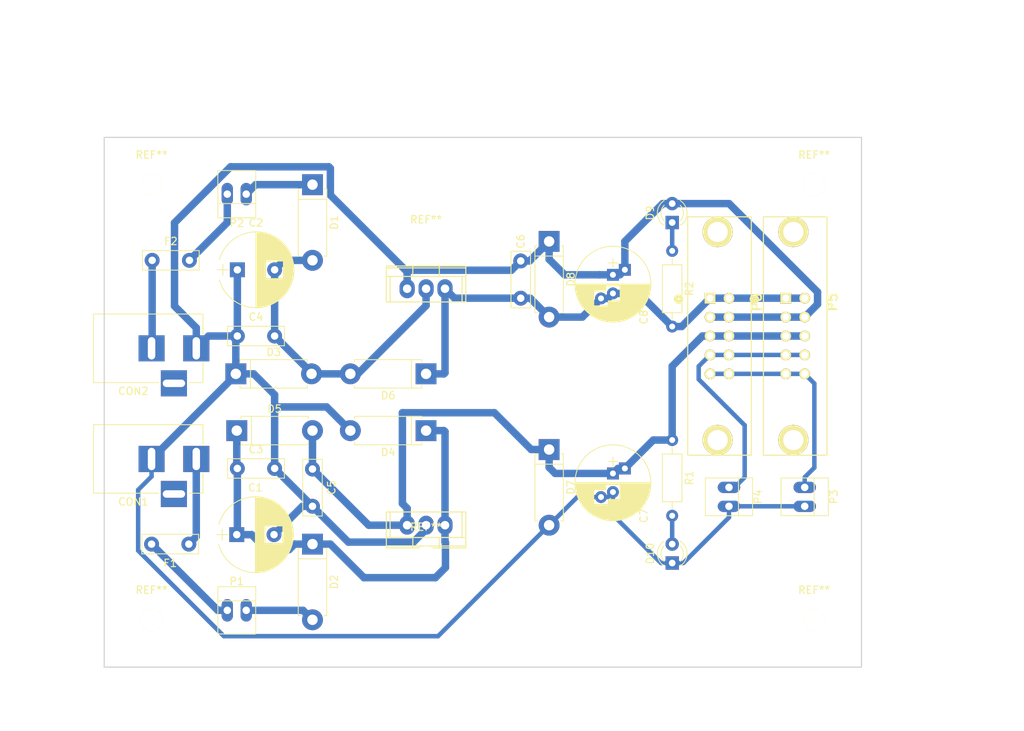
<source format=kicad_pcb>
(kicad_pcb (version 4) (host pcbnew 4.0.2-stable)

  (general
    (links 71)
    (no_connects 0)
    (area 62.564287 32.71 203.58 132.501823)
    (thickness 1.6)
    (drawings 10)
    (tracks 173)
    (zones 0)
    (modules 38)
    (nets 16)
  )

  (page A4)
  (layers
    (0 F.Cu signal)
    (31 B.Cu signal hide)
    (32 B.Adhes user)
    (33 F.Adhes user)
    (34 B.Paste user)
    (35 F.Paste user)
    (36 B.SilkS user)
    (37 F.SilkS user)
    (38 B.Mask user)
    (39 F.Mask user)
    (40 Dwgs.User user)
    (41 Cmts.User user)
    (42 Eco1.User user)
    (43 Eco2.User user)
    (44 Edge.Cuts user)
    (45 Margin user)
    (46 B.CrtYd user)
    (47 F.CrtYd user)
    (48 B.Fab user)
    (49 F.Fab user)
  )

  (setup
    (last_trace_width 0.6)
    (trace_clearance 0.5)
    (zone_clearance 0.508)
    (zone_45_only no)
    (trace_min 0.2)
    (segment_width 0.2)
    (edge_width 0.15)
    (via_size 0.8)
    (via_drill 0.4)
    (via_min_size 0.4)
    (via_min_drill 0.3)
    (uvia_size 0.3)
    (uvia_drill 0.1)
    (uvias_allowed no)
    (uvia_min_size 0.2)
    (uvia_min_drill 0.1)
    (pcb_text_width 0.3)
    (pcb_text_size 1.5 1.5)
    (mod_edge_width 0.15)
    (mod_text_size 1 1)
    (mod_text_width 0.15)
    (pad_size 2 2)
    (pad_drill 0.8)
    (pad_to_mask_clearance 0.2)
    (aux_axis_origin 76.2 50.8)
    (grid_origin 76.2 50.8)
    (visible_elements 7FFFEFFF)
    (pcbplotparams
      (layerselection 0x00000_80000000)
      (usegerberextensions false)
      (excludeedgelayer true)
      (linewidth 0.100000)
      (plotframeref false)
      (viasonmask false)
      (mode 1)
      (useauxorigin true)
      (hpglpennumber 1)
      (hpglpenspeed 20)
      (hpglpendiameter 15)
      (hpglpenoverlay 2)
      (psnegative false)
      (psa4output false)
      (plotreference true)
      (plotvalue true)
      (plotinvisibletext false)
      (padsonsilk false)
      (subtractmaskfromsilk false)
      (outputformat 1)
      (mirror false)
      (drillshape 0)
      (scaleselection 1)
      (outputdirectory ""))
  )

  (net 0 "")
  (net 1 "Net-(C1-Pad1)")
  (net 2 "Net-(C5-Pad1)")
  (net 3 "Net-(C2-Pad2)")
  (net 4 "Net-(C6-Pad2)")
  (net 5 "Net-(CON1-Pad1)")
  (net 6 "Net-(CON2-Pad2)")
  (net 7 "Net-(D1-Pad1)")
  (net 8 "Net-(D2-Pad2)")
  (net 9 "Net-(D9-Pad1)")
  (net 10 "Net-(D10-Pad2)")
  (net 11 "Net-(F1-Pad2)")
  (net 12 "Net-(F2-Pad2)")
  (net 13 "Net-(P3-Pad1)")
  (net 14 "Net-(P4-Pad1)")
  (net 15 /GND)

  (net_class Default "これは標準のネット クラスです。"
    (clearance 0.5)
    (trace_width 0.6)
    (via_dia 0.8)
    (via_drill 0.4)
    (uvia_dia 0.3)
    (uvia_drill 0.1)
    (add_net /GND)
    (add_net "Net-(C1-Pad1)")
    (add_net "Net-(C2-Pad2)")
    (add_net "Net-(C5-Pad1)")
    (add_net "Net-(C6-Pad2)")
    (add_net "Net-(CON1-Pad1)")
    (add_net "Net-(CON2-Pad2)")
    (add_net "Net-(D1-Pad1)")
    (add_net "Net-(D10-Pad2)")
    (add_net "Net-(D2-Pad2)")
    (add_net "Net-(D9-Pad1)")
    (add_net "Net-(F1-Pad2)")
    (add_net "Net-(F2-Pad2)")
    (add_net "Net-(P3-Pad1)")
    (add_net "Net-(P4-Pad1)")
  )

  (net_class thin ""
    (clearance 0.5)
    (trace_width 0.4)
    (via_dia 0.6)
    (via_drill 0.4)
    (uvia_dia 0.3)
    (uvia_drill 0.1)
  )

  (module Mounting_Holes:MountingHole_3.2mm_M3 (layer F.Cu) (tedit 56D1B4CB) (tstamp 59E11091)
    (at 119.38 107.315)
    (descr "Mounting Hole 3.2mm, no annular, M3")
    (tags "mounting hole 3.2mm no annular m3")
    (attr virtual)
    (fp_text reference REF** (at 0 -4.2) (layer F.SilkS)
      (effects (font (size 1 1) (thickness 0.15)))
    )
    (fp_text value MountingHole_3.2mm_M3 (at 0 4.2) (layer F.Fab)
      (effects (font (size 1 1) (thickness 0.15)))
    )
    (fp_text user %R (at 0.3 0) (layer F.Fab)
      (effects (font (size 1 1) (thickness 0.15)))
    )
    (fp_circle (center 0 0) (end 3.2 0) (layer Cmts.User) (width 0.15))
    (fp_circle (center 0 0) (end 3.45 0) (layer F.CrtYd) (width 0.05))
    (pad 1 np_thru_hole circle (at 0 0) (size 3.2 3.2) (drill 3.2) (layers *.Cu *.Mask))
  )

  (module SamacSys_Parts:TYCO_5102153-1 (layer F.Cu) (tedit 59DE53D9) (tstamp 59DE55E2)
    (at 160.02 82.55 270)
    (descr TYCO_5102153-1)
    (tags "Undefined or Miscellaneous")
    (path /59DD0893)
    (fp_text reference P6 (at -9.6266 -3.7338 270) (layer F.SilkS)
      (effects (font (size 1.27 1.27) (thickness 0.254)))
    )
    (fp_text value CONN_02X05 (at -9.6266 -3.7338 270) (layer F.SilkS) hide
      (effects (font (size 1.27 1.27) (thickness 0.254)))
    )
    (fp_line (start -21.082 5.5372) (end 10.922 5.5372) (layer F.SilkS) (width 0.1524))
    (fp_line (start 10.922 5.5372) (end 10.922 -2.9972) (layer F.SilkS) (width 0.1524))
    (fp_line (start 10.922 -2.9972) (end -21.082 -2.9972) (layer F.SilkS) (width 0.1524))
    (fp_line (start -21.082 -2.9972) (end -21.082 5.5372) (layer F.SilkS) (width 0.1524))
    (fp_line (start -21.082 5.5372) (end 10.922 5.5372) (layer Dwgs.User) (width 0.1524))
    (fp_line (start 10.922 5.5372) (end 10.922 -2.9972) (layer Dwgs.User) (width 0.1524))
    (fp_line (start 10.922 -2.9972) (end -21.082 -2.9972) (layer Dwgs.User) (width 0.1524))
    (fp_line (start -21.082 -2.9972) (end -21.082 5.5372) (layer Dwgs.User) (width 0.1524))
    (fp_arc (start -10.033 6.7564) (end -9.652 6.7564) (angle 180) (layer F.SilkS) (width 0.508))
    (fp_arc (start -10.033 6.7564) (end -10.414 6.7564) (angle 180) (layer F.SilkS) (width 0.508))
    (fp_arc (start -10.033 6.7564) (end -9.652 6.7564) (angle 180) (layer Dwgs.User) (width 0.508))
    (fp_arc (start -10.033 6.7564) (end -10.414 6.7564) (angle 180) (layer Dwgs.User) (width 0.508))
    (pad 1 thru_hole rect (at -10.16 2.54) (size 1.4478 1.4478) (drill 0.9652) (layers *.Cu *.Mask F.SilkS)
      (net 4 "Net-(C6-Pad2)"))
    (pad 2 thru_hole circle (at -10.16 0) (size 1.4478 1.4478) (drill 0.9652) (layers *.Cu *.Mask F.SilkS)
      (net 4 "Net-(C6-Pad2)"))
    (pad 3 thru_hole circle (at -7.62 2.54) (size 1.4478 1.4478) (drill 0.9652) (layers *.Cu *.Mask F.SilkS)
      (net 15 /GND))
    (pad 4 thru_hole circle (at -7.62 0) (size 1.4478 1.4478) (drill 0.9652) (layers *.Cu *.Mask F.SilkS)
      (net 15 /GND))
    (pad 5 thru_hole circle (at -5.08 2.54) (size 1.4478 1.4478) (drill 0.9652) (layers *.Cu *.Mask F.SilkS)
      (net 2 "Net-(C5-Pad1)"))
    (pad 6 thru_hole circle (at -5.08 0) (size 1.4478 1.4478) (drill 0.9652) (layers *.Cu *.Mask F.SilkS)
      (net 2 "Net-(C5-Pad1)"))
    (pad 7 thru_hole circle (at -2.54 2.54) (size 1.4478 1.4478) (drill 0.9652) (layers *.Cu *.Mask F.SilkS)
      (net 14 "Net-(P4-Pad1)"))
    (pad 8 thru_hole circle (at -2.54 0) (size 1.4478 1.4478) (drill 0.9652) (layers *.Cu *.Mask F.SilkS)
      (net 14 "Net-(P4-Pad1)"))
    (pad 9 thru_hole circle (at 0 2.54) (size 1.4478 1.4478) (drill 0.9652) (layers *.Cu *.Mask F.SilkS)
      (net 13 "Net-(P3-Pad1)"))
    (pad 10 thru_hole circle (at 0 0) (size 1.4478 1.4478) (drill 0.9652) (layers *.Cu *.Mask F.SilkS)
      (net 13 "Net-(P3-Pad1)"))
    (pad 11 thru_hole circle (at -19.05 1.524) (size 4.0386 4.0386) (drill 2.6924) (layers *.Cu *.Mask F.SilkS))
    (pad 12 thru_hole circle (at 8.89 1.524) (size 4.0386 4.0386) (drill 2.6924) (layers *.Cu *.Mask F.SilkS))
  )

  (module Mounting_Holes:MountingHole_3mm (layer F.Cu) (tedit 56D1B4CB) (tstamp 58178868)
    (at 171.45 115.57)
    (descr "Mounting Hole 3mm, no annular")
    (tags "mounting hole 3mm no annular")
    (fp_text reference REF** (at 0 -4) (layer F.SilkS)
      (effects (font (size 1 1) (thickness 0.15)))
    )
    (fp_text value MountingHole_3mm (at -0.508 -5.334) (layer F.Fab)
      (effects (font (size 1 1) (thickness 0.15)))
    )
    (fp_circle (center 0 0) (end 3 0) (layer Cmts.User) (width 0.15))
    (fp_circle (center 0 0) (end 3.25 0) (layer F.CrtYd) (width 0.05))
    (pad 1 np_thru_hole circle (at 0 0) (size 3 3) (drill 3) (layers *.Cu *.Mask F.SilkS))
  )

  (module Mounting_Holes:MountingHole_3mm (layer F.Cu) (tedit 56D1B4CB) (tstamp 58178862)
    (at 82.55 57.15)
    (descr "Mounting Hole 3mm, no annular")
    (tags "mounting hole 3mm no annular")
    (fp_text reference REF** (at 0 -4) (layer F.SilkS)
      (effects (font (size 1 1) (thickness 0.15)))
    )
    (fp_text value MountingHole_3mm (at 0 4) (layer F.Fab)
      (effects (font (size 1 1) (thickness 0.15)))
    )
    (fp_circle (center 0 0) (end 3 0) (layer Cmts.User) (width 0.15))
    (fp_circle (center 0 0) (end 3.25 0) (layer F.CrtYd) (width 0.05))
    (pad 1 np_thru_hole circle (at 0 0) (size 3 3) (drill 3) (layers *.Cu *.Mask F.SilkS))
  )

  (module Mounting_Holes:MountingHole_3mm (layer F.Cu) (tedit 56D1B4CB) (tstamp 58178858)
    (at 82.55 115.57)
    (descr "Mounting Hole 3mm, no annular")
    (tags "mounting hole 3mm no annular")
    (fp_text reference REF** (at 0 -4) (layer F.SilkS)
      (effects (font (size 1 1) (thickness 0.15)))
    )
    (fp_text value MountingHole_3mm (at 0 4) (layer F.Fab)
      (effects (font (size 1 1) (thickness 0.15)))
    )
    (fp_circle (center 0 0) (end 3 0) (layer Cmts.User) (width 0.15))
    (fp_circle (center 0 0) (end 3.25 0) (layer F.CrtYd) (width 0.05))
    (pad 1 np_thru_hole circle (at 0 0) (size 3 3) (drill 3) (layers *.Cu *.Mask F.SilkS))
  )

  (module Mounting_Holes:MountingHole_3mm (layer F.Cu) (tedit 56D1B4CB) (tstamp 5817884F)
    (at 171.45 57.15)
    (descr "Mounting Hole 3mm, no annular")
    (tags "mounting hole 3mm no annular")
    (fp_text reference REF** (at 0 -4) (layer F.SilkS)
      (effects (font (size 1 1) (thickness 0.15)))
    )
    (fp_text value MountingHole_3mm (at 0 4) (layer F.Fab)
      (effects (font (size 1 1) (thickness 0.15)))
    )
    (fp_circle (center 0 0) (end 3 0) (layer Cmts.User) (width 0.15))
    (fp_circle (center 0 0) (end 3.25 0) (layer F.CrtYd) (width 0.05))
    (pad 1 np_thru_hole circle (at 0 0) (size 3 3) (drill 3) (layers *.Cu *.Mask F.SilkS))
  )

  (module Capacitors_ThroughHole:CP_Radial_D10.0mm_P5.00mm (layer F.Cu) (tedit 597BC7C2) (tstamp 59DE4B2A)
    (at 93.98 104.14)
    (descr "CP, Radial series, Radial, pin pitch=5.00mm, , diameter=10mm, Electrolytic Capacitor")
    (tags "CP Radial series Radial pin pitch 5.00mm  diameter 10mm Electrolytic Capacitor")
    (path /59DB5987)
    (fp_text reference C1 (at 2.5 -6.31) (layer F.SilkS)
      (effects (font (size 1 1) (thickness 0.15)))
    )
    (fp_text value 220u (at 0 2.54) (layer F.Fab)
      (effects (font (size 1 1) (thickness 0.15)))
    )
    (fp_arc (start 2.5 0) (end -2.399357 -1.38) (angle 148.5) (layer F.SilkS) (width 0.12))
    (fp_arc (start 2.5 0) (end -2.399357 1.38) (angle -148.5) (layer F.SilkS) (width 0.12))
    (fp_arc (start 2.5 0) (end 7.399357 -1.38) (angle 31.5) (layer F.SilkS) (width 0.12))
    (fp_circle (center 2.5 0) (end 7.5 0) (layer F.Fab) (width 0.1))
    (fp_line (start -2.7 0) (end -1.2 0) (layer F.Fab) (width 0.1))
    (fp_line (start -1.95 -0.75) (end -1.95 0.75) (layer F.Fab) (width 0.1))
    (fp_line (start 2.5 -5.05) (end 2.5 5.05) (layer F.SilkS) (width 0.12))
    (fp_line (start 2.54 -5.05) (end 2.54 5.05) (layer F.SilkS) (width 0.12))
    (fp_line (start 2.58 -5.05) (end 2.58 5.05) (layer F.SilkS) (width 0.12))
    (fp_line (start 2.62 -5.049) (end 2.62 5.049) (layer F.SilkS) (width 0.12))
    (fp_line (start 2.66 -5.048) (end 2.66 5.048) (layer F.SilkS) (width 0.12))
    (fp_line (start 2.7 -5.047) (end 2.7 5.047) (layer F.SilkS) (width 0.12))
    (fp_line (start 2.74 -5.045) (end 2.74 5.045) (layer F.SilkS) (width 0.12))
    (fp_line (start 2.78 -5.043) (end 2.78 5.043) (layer F.SilkS) (width 0.12))
    (fp_line (start 2.82 -5.04) (end 2.82 5.04) (layer F.SilkS) (width 0.12))
    (fp_line (start 2.86 -5.038) (end 2.86 5.038) (layer F.SilkS) (width 0.12))
    (fp_line (start 2.9 -5.035) (end 2.9 5.035) (layer F.SilkS) (width 0.12))
    (fp_line (start 2.94 -5.031) (end 2.94 5.031) (layer F.SilkS) (width 0.12))
    (fp_line (start 2.98 -5.028) (end 2.98 5.028) (layer F.SilkS) (width 0.12))
    (fp_line (start 3.02 -5.024) (end 3.02 5.024) (layer F.SilkS) (width 0.12))
    (fp_line (start 3.06 -5.02) (end 3.06 5.02) (layer F.SilkS) (width 0.12))
    (fp_line (start 3.1 -5.015) (end 3.1 5.015) (layer F.SilkS) (width 0.12))
    (fp_line (start 3.14 -5.01) (end 3.14 5.01) (layer F.SilkS) (width 0.12))
    (fp_line (start 3.18 -5.005) (end 3.18 5.005) (layer F.SilkS) (width 0.12))
    (fp_line (start 3.221 -4.999) (end 3.221 4.999) (layer F.SilkS) (width 0.12))
    (fp_line (start 3.261 -4.993) (end 3.261 4.993) (layer F.SilkS) (width 0.12))
    (fp_line (start 3.301 -4.987) (end 3.301 4.987) (layer F.SilkS) (width 0.12))
    (fp_line (start 3.341 -4.981) (end 3.341 4.981) (layer F.SilkS) (width 0.12))
    (fp_line (start 3.381 -4.974) (end 3.381 4.974) (layer F.SilkS) (width 0.12))
    (fp_line (start 3.421 -4.967) (end 3.421 4.967) (layer F.SilkS) (width 0.12))
    (fp_line (start 3.461 -4.959) (end 3.461 4.959) (layer F.SilkS) (width 0.12))
    (fp_line (start 3.501 -4.951) (end 3.501 4.951) (layer F.SilkS) (width 0.12))
    (fp_line (start 3.541 -4.943) (end 3.541 4.943) (layer F.SilkS) (width 0.12))
    (fp_line (start 3.581 -4.935) (end 3.581 4.935) (layer F.SilkS) (width 0.12))
    (fp_line (start 3.621 -4.926) (end 3.621 4.926) (layer F.SilkS) (width 0.12))
    (fp_line (start 3.661 -4.917) (end 3.661 4.917) (layer F.SilkS) (width 0.12))
    (fp_line (start 3.701 -4.907) (end 3.701 4.907) (layer F.SilkS) (width 0.12))
    (fp_line (start 3.741 -4.897) (end 3.741 4.897) (layer F.SilkS) (width 0.12))
    (fp_line (start 3.781 -4.887) (end 3.781 4.887) (layer F.SilkS) (width 0.12))
    (fp_line (start 3.821 -4.876) (end 3.821 -1.181) (layer F.SilkS) (width 0.12))
    (fp_line (start 3.821 1.181) (end 3.821 4.876) (layer F.SilkS) (width 0.12))
    (fp_line (start 3.861 -4.865) (end 3.861 -1.181) (layer F.SilkS) (width 0.12))
    (fp_line (start 3.861 1.181) (end 3.861 4.865) (layer F.SilkS) (width 0.12))
    (fp_line (start 3.901 -4.854) (end 3.901 -1.181) (layer F.SilkS) (width 0.12))
    (fp_line (start 3.901 1.181) (end 3.901 4.854) (layer F.SilkS) (width 0.12))
    (fp_line (start 3.941 -4.843) (end 3.941 -1.181) (layer F.SilkS) (width 0.12))
    (fp_line (start 3.941 1.181) (end 3.941 4.843) (layer F.SilkS) (width 0.12))
    (fp_line (start 3.981 -4.831) (end 3.981 -1.181) (layer F.SilkS) (width 0.12))
    (fp_line (start 3.981 1.181) (end 3.981 4.831) (layer F.SilkS) (width 0.12))
    (fp_line (start 4.021 -4.818) (end 4.021 -1.181) (layer F.SilkS) (width 0.12))
    (fp_line (start 4.021 1.181) (end 4.021 4.818) (layer F.SilkS) (width 0.12))
    (fp_line (start 4.061 -4.806) (end 4.061 -1.181) (layer F.SilkS) (width 0.12))
    (fp_line (start 4.061 1.181) (end 4.061 4.806) (layer F.SilkS) (width 0.12))
    (fp_line (start 4.101 -4.792) (end 4.101 -1.181) (layer F.SilkS) (width 0.12))
    (fp_line (start 4.101 1.181) (end 4.101 4.792) (layer F.SilkS) (width 0.12))
    (fp_line (start 4.141 -4.779) (end 4.141 -1.181) (layer F.SilkS) (width 0.12))
    (fp_line (start 4.141 1.181) (end 4.141 4.779) (layer F.SilkS) (width 0.12))
    (fp_line (start 4.181 -4.765) (end 4.181 -1.181) (layer F.SilkS) (width 0.12))
    (fp_line (start 4.181 1.181) (end 4.181 4.765) (layer F.SilkS) (width 0.12))
    (fp_line (start 4.221 -4.751) (end 4.221 -1.181) (layer F.SilkS) (width 0.12))
    (fp_line (start 4.221 1.181) (end 4.221 4.751) (layer F.SilkS) (width 0.12))
    (fp_line (start 4.261 -4.737) (end 4.261 -1.181) (layer F.SilkS) (width 0.12))
    (fp_line (start 4.261 1.181) (end 4.261 4.737) (layer F.SilkS) (width 0.12))
    (fp_line (start 4.301 -4.722) (end 4.301 -1.181) (layer F.SilkS) (width 0.12))
    (fp_line (start 4.301 1.181) (end 4.301 4.722) (layer F.SilkS) (width 0.12))
    (fp_line (start 4.341 -4.706) (end 4.341 -1.181) (layer F.SilkS) (width 0.12))
    (fp_line (start 4.341 1.181) (end 4.341 4.706) (layer F.SilkS) (width 0.12))
    (fp_line (start 4.381 -4.691) (end 4.381 -1.181) (layer F.SilkS) (width 0.12))
    (fp_line (start 4.381 1.181) (end 4.381 4.691) (layer F.SilkS) (width 0.12))
    (fp_line (start 4.421 -4.674) (end 4.421 -1.181) (layer F.SilkS) (width 0.12))
    (fp_line (start 4.421 1.181) (end 4.421 4.674) (layer F.SilkS) (width 0.12))
    (fp_line (start 4.461 -4.658) (end 4.461 -1.181) (layer F.SilkS) (width 0.12))
    (fp_line (start 4.461 1.181) (end 4.461 4.658) (layer F.SilkS) (width 0.12))
    (fp_line (start 4.501 -4.641) (end 4.501 -1.181) (layer F.SilkS) (width 0.12))
    (fp_line (start 4.501 1.181) (end 4.501 4.641) (layer F.SilkS) (width 0.12))
    (fp_line (start 4.541 -4.624) (end 4.541 -1.181) (layer F.SilkS) (width 0.12))
    (fp_line (start 4.541 1.181) (end 4.541 4.624) (layer F.SilkS) (width 0.12))
    (fp_line (start 4.581 -4.606) (end 4.581 -1.181) (layer F.SilkS) (width 0.12))
    (fp_line (start 4.581 1.181) (end 4.581 4.606) (layer F.SilkS) (width 0.12))
    (fp_line (start 4.621 -4.588) (end 4.621 -1.181) (layer F.SilkS) (width 0.12))
    (fp_line (start 4.621 1.181) (end 4.621 4.588) (layer F.SilkS) (width 0.12))
    (fp_line (start 4.661 -4.569) (end 4.661 -1.181) (layer F.SilkS) (width 0.12))
    (fp_line (start 4.661 1.181) (end 4.661 4.569) (layer F.SilkS) (width 0.12))
    (fp_line (start 4.701 -4.55) (end 4.701 -1.181) (layer F.SilkS) (width 0.12))
    (fp_line (start 4.701 1.181) (end 4.701 4.55) (layer F.SilkS) (width 0.12))
    (fp_line (start 4.741 -4.531) (end 4.741 -1.181) (layer F.SilkS) (width 0.12))
    (fp_line (start 4.741 1.181) (end 4.741 4.531) (layer F.SilkS) (width 0.12))
    (fp_line (start 4.781 -4.511) (end 4.781 -1.181) (layer F.SilkS) (width 0.12))
    (fp_line (start 4.781 1.181) (end 4.781 4.511) (layer F.SilkS) (width 0.12))
    (fp_line (start 4.821 -4.491) (end 4.821 -1.181) (layer F.SilkS) (width 0.12))
    (fp_line (start 4.821 1.181) (end 4.821 4.491) (layer F.SilkS) (width 0.12))
    (fp_line (start 4.861 -4.47) (end 4.861 -1.181) (layer F.SilkS) (width 0.12))
    (fp_line (start 4.861 1.181) (end 4.861 4.47) (layer F.SilkS) (width 0.12))
    (fp_line (start 4.901 -4.449) (end 4.901 -1.181) (layer F.SilkS) (width 0.12))
    (fp_line (start 4.901 1.181) (end 4.901 4.449) (layer F.SilkS) (width 0.12))
    (fp_line (start 4.941 -4.428) (end 4.941 -1.181) (layer F.SilkS) (width 0.12))
    (fp_line (start 4.941 1.181) (end 4.941 4.428) (layer F.SilkS) (width 0.12))
    (fp_line (start 4.981 -4.405) (end 4.981 -1.181) (layer F.SilkS) (width 0.12))
    (fp_line (start 4.981 1.181) (end 4.981 4.405) (layer F.SilkS) (width 0.12))
    (fp_line (start 5.021 -4.383) (end 5.021 -1.181) (layer F.SilkS) (width 0.12))
    (fp_line (start 5.021 1.181) (end 5.021 4.383) (layer F.SilkS) (width 0.12))
    (fp_line (start 5.061 -4.36) (end 5.061 -1.181) (layer F.SilkS) (width 0.12))
    (fp_line (start 5.061 1.181) (end 5.061 4.36) (layer F.SilkS) (width 0.12))
    (fp_line (start 5.101 -4.336) (end 5.101 -1.181) (layer F.SilkS) (width 0.12))
    (fp_line (start 5.101 1.181) (end 5.101 4.336) (layer F.SilkS) (width 0.12))
    (fp_line (start 5.141 -4.312) (end 5.141 -1.181) (layer F.SilkS) (width 0.12))
    (fp_line (start 5.141 1.181) (end 5.141 4.312) (layer F.SilkS) (width 0.12))
    (fp_line (start 5.181 -4.288) (end 5.181 -1.181) (layer F.SilkS) (width 0.12))
    (fp_line (start 5.181 1.181) (end 5.181 4.288) (layer F.SilkS) (width 0.12))
    (fp_line (start 5.221 -4.263) (end 5.221 -1.181) (layer F.SilkS) (width 0.12))
    (fp_line (start 5.221 1.181) (end 5.221 4.263) (layer F.SilkS) (width 0.12))
    (fp_line (start 5.261 -4.237) (end 5.261 -1.181) (layer F.SilkS) (width 0.12))
    (fp_line (start 5.261 1.181) (end 5.261 4.237) (layer F.SilkS) (width 0.12))
    (fp_line (start 5.301 -4.211) (end 5.301 -1.181) (layer F.SilkS) (width 0.12))
    (fp_line (start 5.301 1.181) (end 5.301 4.211) (layer F.SilkS) (width 0.12))
    (fp_line (start 5.341 -4.185) (end 5.341 -1.181) (layer F.SilkS) (width 0.12))
    (fp_line (start 5.341 1.181) (end 5.341 4.185) (layer F.SilkS) (width 0.12))
    (fp_line (start 5.381 -4.157) (end 5.381 -1.181) (layer F.SilkS) (width 0.12))
    (fp_line (start 5.381 1.181) (end 5.381 4.157) (layer F.SilkS) (width 0.12))
    (fp_line (start 5.421 -4.13) (end 5.421 -1.181) (layer F.SilkS) (width 0.12))
    (fp_line (start 5.421 1.181) (end 5.421 4.13) (layer F.SilkS) (width 0.12))
    (fp_line (start 5.461 -4.101) (end 5.461 -1.181) (layer F.SilkS) (width 0.12))
    (fp_line (start 5.461 1.181) (end 5.461 4.101) (layer F.SilkS) (width 0.12))
    (fp_line (start 5.501 -4.072) (end 5.501 -1.181) (layer F.SilkS) (width 0.12))
    (fp_line (start 5.501 1.181) (end 5.501 4.072) (layer F.SilkS) (width 0.12))
    (fp_line (start 5.541 -4.043) (end 5.541 -1.181) (layer F.SilkS) (width 0.12))
    (fp_line (start 5.541 1.181) (end 5.541 4.043) (layer F.SilkS) (width 0.12))
    (fp_line (start 5.581 -4.013) (end 5.581 -1.181) (layer F.SilkS) (width 0.12))
    (fp_line (start 5.581 1.181) (end 5.581 4.013) (layer F.SilkS) (width 0.12))
    (fp_line (start 5.621 -3.982) (end 5.621 -1.181) (layer F.SilkS) (width 0.12))
    (fp_line (start 5.621 1.181) (end 5.621 3.982) (layer F.SilkS) (width 0.12))
    (fp_line (start 5.661 -3.951) (end 5.661 -1.181) (layer F.SilkS) (width 0.12))
    (fp_line (start 5.661 1.181) (end 5.661 3.951) (layer F.SilkS) (width 0.12))
    (fp_line (start 5.701 -3.919) (end 5.701 -1.181) (layer F.SilkS) (width 0.12))
    (fp_line (start 5.701 1.181) (end 5.701 3.919) (layer F.SilkS) (width 0.12))
    (fp_line (start 5.741 -3.886) (end 5.741 -1.181) (layer F.SilkS) (width 0.12))
    (fp_line (start 5.741 1.181) (end 5.741 3.886) (layer F.SilkS) (width 0.12))
    (fp_line (start 5.781 -3.853) (end 5.781 -1.181) (layer F.SilkS) (width 0.12))
    (fp_line (start 5.781 1.181) (end 5.781 3.853) (layer F.SilkS) (width 0.12))
    (fp_line (start 5.821 -3.819) (end 5.821 -1.181) (layer F.SilkS) (width 0.12))
    (fp_line (start 5.821 1.181) (end 5.821 3.819) (layer F.SilkS) (width 0.12))
    (fp_line (start 5.861 -3.784) (end 5.861 -1.181) (layer F.SilkS) (width 0.12))
    (fp_line (start 5.861 1.181) (end 5.861 3.784) (layer F.SilkS) (width 0.12))
    (fp_line (start 5.901 -3.748) (end 5.901 -1.181) (layer F.SilkS) (width 0.12))
    (fp_line (start 5.901 1.181) (end 5.901 3.748) (layer F.SilkS) (width 0.12))
    (fp_line (start 5.941 -3.712) (end 5.941 -1.181) (layer F.SilkS) (width 0.12))
    (fp_line (start 5.941 1.181) (end 5.941 3.712) (layer F.SilkS) (width 0.12))
    (fp_line (start 5.981 -3.675) (end 5.981 -1.181) (layer F.SilkS) (width 0.12))
    (fp_line (start 5.981 1.181) (end 5.981 3.675) (layer F.SilkS) (width 0.12))
    (fp_line (start 6.021 -3.637) (end 6.021 -1.181) (layer F.SilkS) (width 0.12))
    (fp_line (start 6.021 1.181) (end 6.021 3.637) (layer F.SilkS) (width 0.12))
    (fp_line (start 6.061 -3.598) (end 6.061 -1.181) (layer F.SilkS) (width 0.12))
    (fp_line (start 6.061 1.181) (end 6.061 3.598) (layer F.SilkS) (width 0.12))
    (fp_line (start 6.101 -3.559) (end 6.101 -1.181) (layer F.SilkS) (width 0.12))
    (fp_line (start 6.101 1.181) (end 6.101 3.559) (layer F.SilkS) (width 0.12))
    (fp_line (start 6.141 -3.518) (end 6.141 -1.181) (layer F.SilkS) (width 0.12))
    (fp_line (start 6.141 1.181) (end 6.141 3.518) (layer F.SilkS) (width 0.12))
    (fp_line (start 6.181 -3.477) (end 6.181 3.477) (layer F.SilkS) (width 0.12))
    (fp_line (start 6.221 -3.435) (end 6.221 3.435) (layer F.SilkS) (width 0.12))
    (fp_line (start 6.261 -3.391) (end 6.261 3.391) (layer F.SilkS) (width 0.12))
    (fp_line (start 6.301 -3.347) (end 6.301 3.347) (layer F.SilkS) (width 0.12))
    (fp_line (start 6.341 -3.302) (end 6.341 3.302) (layer F.SilkS) (width 0.12))
    (fp_line (start 6.381 -3.255) (end 6.381 3.255) (layer F.SilkS) (width 0.12))
    (fp_line (start 6.421 -3.207) (end 6.421 3.207) (layer F.SilkS) (width 0.12))
    (fp_line (start 6.461 -3.158) (end 6.461 3.158) (layer F.SilkS) (width 0.12))
    (fp_line (start 6.501 -3.108) (end 6.501 3.108) (layer F.SilkS) (width 0.12))
    (fp_line (start 6.541 -3.057) (end 6.541 3.057) (layer F.SilkS) (width 0.12))
    (fp_line (start 6.581 -3.004) (end 6.581 3.004) (layer F.SilkS) (width 0.12))
    (fp_line (start 6.621 -2.949) (end 6.621 2.949) (layer F.SilkS) (width 0.12))
    (fp_line (start 6.661 -2.894) (end 6.661 2.894) (layer F.SilkS) (width 0.12))
    (fp_line (start 6.701 -2.836) (end 6.701 2.836) (layer F.SilkS) (width 0.12))
    (fp_line (start 6.741 -2.777) (end 6.741 2.777) (layer F.SilkS) (width 0.12))
    (fp_line (start 6.781 -2.715) (end 6.781 2.715) (layer F.SilkS) (width 0.12))
    (fp_line (start 6.821 -2.652) (end 6.821 2.652) (layer F.SilkS) (width 0.12))
    (fp_line (start 6.861 -2.587) (end 6.861 2.587) (layer F.SilkS) (width 0.12))
    (fp_line (start 6.901 -2.519) (end 6.901 2.519) (layer F.SilkS) (width 0.12))
    (fp_line (start 6.941 -2.449) (end 6.941 2.449) (layer F.SilkS) (width 0.12))
    (fp_line (start 6.981 -2.377) (end 6.981 2.377) (layer F.SilkS) (width 0.12))
    (fp_line (start 7.021 -2.301) (end 7.021 2.301) (layer F.SilkS) (width 0.12))
    (fp_line (start 7.061 -2.222) (end 7.061 2.222) (layer F.SilkS) (width 0.12))
    (fp_line (start 7.101 -2.14) (end 7.101 2.14) (layer F.SilkS) (width 0.12))
    (fp_line (start 7.141 -2.053) (end 7.141 2.053) (layer F.SilkS) (width 0.12))
    (fp_line (start 7.181 -1.962) (end 7.181 1.962) (layer F.SilkS) (width 0.12))
    (fp_line (start 7.221 -1.866) (end 7.221 1.866) (layer F.SilkS) (width 0.12))
    (fp_line (start 7.261 -1.763) (end 7.261 1.763) (layer F.SilkS) (width 0.12))
    (fp_line (start 7.301 -1.654) (end 7.301 1.654) (layer F.SilkS) (width 0.12))
    (fp_line (start 7.341 -1.536) (end 7.341 1.536) (layer F.SilkS) (width 0.12))
    (fp_line (start 7.381 -1.407) (end 7.381 1.407) (layer F.SilkS) (width 0.12))
    (fp_line (start 7.421 -1.265) (end 7.421 1.265) (layer F.SilkS) (width 0.12))
    (fp_line (start 7.461 -1.104) (end 7.461 1.104) (layer F.SilkS) (width 0.12))
    (fp_line (start 7.501 -0.913) (end 7.501 0.913) (layer F.SilkS) (width 0.12))
    (fp_line (start 7.541 -0.672) (end 7.541 0.672) (layer F.SilkS) (width 0.12))
    (fp_line (start 7.581 -0.279) (end 7.581 0.279) (layer F.SilkS) (width 0.12))
    (fp_line (start -2.7 0) (end -1.2 0) (layer F.SilkS) (width 0.12))
    (fp_line (start -1.95 -0.75) (end -1.95 0.75) (layer F.SilkS) (width 0.12))
    (fp_line (start -2.85 -5.35) (end -2.85 5.35) (layer F.CrtYd) (width 0.05))
    (fp_line (start -2.85 5.35) (end 7.85 5.35) (layer F.CrtYd) (width 0.05))
    (fp_line (start 7.85 5.35) (end 7.85 -5.35) (layer F.CrtYd) (width 0.05))
    (fp_line (start 7.85 -5.35) (end -2.85 -5.35) (layer F.CrtYd) (width 0.05))
    (fp_text user %R (at 2.5 0) (layer F.Fab)
      (effects (font (size 1 1) (thickness 0.15)))
    )
    (pad 1 thru_hole rect (at 0 0) (size 2 2) (drill 1) (layers *.Cu *.Mask)
      (net 1 "Net-(C1-Pad1)"))
    (pad 2 thru_hole circle (at 5 0) (size 2 2) (drill 1) (layers *.Cu *.Mask)
      (net 15 /GND))
    (model ${KISYS3DMOD}/Capacitors_THT.3dshapes/CP_Radial_D10.0mm_P5.00mm.wrl
      (at (xyz 0 0 0))
      (scale (xyz 1 1 1))
      (rotate (xyz 0 0 0))
    )
  )

  (module Capacitors_ThroughHole:CP_Radial_D10.0mm_P5.00mm (layer F.Cu) (tedit 597BC7C2) (tstamp 59DE4B30)
    (at 94.06 68.58)
    (descr "CP, Radial series, Radial, pin pitch=5.00mm, , diameter=10mm, Electrolytic Capacitor")
    (tags "CP Radial series Radial pin pitch 5.00mm  diameter 10mm Electrolytic Capacitor")
    (path /59DB59C7)
    (fp_text reference C2 (at 2.5 -6.31) (layer F.SilkS)
      (effects (font (size 1 1) (thickness 0.15)))
    )
    (fp_text value 220u (at -0.08 2.54) (layer F.Fab)
      (effects (font (size 1 1) (thickness 0.15)))
    )
    (fp_arc (start 2.5 0) (end -2.399357 -1.38) (angle 148.5) (layer F.SilkS) (width 0.12))
    (fp_arc (start 2.5 0) (end -2.399357 1.38) (angle -148.5) (layer F.SilkS) (width 0.12))
    (fp_arc (start 2.5 0) (end 7.399357 -1.38) (angle 31.5) (layer F.SilkS) (width 0.12))
    (fp_circle (center 2.5 0) (end 7.5 0) (layer F.Fab) (width 0.1))
    (fp_line (start -2.7 0) (end -1.2 0) (layer F.Fab) (width 0.1))
    (fp_line (start -1.95 -0.75) (end -1.95 0.75) (layer F.Fab) (width 0.1))
    (fp_line (start 2.5 -5.05) (end 2.5 5.05) (layer F.SilkS) (width 0.12))
    (fp_line (start 2.54 -5.05) (end 2.54 5.05) (layer F.SilkS) (width 0.12))
    (fp_line (start 2.58 -5.05) (end 2.58 5.05) (layer F.SilkS) (width 0.12))
    (fp_line (start 2.62 -5.049) (end 2.62 5.049) (layer F.SilkS) (width 0.12))
    (fp_line (start 2.66 -5.048) (end 2.66 5.048) (layer F.SilkS) (width 0.12))
    (fp_line (start 2.7 -5.047) (end 2.7 5.047) (layer F.SilkS) (width 0.12))
    (fp_line (start 2.74 -5.045) (end 2.74 5.045) (layer F.SilkS) (width 0.12))
    (fp_line (start 2.78 -5.043) (end 2.78 5.043) (layer F.SilkS) (width 0.12))
    (fp_line (start 2.82 -5.04) (end 2.82 5.04) (layer F.SilkS) (width 0.12))
    (fp_line (start 2.86 -5.038) (end 2.86 5.038) (layer F.SilkS) (width 0.12))
    (fp_line (start 2.9 -5.035) (end 2.9 5.035) (layer F.SilkS) (width 0.12))
    (fp_line (start 2.94 -5.031) (end 2.94 5.031) (layer F.SilkS) (width 0.12))
    (fp_line (start 2.98 -5.028) (end 2.98 5.028) (layer F.SilkS) (width 0.12))
    (fp_line (start 3.02 -5.024) (end 3.02 5.024) (layer F.SilkS) (width 0.12))
    (fp_line (start 3.06 -5.02) (end 3.06 5.02) (layer F.SilkS) (width 0.12))
    (fp_line (start 3.1 -5.015) (end 3.1 5.015) (layer F.SilkS) (width 0.12))
    (fp_line (start 3.14 -5.01) (end 3.14 5.01) (layer F.SilkS) (width 0.12))
    (fp_line (start 3.18 -5.005) (end 3.18 5.005) (layer F.SilkS) (width 0.12))
    (fp_line (start 3.221 -4.999) (end 3.221 4.999) (layer F.SilkS) (width 0.12))
    (fp_line (start 3.261 -4.993) (end 3.261 4.993) (layer F.SilkS) (width 0.12))
    (fp_line (start 3.301 -4.987) (end 3.301 4.987) (layer F.SilkS) (width 0.12))
    (fp_line (start 3.341 -4.981) (end 3.341 4.981) (layer F.SilkS) (width 0.12))
    (fp_line (start 3.381 -4.974) (end 3.381 4.974) (layer F.SilkS) (width 0.12))
    (fp_line (start 3.421 -4.967) (end 3.421 4.967) (layer F.SilkS) (width 0.12))
    (fp_line (start 3.461 -4.959) (end 3.461 4.959) (layer F.SilkS) (width 0.12))
    (fp_line (start 3.501 -4.951) (end 3.501 4.951) (layer F.SilkS) (width 0.12))
    (fp_line (start 3.541 -4.943) (end 3.541 4.943) (layer F.SilkS) (width 0.12))
    (fp_line (start 3.581 -4.935) (end 3.581 4.935) (layer F.SilkS) (width 0.12))
    (fp_line (start 3.621 -4.926) (end 3.621 4.926) (layer F.SilkS) (width 0.12))
    (fp_line (start 3.661 -4.917) (end 3.661 4.917) (layer F.SilkS) (width 0.12))
    (fp_line (start 3.701 -4.907) (end 3.701 4.907) (layer F.SilkS) (width 0.12))
    (fp_line (start 3.741 -4.897) (end 3.741 4.897) (layer F.SilkS) (width 0.12))
    (fp_line (start 3.781 -4.887) (end 3.781 4.887) (layer F.SilkS) (width 0.12))
    (fp_line (start 3.821 -4.876) (end 3.821 -1.181) (layer F.SilkS) (width 0.12))
    (fp_line (start 3.821 1.181) (end 3.821 4.876) (layer F.SilkS) (width 0.12))
    (fp_line (start 3.861 -4.865) (end 3.861 -1.181) (layer F.SilkS) (width 0.12))
    (fp_line (start 3.861 1.181) (end 3.861 4.865) (layer F.SilkS) (width 0.12))
    (fp_line (start 3.901 -4.854) (end 3.901 -1.181) (layer F.SilkS) (width 0.12))
    (fp_line (start 3.901 1.181) (end 3.901 4.854) (layer F.SilkS) (width 0.12))
    (fp_line (start 3.941 -4.843) (end 3.941 -1.181) (layer F.SilkS) (width 0.12))
    (fp_line (start 3.941 1.181) (end 3.941 4.843) (layer F.SilkS) (width 0.12))
    (fp_line (start 3.981 -4.831) (end 3.981 -1.181) (layer F.SilkS) (width 0.12))
    (fp_line (start 3.981 1.181) (end 3.981 4.831) (layer F.SilkS) (width 0.12))
    (fp_line (start 4.021 -4.818) (end 4.021 -1.181) (layer F.SilkS) (width 0.12))
    (fp_line (start 4.021 1.181) (end 4.021 4.818) (layer F.SilkS) (width 0.12))
    (fp_line (start 4.061 -4.806) (end 4.061 -1.181) (layer F.SilkS) (width 0.12))
    (fp_line (start 4.061 1.181) (end 4.061 4.806) (layer F.SilkS) (width 0.12))
    (fp_line (start 4.101 -4.792) (end 4.101 -1.181) (layer F.SilkS) (width 0.12))
    (fp_line (start 4.101 1.181) (end 4.101 4.792) (layer F.SilkS) (width 0.12))
    (fp_line (start 4.141 -4.779) (end 4.141 -1.181) (layer F.SilkS) (width 0.12))
    (fp_line (start 4.141 1.181) (end 4.141 4.779) (layer F.SilkS) (width 0.12))
    (fp_line (start 4.181 -4.765) (end 4.181 -1.181) (layer F.SilkS) (width 0.12))
    (fp_line (start 4.181 1.181) (end 4.181 4.765) (layer F.SilkS) (width 0.12))
    (fp_line (start 4.221 -4.751) (end 4.221 -1.181) (layer F.SilkS) (width 0.12))
    (fp_line (start 4.221 1.181) (end 4.221 4.751) (layer F.SilkS) (width 0.12))
    (fp_line (start 4.261 -4.737) (end 4.261 -1.181) (layer F.SilkS) (width 0.12))
    (fp_line (start 4.261 1.181) (end 4.261 4.737) (layer F.SilkS) (width 0.12))
    (fp_line (start 4.301 -4.722) (end 4.301 -1.181) (layer F.SilkS) (width 0.12))
    (fp_line (start 4.301 1.181) (end 4.301 4.722) (layer F.SilkS) (width 0.12))
    (fp_line (start 4.341 -4.706) (end 4.341 -1.181) (layer F.SilkS) (width 0.12))
    (fp_line (start 4.341 1.181) (end 4.341 4.706) (layer F.SilkS) (width 0.12))
    (fp_line (start 4.381 -4.691) (end 4.381 -1.181) (layer F.SilkS) (width 0.12))
    (fp_line (start 4.381 1.181) (end 4.381 4.691) (layer F.SilkS) (width 0.12))
    (fp_line (start 4.421 -4.674) (end 4.421 -1.181) (layer F.SilkS) (width 0.12))
    (fp_line (start 4.421 1.181) (end 4.421 4.674) (layer F.SilkS) (width 0.12))
    (fp_line (start 4.461 -4.658) (end 4.461 -1.181) (layer F.SilkS) (width 0.12))
    (fp_line (start 4.461 1.181) (end 4.461 4.658) (layer F.SilkS) (width 0.12))
    (fp_line (start 4.501 -4.641) (end 4.501 -1.181) (layer F.SilkS) (width 0.12))
    (fp_line (start 4.501 1.181) (end 4.501 4.641) (layer F.SilkS) (width 0.12))
    (fp_line (start 4.541 -4.624) (end 4.541 -1.181) (layer F.SilkS) (width 0.12))
    (fp_line (start 4.541 1.181) (end 4.541 4.624) (layer F.SilkS) (width 0.12))
    (fp_line (start 4.581 -4.606) (end 4.581 -1.181) (layer F.SilkS) (width 0.12))
    (fp_line (start 4.581 1.181) (end 4.581 4.606) (layer F.SilkS) (width 0.12))
    (fp_line (start 4.621 -4.588) (end 4.621 -1.181) (layer F.SilkS) (width 0.12))
    (fp_line (start 4.621 1.181) (end 4.621 4.588) (layer F.SilkS) (width 0.12))
    (fp_line (start 4.661 -4.569) (end 4.661 -1.181) (layer F.SilkS) (width 0.12))
    (fp_line (start 4.661 1.181) (end 4.661 4.569) (layer F.SilkS) (width 0.12))
    (fp_line (start 4.701 -4.55) (end 4.701 -1.181) (layer F.SilkS) (width 0.12))
    (fp_line (start 4.701 1.181) (end 4.701 4.55) (layer F.SilkS) (width 0.12))
    (fp_line (start 4.741 -4.531) (end 4.741 -1.181) (layer F.SilkS) (width 0.12))
    (fp_line (start 4.741 1.181) (end 4.741 4.531) (layer F.SilkS) (width 0.12))
    (fp_line (start 4.781 -4.511) (end 4.781 -1.181) (layer F.SilkS) (width 0.12))
    (fp_line (start 4.781 1.181) (end 4.781 4.511) (layer F.SilkS) (width 0.12))
    (fp_line (start 4.821 -4.491) (end 4.821 -1.181) (layer F.SilkS) (width 0.12))
    (fp_line (start 4.821 1.181) (end 4.821 4.491) (layer F.SilkS) (width 0.12))
    (fp_line (start 4.861 -4.47) (end 4.861 -1.181) (layer F.SilkS) (width 0.12))
    (fp_line (start 4.861 1.181) (end 4.861 4.47) (layer F.SilkS) (width 0.12))
    (fp_line (start 4.901 -4.449) (end 4.901 -1.181) (layer F.SilkS) (width 0.12))
    (fp_line (start 4.901 1.181) (end 4.901 4.449) (layer F.SilkS) (width 0.12))
    (fp_line (start 4.941 -4.428) (end 4.941 -1.181) (layer F.SilkS) (width 0.12))
    (fp_line (start 4.941 1.181) (end 4.941 4.428) (layer F.SilkS) (width 0.12))
    (fp_line (start 4.981 -4.405) (end 4.981 -1.181) (layer F.SilkS) (width 0.12))
    (fp_line (start 4.981 1.181) (end 4.981 4.405) (layer F.SilkS) (width 0.12))
    (fp_line (start 5.021 -4.383) (end 5.021 -1.181) (layer F.SilkS) (width 0.12))
    (fp_line (start 5.021 1.181) (end 5.021 4.383) (layer F.SilkS) (width 0.12))
    (fp_line (start 5.061 -4.36) (end 5.061 -1.181) (layer F.SilkS) (width 0.12))
    (fp_line (start 5.061 1.181) (end 5.061 4.36) (layer F.SilkS) (width 0.12))
    (fp_line (start 5.101 -4.336) (end 5.101 -1.181) (layer F.SilkS) (width 0.12))
    (fp_line (start 5.101 1.181) (end 5.101 4.336) (layer F.SilkS) (width 0.12))
    (fp_line (start 5.141 -4.312) (end 5.141 -1.181) (layer F.SilkS) (width 0.12))
    (fp_line (start 5.141 1.181) (end 5.141 4.312) (layer F.SilkS) (width 0.12))
    (fp_line (start 5.181 -4.288) (end 5.181 -1.181) (layer F.SilkS) (width 0.12))
    (fp_line (start 5.181 1.181) (end 5.181 4.288) (layer F.SilkS) (width 0.12))
    (fp_line (start 5.221 -4.263) (end 5.221 -1.181) (layer F.SilkS) (width 0.12))
    (fp_line (start 5.221 1.181) (end 5.221 4.263) (layer F.SilkS) (width 0.12))
    (fp_line (start 5.261 -4.237) (end 5.261 -1.181) (layer F.SilkS) (width 0.12))
    (fp_line (start 5.261 1.181) (end 5.261 4.237) (layer F.SilkS) (width 0.12))
    (fp_line (start 5.301 -4.211) (end 5.301 -1.181) (layer F.SilkS) (width 0.12))
    (fp_line (start 5.301 1.181) (end 5.301 4.211) (layer F.SilkS) (width 0.12))
    (fp_line (start 5.341 -4.185) (end 5.341 -1.181) (layer F.SilkS) (width 0.12))
    (fp_line (start 5.341 1.181) (end 5.341 4.185) (layer F.SilkS) (width 0.12))
    (fp_line (start 5.381 -4.157) (end 5.381 -1.181) (layer F.SilkS) (width 0.12))
    (fp_line (start 5.381 1.181) (end 5.381 4.157) (layer F.SilkS) (width 0.12))
    (fp_line (start 5.421 -4.13) (end 5.421 -1.181) (layer F.SilkS) (width 0.12))
    (fp_line (start 5.421 1.181) (end 5.421 4.13) (layer F.SilkS) (width 0.12))
    (fp_line (start 5.461 -4.101) (end 5.461 -1.181) (layer F.SilkS) (width 0.12))
    (fp_line (start 5.461 1.181) (end 5.461 4.101) (layer F.SilkS) (width 0.12))
    (fp_line (start 5.501 -4.072) (end 5.501 -1.181) (layer F.SilkS) (width 0.12))
    (fp_line (start 5.501 1.181) (end 5.501 4.072) (layer F.SilkS) (width 0.12))
    (fp_line (start 5.541 -4.043) (end 5.541 -1.181) (layer F.SilkS) (width 0.12))
    (fp_line (start 5.541 1.181) (end 5.541 4.043) (layer F.SilkS) (width 0.12))
    (fp_line (start 5.581 -4.013) (end 5.581 -1.181) (layer F.SilkS) (width 0.12))
    (fp_line (start 5.581 1.181) (end 5.581 4.013) (layer F.SilkS) (width 0.12))
    (fp_line (start 5.621 -3.982) (end 5.621 -1.181) (layer F.SilkS) (width 0.12))
    (fp_line (start 5.621 1.181) (end 5.621 3.982) (layer F.SilkS) (width 0.12))
    (fp_line (start 5.661 -3.951) (end 5.661 -1.181) (layer F.SilkS) (width 0.12))
    (fp_line (start 5.661 1.181) (end 5.661 3.951) (layer F.SilkS) (width 0.12))
    (fp_line (start 5.701 -3.919) (end 5.701 -1.181) (layer F.SilkS) (width 0.12))
    (fp_line (start 5.701 1.181) (end 5.701 3.919) (layer F.SilkS) (width 0.12))
    (fp_line (start 5.741 -3.886) (end 5.741 -1.181) (layer F.SilkS) (width 0.12))
    (fp_line (start 5.741 1.181) (end 5.741 3.886) (layer F.SilkS) (width 0.12))
    (fp_line (start 5.781 -3.853) (end 5.781 -1.181) (layer F.SilkS) (width 0.12))
    (fp_line (start 5.781 1.181) (end 5.781 3.853) (layer F.SilkS) (width 0.12))
    (fp_line (start 5.821 -3.819) (end 5.821 -1.181) (layer F.SilkS) (width 0.12))
    (fp_line (start 5.821 1.181) (end 5.821 3.819) (layer F.SilkS) (width 0.12))
    (fp_line (start 5.861 -3.784) (end 5.861 -1.181) (layer F.SilkS) (width 0.12))
    (fp_line (start 5.861 1.181) (end 5.861 3.784) (layer F.SilkS) (width 0.12))
    (fp_line (start 5.901 -3.748) (end 5.901 -1.181) (layer F.SilkS) (width 0.12))
    (fp_line (start 5.901 1.181) (end 5.901 3.748) (layer F.SilkS) (width 0.12))
    (fp_line (start 5.941 -3.712) (end 5.941 -1.181) (layer F.SilkS) (width 0.12))
    (fp_line (start 5.941 1.181) (end 5.941 3.712) (layer F.SilkS) (width 0.12))
    (fp_line (start 5.981 -3.675) (end 5.981 -1.181) (layer F.SilkS) (width 0.12))
    (fp_line (start 5.981 1.181) (end 5.981 3.675) (layer F.SilkS) (width 0.12))
    (fp_line (start 6.021 -3.637) (end 6.021 -1.181) (layer F.SilkS) (width 0.12))
    (fp_line (start 6.021 1.181) (end 6.021 3.637) (layer F.SilkS) (width 0.12))
    (fp_line (start 6.061 -3.598) (end 6.061 -1.181) (layer F.SilkS) (width 0.12))
    (fp_line (start 6.061 1.181) (end 6.061 3.598) (layer F.SilkS) (width 0.12))
    (fp_line (start 6.101 -3.559) (end 6.101 -1.181) (layer F.SilkS) (width 0.12))
    (fp_line (start 6.101 1.181) (end 6.101 3.559) (layer F.SilkS) (width 0.12))
    (fp_line (start 6.141 -3.518) (end 6.141 -1.181) (layer F.SilkS) (width 0.12))
    (fp_line (start 6.141 1.181) (end 6.141 3.518) (layer F.SilkS) (width 0.12))
    (fp_line (start 6.181 -3.477) (end 6.181 3.477) (layer F.SilkS) (width 0.12))
    (fp_line (start 6.221 -3.435) (end 6.221 3.435) (layer F.SilkS) (width 0.12))
    (fp_line (start 6.261 -3.391) (end 6.261 3.391) (layer F.SilkS) (width 0.12))
    (fp_line (start 6.301 -3.347) (end 6.301 3.347) (layer F.SilkS) (width 0.12))
    (fp_line (start 6.341 -3.302) (end 6.341 3.302) (layer F.SilkS) (width 0.12))
    (fp_line (start 6.381 -3.255) (end 6.381 3.255) (layer F.SilkS) (width 0.12))
    (fp_line (start 6.421 -3.207) (end 6.421 3.207) (layer F.SilkS) (width 0.12))
    (fp_line (start 6.461 -3.158) (end 6.461 3.158) (layer F.SilkS) (width 0.12))
    (fp_line (start 6.501 -3.108) (end 6.501 3.108) (layer F.SilkS) (width 0.12))
    (fp_line (start 6.541 -3.057) (end 6.541 3.057) (layer F.SilkS) (width 0.12))
    (fp_line (start 6.581 -3.004) (end 6.581 3.004) (layer F.SilkS) (width 0.12))
    (fp_line (start 6.621 -2.949) (end 6.621 2.949) (layer F.SilkS) (width 0.12))
    (fp_line (start 6.661 -2.894) (end 6.661 2.894) (layer F.SilkS) (width 0.12))
    (fp_line (start 6.701 -2.836) (end 6.701 2.836) (layer F.SilkS) (width 0.12))
    (fp_line (start 6.741 -2.777) (end 6.741 2.777) (layer F.SilkS) (width 0.12))
    (fp_line (start 6.781 -2.715) (end 6.781 2.715) (layer F.SilkS) (width 0.12))
    (fp_line (start 6.821 -2.652) (end 6.821 2.652) (layer F.SilkS) (width 0.12))
    (fp_line (start 6.861 -2.587) (end 6.861 2.587) (layer F.SilkS) (width 0.12))
    (fp_line (start 6.901 -2.519) (end 6.901 2.519) (layer F.SilkS) (width 0.12))
    (fp_line (start 6.941 -2.449) (end 6.941 2.449) (layer F.SilkS) (width 0.12))
    (fp_line (start 6.981 -2.377) (end 6.981 2.377) (layer F.SilkS) (width 0.12))
    (fp_line (start 7.021 -2.301) (end 7.021 2.301) (layer F.SilkS) (width 0.12))
    (fp_line (start 7.061 -2.222) (end 7.061 2.222) (layer F.SilkS) (width 0.12))
    (fp_line (start 7.101 -2.14) (end 7.101 2.14) (layer F.SilkS) (width 0.12))
    (fp_line (start 7.141 -2.053) (end 7.141 2.053) (layer F.SilkS) (width 0.12))
    (fp_line (start 7.181 -1.962) (end 7.181 1.962) (layer F.SilkS) (width 0.12))
    (fp_line (start 7.221 -1.866) (end 7.221 1.866) (layer F.SilkS) (width 0.12))
    (fp_line (start 7.261 -1.763) (end 7.261 1.763) (layer F.SilkS) (width 0.12))
    (fp_line (start 7.301 -1.654) (end 7.301 1.654) (layer F.SilkS) (width 0.12))
    (fp_line (start 7.341 -1.536) (end 7.341 1.536) (layer F.SilkS) (width 0.12))
    (fp_line (start 7.381 -1.407) (end 7.381 1.407) (layer F.SilkS) (width 0.12))
    (fp_line (start 7.421 -1.265) (end 7.421 1.265) (layer F.SilkS) (width 0.12))
    (fp_line (start 7.461 -1.104) (end 7.461 1.104) (layer F.SilkS) (width 0.12))
    (fp_line (start 7.501 -0.913) (end 7.501 0.913) (layer F.SilkS) (width 0.12))
    (fp_line (start 7.541 -0.672) (end 7.541 0.672) (layer F.SilkS) (width 0.12))
    (fp_line (start 7.581 -0.279) (end 7.581 0.279) (layer F.SilkS) (width 0.12))
    (fp_line (start -2.7 0) (end -1.2 0) (layer F.SilkS) (width 0.12))
    (fp_line (start -1.95 -0.75) (end -1.95 0.75) (layer F.SilkS) (width 0.12))
    (fp_line (start -2.85 -5.35) (end -2.85 5.35) (layer F.CrtYd) (width 0.05))
    (fp_line (start -2.85 5.35) (end 7.85 5.35) (layer F.CrtYd) (width 0.05))
    (fp_line (start 7.85 5.35) (end 7.85 -5.35) (layer F.CrtYd) (width 0.05))
    (fp_line (start 7.85 -5.35) (end -2.85 -5.35) (layer F.CrtYd) (width 0.05))
    (fp_text user %R (at 2.5 0) (layer F.Fab)
      (effects (font (size 1 1) (thickness 0.15)))
    )
    (pad 1 thru_hole rect (at 0 0) (size 2 2) (drill 1) (layers *.Cu *.Mask)
      (net 15 /GND))
    (pad 2 thru_hole circle (at 5 0) (size 2 2) (drill 1) (layers *.Cu *.Mask)
      (net 3 "Net-(C2-Pad2)"))
    (model ${KISYS3DMOD}/Capacitors_THT.3dshapes/CP_Radial_D10.0mm_P5.00mm.wrl
      (at (xyz 0 0 0))
      (scale (xyz 1 1 1))
      (rotate (xyz 0 0 0))
    )
  )

  (module Capacitors_ThroughHole:C_Disc_D7.5mm_W2.5mm_P5.00mm (layer F.Cu) (tedit 597BC7C2) (tstamp 59DE4B36)
    (at 94.06 95.25)
    (descr "C, Disc series, Radial, pin pitch=5.00mm, , diameter*width=7.5*2.5mm^2, Capacitor, http://www.vishay.com/docs/28535/vy2series.pdf")
    (tags "C Disc series Radial pin pitch 5.00mm  diameter 7.5mm width 2.5mm Capacitor")
    (path /59DB57E6)
    (fp_text reference C3 (at 2.5 -2.56) (layer F.SilkS)
      (effects (font (size 1 1) (thickness 0.15)))
    )
    (fp_text value 334 (at 2.5 0) (layer F.Fab)
      (effects (font (size 1 1) (thickness 0.15)))
    )
    (fp_line (start -1.25 -1.25) (end -1.25 1.25) (layer F.Fab) (width 0.1))
    (fp_line (start -1.25 1.25) (end 6.25 1.25) (layer F.Fab) (width 0.1))
    (fp_line (start 6.25 1.25) (end 6.25 -1.25) (layer F.Fab) (width 0.1))
    (fp_line (start 6.25 -1.25) (end -1.25 -1.25) (layer F.Fab) (width 0.1))
    (fp_line (start -1.31 -1.31) (end 6.31 -1.31) (layer F.SilkS) (width 0.12))
    (fp_line (start -1.31 1.31) (end 6.31 1.31) (layer F.SilkS) (width 0.12))
    (fp_line (start -1.31 -1.31) (end -1.31 1.31) (layer F.SilkS) (width 0.12))
    (fp_line (start 6.31 -1.31) (end 6.31 1.31) (layer F.SilkS) (width 0.12))
    (fp_line (start -1.6 -1.6) (end -1.6 1.6) (layer F.CrtYd) (width 0.05))
    (fp_line (start -1.6 1.6) (end 6.6 1.6) (layer F.CrtYd) (width 0.05))
    (fp_line (start 6.6 1.6) (end 6.6 -1.6) (layer F.CrtYd) (width 0.05))
    (fp_line (start 6.6 -1.6) (end -1.6 -1.6) (layer F.CrtYd) (width 0.05))
    (fp_text user %R (at 2.5 -2.54) (layer F.Fab)
      (effects (font (size 1 1) (thickness 0.15)))
    )
    (pad 1 thru_hole circle (at 0 0) (size 2 2) (drill 1) (layers *.Cu *.Mask)
      (net 1 "Net-(C1-Pad1)"))
    (pad 2 thru_hole circle (at 5 0) (size 2 2) (drill 1) (layers *.Cu *.Mask)
      (net 15 /GND))
    (model ${KISYS3DMOD}/Capacitors_THT.3dshapes/C_Disc_D7.5mm_W2.5mm_P5.00mm.wrl
      (at (xyz 0 0 0))
      (scale (xyz 1 1 1))
      (rotate (xyz 0 0 0))
    )
  )

  (module Capacitors_ThroughHole:C_Disc_D7.5mm_W2.5mm_P5.00mm (layer F.Cu) (tedit 597BC7C2) (tstamp 59DE4B3C)
    (at 94.06 77.47)
    (descr "C, Disc series, Radial, pin pitch=5.00mm, , diameter*width=7.5*2.5mm^2, Capacitor, http://www.vishay.com/docs/28535/vy2series.pdf")
    (tags "C Disc series Radial pin pitch 5.00mm  diameter 7.5mm width 2.5mm Capacitor")
    (path /59DB5856)
    (fp_text reference C4 (at 2.5 -2.56) (layer F.SilkS)
      (effects (font (size 1 1) (thickness 0.15)))
    )
    (fp_text value 334 (at 2.5 2.56) (layer F.Fab)
      (effects (font (size 1 1) (thickness 0.15)))
    )
    (fp_line (start -1.25 -1.25) (end -1.25 1.25) (layer F.Fab) (width 0.1))
    (fp_line (start -1.25 1.25) (end 6.25 1.25) (layer F.Fab) (width 0.1))
    (fp_line (start 6.25 1.25) (end 6.25 -1.25) (layer F.Fab) (width 0.1))
    (fp_line (start 6.25 -1.25) (end -1.25 -1.25) (layer F.Fab) (width 0.1))
    (fp_line (start -1.31 -1.31) (end 6.31 -1.31) (layer F.SilkS) (width 0.12))
    (fp_line (start -1.31 1.31) (end 6.31 1.31) (layer F.SilkS) (width 0.12))
    (fp_line (start -1.31 -1.31) (end -1.31 1.31) (layer F.SilkS) (width 0.12))
    (fp_line (start 6.31 -1.31) (end 6.31 1.31) (layer F.SilkS) (width 0.12))
    (fp_line (start -1.6 -1.6) (end -1.6 1.6) (layer F.CrtYd) (width 0.05))
    (fp_line (start -1.6 1.6) (end 6.6 1.6) (layer F.CrtYd) (width 0.05))
    (fp_line (start 6.6 1.6) (end 6.6 -1.6) (layer F.CrtYd) (width 0.05))
    (fp_line (start 6.6 -1.6) (end -1.6 -1.6) (layer F.CrtYd) (width 0.05))
    (fp_text user %R (at 2.5 -2.54) (layer F.Fab)
      (effects (font (size 1 1) (thickness 0.15)))
    )
    (pad 1 thru_hole circle (at 0 0) (size 2 2) (drill 1) (layers *.Cu *.Mask)
      (net 15 /GND))
    (pad 2 thru_hole circle (at 5 0) (size 2 2) (drill 1) (layers *.Cu *.Mask)
      (net 3 "Net-(C2-Pad2)"))
    (model ${KISYS3DMOD}/Capacitors_THT.3dshapes/C_Disc_D7.5mm_W2.5mm_P5.00mm.wrl
      (at (xyz 0 0 0))
      (scale (xyz 1 1 1))
      (rotate (xyz 0 0 0))
    )
  )

  (module Capacitors_ThroughHole:C_Disc_D7.5mm_W2.5mm_P5.00mm (layer F.Cu) (tedit 597BC7C2) (tstamp 59DE4B42)
    (at 104.14 95.33 270)
    (descr "C, Disc series, Radial, pin pitch=5.00mm, , diameter*width=7.5*2.5mm^2, Capacitor, http://www.vishay.com/docs/28535/vy2series.pdf")
    (tags "C Disc series Radial pin pitch 5.00mm  diameter 7.5mm width 2.5mm Capacitor")
    (path /59DB58C2)
    (fp_text reference C5 (at 2.5 -2.56 270) (layer F.SilkS)
      (effects (font (size 1 1) (thickness 0.15)))
    )
    (fp_text value 104 (at 2.46 0 270) (layer F.Fab)
      (effects (font (size 1 1) (thickness 0.15)))
    )
    (fp_line (start -1.25 -1.25) (end -1.25 1.25) (layer F.Fab) (width 0.1))
    (fp_line (start -1.25 1.25) (end 6.25 1.25) (layer F.Fab) (width 0.1))
    (fp_line (start 6.25 1.25) (end 6.25 -1.25) (layer F.Fab) (width 0.1))
    (fp_line (start 6.25 -1.25) (end -1.25 -1.25) (layer F.Fab) (width 0.1))
    (fp_line (start -1.31 -1.31) (end 6.31 -1.31) (layer F.SilkS) (width 0.12))
    (fp_line (start -1.31 1.31) (end 6.31 1.31) (layer F.SilkS) (width 0.12))
    (fp_line (start -1.31 -1.31) (end -1.31 1.31) (layer F.SilkS) (width 0.12))
    (fp_line (start 6.31 -1.31) (end 6.31 1.31) (layer F.SilkS) (width 0.12))
    (fp_line (start -1.6 -1.6) (end -1.6 1.6) (layer F.CrtYd) (width 0.05))
    (fp_line (start -1.6 1.6) (end 6.6 1.6) (layer F.CrtYd) (width 0.05))
    (fp_line (start 6.6 1.6) (end 6.6 -1.6) (layer F.CrtYd) (width 0.05))
    (fp_line (start 6.6 -1.6) (end -1.6 -1.6) (layer F.CrtYd) (width 0.05))
    (fp_text user %R (at 2.46 -2.54 270) (layer F.Fab)
      (effects (font (size 1 1) (thickness 0.15)))
    )
    (pad 1 thru_hole circle (at 0 0 270) (size 2 2) (drill 1) (layers *.Cu *.Mask)
      (net 2 "Net-(C5-Pad1)"))
    (pad 2 thru_hole circle (at 5 0 270) (size 2 2) (drill 1) (layers *.Cu *.Mask)
      (net 15 /GND))
    (model ${KISYS3DMOD}/Capacitors_THT.3dshapes/C_Disc_D7.5mm_W2.5mm_P5.00mm.wrl
      (at (xyz 0 0 0))
      (scale (xyz 1 1 1))
      (rotate (xyz 0 0 0))
    )
  )

  (module Capacitors_ThroughHole:C_Disc_D7.5mm_W2.5mm_P5.00mm (layer F.Cu) (tedit 597BC7C2) (tstamp 59DE4B48)
    (at 132.08 67.39 270)
    (descr "C, Disc series, Radial, pin pitch=5.00mm, , diameter*width=7.5*2.5mm^2, Capacitor, http://www.vishay.com/docs/28535/vy2series.pdf")
    (tags "C Disc series Radial pin pitch 5.00mm  diameter 7.5mm width 2.5mm Capacitor")
    (path /59DB5919)
    (fp_text reference C6 (at -2.62 0 270) (layer F.SilkS)
      (effects (font (size 1 1) (thickness 0.15)))
    )
    (fp_text value 104 (at 2.5 0 270) (layer F.Fab)
      (effects (font (size 1 1) (thickness 0.15)))
    )
    (fp_line (start -1.25 -1.25) (end -1.25 1.25) (layer F.Fab) (width 0.1))
    (fp_line (start -1.25 1.25) (end 6.25 1.25) (layer F.Fab) (width 0.1))
    (fp_line (start 6.25 1.25) (end 6.25 -1.25) (layer F.Fab) (width 0.1))
    (fp_line (start 6.25 -1.25) (end -1.25 -1.25) (layer F.Fab) (width 0.1))
    (fp_line (start -1.31 -1.31) (end 6.31 -1.31) (layer F.SilkS) (width 0.12))
    (fp_line (start -1.31 1.31) (end 6.31 1.31) (layer F.SilkS) (width 0.12))
    (fp_line (start -1.31 -1.31) (end -1.31 1.31) (layer F.SilkS) (width 0.12))
    (fp_line (start 6.31 -1.31) (end 6.31 1.31) (layer F.SilkS) (width 0.12))
    (fp_line (start -1.6 -1.6) (end -1.6 1.6) (layer F.CrtYd) (width 0.05))
    (fp_line (start -1.6 1.6) (end 6.6 1.6) (layer F.CrtYd) (width 0.05))
    (fp_line (start 6.6 1.6) (end 6.6 -1.6) (layer F.CrtYd) (width 0.05))
    (fp_line (start 6.6 -1.6) (end -1.6 -1.6) (layer F.CrtYd) (width 0.05))
    (fp_text user %R (at -2.62 0 270) (layer F.Fab)
      (effects (font (size 1 1) (thickness 0.15)))
    )
    (pad 1 thru_hole circle (at 0 0 270) (size 2 2) (drill 1) (layers *.Cu *.Mask)
      (net 15 /GND))
    (pad 2 thru_hole circle (at 5 0 270) (size 2 2) (drill 1) (layers *.Cu *.Mask)
      (net 4 "Net-(C6-Pad2)"))
    (model ${KISYS3DMOD}/Capacitors_THT.3dshapes/C_Disc_D7.5mm_W2.5mm_P5.00mm.wrl
      (at (xyz 0 0 0))
      (scale (xyz 1 1 1))
      (rotate (xyz 0 0 0))
    )
  )

  (module Capacitors_ThroughHole:CP_Radial_D10.0mm_P2.50mm_P5.00mm (layer F.Cu) (tedit 597BC7C2) (tstamp 59DE4B50)
    (at 144.45 95.920937 270)
    (descr "CP, Radial series, Radial, pin pitch=2.50mm 5.00mm, , diameter=10mm, Electrolytic Capacitor")
    (tags "CP Radial series Radial pin pitch 2.50mm 5.00mm  diameter 10mm Electrolytic Capacitor")
    (path /59DB5AA6)
    (fp_text reference C7 (at 5.679063 -4.14 270) (layer F.SilkS)
      (effects (font (size 1 1) (thickness 0.15)))
    )
    (fp_text value 1u (at -0.670937 2.21 270) (layer F.Fab)
      (effects (font (size 1 1) (thickness 0.15)))
    )
    (fp_circle (center 1.25 0) (end 6.25 0) (layer F.Fab) (width 0.1))
    (fp_circle (center 1.25 0) (end 6.34 0) (layer F.SilkS) (width 0.12))
    (fp_line (start -2.2 0) (end -1 0) (layer F.Fab) (width 0.1))
    (fp_line (start -1.6 -0.65) (end -1.6 0.65) (layer F.Fab) (width 0.1))
    (fp_line (start 1.25 -5.05) (end 1.25 5.05) (layer F.SilkS) (width 0.12))
    (fp_line (start 1.29 -5.05) (end 1.29 5.05) (layer F.SilkS) (width 0.12))
    (fp_line (start 1.33 -5.05) (end 1.33 5.05) (layer F.SilkS) (width 0.12))
    (fp_line (start 1.37 -5.049) (end 1.37 5.049) (layer F.SilkS) (width 0.12))
    (fp_line (start 1.41 -5.048) (end 1.41 5.048) (layer F.SilkS) (width 0.12))
    (fp_line (start 1.45 -5.047) (end 1.45 5.047) (layer F.SilkS) (width 0.12))
    (fp_line (start 1.49 -5.045) (end 1.49 5.045) (layer F.SilkS) (width 0.12))
    (fp_line (start 1.53 -5.043) (end 1.53 -0.98) (layer F.SilkS) (width 0.12))
    (fp_line (start 1.53 0.98) (end 1.53 5.043) (layer F.SilkS) (width 0.12))
    (fp_line (start 1.57 -5.04) (end 1.57 -0.98) (layer F.SilkS) (width 0.12))
    (fp_line (start 1.57 0.98) (end 1.57 5.04) (layer F.SilkS) (width 0.12))
    (fp_line (start 1.61 -5.038) (end 1.61 -0.98) (layer F.SilkS) (width 0.12))
    (fp_line (start 1.61 0.98) (end 1.61 5.038) (layer F.SilkS) (width 0.12))
    (fp_line (start 1.65 -5.035) (end 1.65 -0.98) (layer F.SilkS) (width 0.12))
    (fp_line (start 1.65 0.98) (end 1.65 5.035) (layer F.SilkS) (width 0.12))
    (fp_line (start 1.69 -5.031) (end 1.69 -0.98) (layer F.SilkS) (width 0.12))
    (fp_line (start 1.69 0.98) (end 1.69 5.031) (layer F.SilkS) (width 0.12))
    (fp_line (start 1.73 -5.028) (end 1.73 -0.98) (layer F.SilkS) (width 0.12))
    (fp_line (start 1.73 0.98) (end 1.73 5.028) (layer F.SilkS) (width 0.12))
    (fp_line (start 1.77 -5.024) (end 1.77 -0.98) (layer F.SilkS) (width 0.12))
    (fp_line (start 1.77 0.98) (end 1.77 5.024) (layer F.SilkS) (width 0.12))
    (fp_line (start 1.81 -5.02) (end 1.81 -0.98) (layer F.SilkS) (width 0.12))
    (fp_line (start 1.81 0.98) (end 1.81 5.02) (layer F.SilkS) (width 0.12))
    (fp_line (start 1.85 -5.015) (end 1.85 -0.98) (layer F.SilkS) (width 0.12))
    (fp_line (start 1.85 0.98) (end 1.85 5.015) (layer F.SilkS) (width 0.12))
    (fp_line (start 1.89 -5.01) (end 1.89 -0.98) (layer F.SilkS) (width 0.12))
    (fp_line (start 1.89 0.98) (end 1.89 5.01) (layer F.SilkS) (width 0.12))
    (fp_line (start 1.93 -5.005) (end 1.93 -0.98) (layer F.SilkS) (width 0.12))
    (fp_line (start 1.93 0.98) (end 1.93 5.005) (layer F.SilkS) (width 0.12))
    (fp_line (start 1.971 -4.999) (end 1.971 -0.98) (layer F.SilkS) (width 0.12))
    (fp_line (start 1.971 0.98) (end 1.971 4.999) (layer F.SilkS) (width 0.12))
    (fp_line (start 2.011 -4.993) (end 2.011 -0.98) (layer F.SilkS) (width 0.12))
    (fp_line (start 2.011 0.98) (end 2.011 4.993) (layer F.SilkS) (width 0.12))
    (fp_line (start 2.051 -4.987) (end 2.051 -0.98) (layer F.SilkS) (width 0.12))
    (fp_line (start 2.051 0.98) (end 2.051 4.987) (layer F.SilkS) (width 0.12))
    (fp_line (start 2.091 -4.981) (end 2.091 -0.98) (layer F.SilkS) (width 0.12))
    (fp_line (start 2.091 0.98) (end 2.091 4.981) (layer F.SilkS) (width 0.12))
    (fp_line (start 2.131 -4.974) (end 2.131 -0.98) (layer F.SilkS) (width 0.12))
    (fp_line (start 2.131 0.98) (end 2.131 4.974) (layer F.SilkS) (width 0.12))
    (fp_line (start 2.171 -4.967) (end 2.171 -0.98) (layer F.SilkS) (width 0.12))
    (fp_line (start 2.171 0.98) (end 2.171 4.967) (layer F.SilkS) (width 0.12))
    (fp_line (start 2.211 -4.959) (end 2.211 -0.98) (layer F.SilkS) (width 0.12))
    (fp_line (start 2.211 2.58) (end 2.211 4.959) (layer F.SilkS) (width 0.12))
    (fp_line (start 2.251 -4.951) (end 2.251 -0.98) (layer F.SilkS) (width 0.12))
    (fp_line (start 2.251 2.58) (end 2.251 4.951) (layer F.SilkS) (width 0.12))
    (fp_line (start 2.291 -4.943) (end 2.291 -0.98) (layer F.SilkS) (width 0.12))
    (fp_line (start 2.291 2.58) (end 2.291 4.943) (layer F.SilkS) (width 0.12))
    (fp_line (start 2.331 -4.935) (end 2.331 -0.98) (layer F.SilkS) (width 0.12))
    (fp_line (start 2.331 2.58) (end 2.331 4.935) (layer F.SilkS) (width 0.12))
    (fp_line (start 2.371 -4.926) (end 2.371 -0.98) (layer F.SilkS) (width 0.12))
    (fp_line (start 2.371 2.58) (end 2.371 4.926) (layer F.SilkS) (width 0.12))
    (fp_line (start 2.411 -4.917) (end 2.411 -0.98) (layer F.SilkS) (width 0.12))
    (fp_line (start 2.411 2.58) (end 2.411 4.917) (layer F.SilkS) (width 0.12))
    (fp_line (start 2.451 -4.907) (end 2.451 -0.98) (layer F.SilkS) (width 0.12))
    (fp_line (start 2.451 2.58) (end 2.451 4.907) (layer F.SilkS) (width 0.12))
    (fp_line (start 2.491 -4.897) (end 2.491 -0.98) (layer F.SilkS) (width 0.12))
    (fp_line (start 2.491 2.58) (end 2.491 4.897) (layer F.SilkS) (width 0.12))
    (fp_line (start 2.531 -4.887) (end 2.531 -0.98) (layer F.SilkS) (width 0.12))
    (fp_line (start 2.531 2.58) (end 2.531 4.887) (layer F.SilkS) (width 0.12))
    (fp_line (start 2.571 -4.876) (end 2.571 -0.98) (layer F.SilkS) (width 0.12))
    (fp_line (start 2.571 2.58) (end 2.571 4.876) (layer F.SilkS) (width 0.12))
    (fp_line (start 2.611 -4.865) (end 2.611 -0.98) (layer F.SilkS) (width 0.12))
    (fp_line (start 2.611 2.58) (end 2.611 4.865) (layer F.SilkS) (width 0.12))
    (fp_line (start 2.651 -4.854) (end 2.651 -0.98) (layer F.SilkS) (width 0.12))
    (fp_line (start 2.651 2.58) (end 2.651 4.854) (layer F.SilkS) (width 0.12))
    (fp_line (start 2.691 -4.843) (end 2.691 -0.98) (layer F.SilkS) (width 0.12))
    (fp_line (start 2.691 2.58) (end 2.691 4.843) (layer F.SilkS) (width 0.12))
    (fp_line (start 2.731 -4.831) (end 2.731 -0.98) (layer F.SilkS) (width 0.12))
    (fp_line (start 2.731 2.58) (end 2.731 4.831) (layer F.SilkS) (width 0.12))
    (fp_line (start 2.771 -4.818) (end 2.771 -0.98) (layer F.SilkS) (width 0.12))
    (fp_line (start 2.771 2.58) (end 2.771 4.818) (layer F.SilkS) (width 0.12))
    (fp_line (start 2.811 -4.806) (end 2.811 -0.98) (layer F.SilkS) (width 0.12))
    (fp_line (start 2.811 2.58) (end 2.811 4.806) (layer F.SilkS) (width 0.12))
    (fp_line (start 2.851 -4.792) (end 2.851 -0.98) (layer F.SilkS) (width 0.12))
    (fp_line (start 2.851 2.58) (end 2.851 4.792) (layer F.SilkS) (width 0.12))
    (fp_line (start 2.891 -4.779) (end 2.891 -0.98) (layer F.SilkS) (width 0.12))
    (fp_line (start 2.891 2.58) (end 2.891 4.779) (layer F.SilkS) (width 0.12))
    (fp_line (start 2.931 -4.765) (end 2.931 -0.98) (layer F.SilkS) (width 0.12))
    (fp_line (start 2.931 2.58) (end 2.931 4.765) (layer F.SilkS) (width 0.12))
    (fp_line (start 2.971 -4.751) (end 2.971 -0.98) (layer F.SilkS) (width 0.12))
    (fp_line (start 2.971 2.58) (end 2.971 4.751) (layer F.SilkS) (width 0.12))
    (fp_line (start 3.011 -4.737) (end 3.011 -0.98) (layer F.SilkS) (width 0.12))
    (fp_line (start 3.011 2.58) (end 3.011 4.737) (layer F.SilkS) (width 0.12))
    (fp_line (start 3.051 -4.722) (end 3.051 -0.98) (layer F.SilkS) (width 0.12))
    (fp_line (start 3.051 2.58) (end 3.051 4.722) (layer F.SilkS) (width 0.12))
    (fp_line (start 3.091 -4.706) (end 3.091 -0.98) (layer F.SilkS) (width 0.12))
    (fp_line (start 3.091 2.58) (end 3.091 4.706) (layer F.SilkS) (width 0.12))
    (fp_line (start 3.131 -4.691) (end 3.131 -0.98) (layer F.SilkS) (width 0.12))
    (fp_line (start 3.131 2.58) (end 3.131 4.691) (layer F.SilkS) (width 0.12))
    (fp_line (start 3.171 -4.674) (end 3.171 -0.98) (layer F.SilkS) (width 0.12))
    (fp_line (start 3.171 2.58) (end 3.171 4.674) (layer F.SilkS) (width 0.12))
    (fp_line (start 3.211 -4.658) (end 3.211 -0.98) (layer F.SilkS) (width 0.12))
    (fp_line (start 3.211 2.58) (end 3.211 4.658) (layer F.SilkS) (width 0.12))
    (fp_line (start 3.251 -4.641) (end 3.251 -0.98) (layer F.SilkS) (width 0.12))
    (fp_line (start 3.251 2.58) (end 3.251 4.641) (layer F.SilkS) (width 0.12))
    (fp_line (start 3.291 -4.624) (end 3.291 -0.98) (layer F.SilkS) (width 0.12))
    (fp_line (start 3.291 2.58) (end 3.291 4.624) (layer F.SilkS) (width 0.12))
    (fp_line (start 3.331 -4.606) (end 3.331 -0.98) (layer F.SilkS) (width 0.12))
    (fp_line (start 3.331 2.58) (end 3.331 4.606) (layer F.SilkS) (width 0.12))
    (fp_line (start 3.371 -4.588) (end 3.371 -0.98) (layer F.SilkS) (width 0.12))
    (fp_line (start 3.371 2.58) (end 3.371 4.588) (layer F.SilkS) (width 0.12))
    (fp_line (start 3.411 -4.569) (end 3.411 -0.98) (layer F.SilkS) (width 0.12))
    (fp_line (start 3.411 2.58) (end 3.411 4.569) (layer F.SilkS) (width 0.12))
    (fp_line (start 3.451 -4.55) (end 3.451 -0.98) (layer F.SilkS) (width 0.12))
    (fp_line (start 3.451 2.58) (end 3.451 4.55) (layer F.SilkS) (width 0.12))
    (fp_line (start 3.491 -4.531) (end 3.491 0.621) (layer F.SilkS) (width 0.12))
    (fp_line (start 3.491 2.58) (end 3.491 4.531) (layer F.SilkS) (width 0.12))
    (fp_line (start 3.531 -4.511) (end 3.531 0.621) (layer F.SilkS) (width 0.12))
    (fp_line (start 3.531 2.58) (end 3.531 4.511) (layer F.SilkS) (width 0.12))
    (fp_line (start 3.571 -4.491) (end 3.571 0.621) (layer F.SilkS) (width 0.12))
    (fp_line (start 3.571 2.58) (end 3.571 4.491) (layer F.SilkS) (width 0.12))
    (fp_line (start 3.611 -4.47) (end 3.611 0.621) (layer F.SilkS) (width 0.12))
    (fp_line (start 3.611 2.58) (end 3.611 4.47) (layer F.SilkS) (width 0.12))
    (fp_line (start 3.651 -4.449) (end 3.651 0.621) (layer F.SilkS) (width 0.12))
    (fp_line (start 3.651 2.58) (end 3.651 4.449) (layer F.SilkS) (width 0.12))
    (fp_line (start 3.691 -4.428) (end 3.691 0.621) (layer F.SilkS) (width 0.12))
    (fp_line (start 3.691 2.58) (end 3.691 4.428) (layer F.SilkS) (width 0.12))
    (fp_line (start 3.731 -4.405) (end 3.731 0.621) (layer F.SilkS) (width 0.12))
    (fp_line (start 3.731 2.58) (end 3.731 4.405) (layer F.SilkS) (width 0.12))
    (fp_line (start 3.771 -4.383) (end 3.771 0.621) (layer F.SilkS) (width 0.12))
    (fp_line (start 3.771 2.58) (end 3.771 4.383) (layer F.SilkS) (width 0.12))
    (fp_line (start 3.811 -4.36) (end 3.811 0.621) (layer F.SilkS) (width 0.12))
    (fp_line (start 3.811 2.58) (end 3.811 4.36) (layer F.SilkS) (width 0.12))
    (fp_line (start 3.851 -4.336) (end 3.851 0.621) (layer F.SilkS) (width 0.12))
    (fp_line (start 3.851 2.58) (end 3.851 4.336) (layer F.SilkS) (width 0.12))
    (fp_line (start 3.891 -4.312) (end 3.891 0.621) (layer F.SilkS) (width 0.12))
    (fp_line (start 3.891 2.58) (end 3.891 4.312) (layer F.SilkS) (width 0.12))
    (fp_line (start 3.931 -4.288) (end 3.931 0.621) (layer F.SilkS) (width 0.12))
    (fp_line (start 3.931 2.58) (end 3.931 4.288) (layer F.SilkS) (width 0.12))
    (fp_line (start 3.971 -4.263) (end 3.971 0.621) (layer F.SilkS) (width 0.12))
    (fp_line (start 3.971 2.58) (end 3.971 4.263) (layer F.SilkS) (width 0.12))
    (fp_line (start 4.011 -4.237) (end 4.011 0.621) (layer F.SilkS) (width 0.12))
    (fp_line (start 4.011 2.58) (end 4.011 4.237) (layer F.SilkS) (width 0.12))
    (fp_line (start 4.051 -4.211) (end 4.051 0.621) (layer F.SilkS) (width 0.12))
    (fp_line (start 4.051 2.58) (end 4.051 4.211) (layer F.SilkS) (width 0.12))
    (fp_line (start 4.091 -4.185) (end 4.091 0.621) (layer F.SilkS) (width 0.12))
    (fp_line (start 4.091 2.58) (end 4.091 4.185) (layer F.SilkS) (width 0.12))
    (fp_line (start 4.131 -4.157) (end 4.131 0.621) (layer F.SilkS) (width 0.12))
    (fp_line (start 4.131 2.58) (end 4.131 4.157) (layer F.SilkS) (width 0.12))
    (fp_line (start 4.171 -4.13) (end 4.171 4.13) (layer F.SilkS) (width 0.12))
    (fp_line (start 4.211 -4.101) (end 4.211 4.101) (layer F.SilkS) (width 0.12))
    (fp_line (start 4.251 -4.072) (end 4.251 4.072) (layer F.SilkS) (width 0.12))
    (fp_line (start 4.291 -4.043) (end 4.291 4.043) (layer F.SilkS) (width 0.12))
    (fp_line (start 4.331 -4.013) (end 4.331 4.013) (layer F.SilkS) (width 0.12))
    (fp_line (start 4.371 -3.982) (end 4.371 3.982) (layer F.SilkS) (width 0.12))
    (fp_line (start 4.411 -3.951) (end 4.411 3.951) (layer F.SilkS) (width 0.12))
    (fp_line (start 4.451 -3.919) (end 4.451 3.919) (layer F.SilkS) (width 0.12))
    (fp_line (start 4.491 -3.886) (end 4.491 3.886) (layer F.SilkS) (width 0.12))
    (fp_line (start 4.531 -3.853) (end 4.531 3.853) (layer F.SilkS) (width 0.12))
    (fp_line (start 4.571 -3.819) (end 4.571 3.819) (layer F.SilkS) (width 0.12))
    (fp_line (start 4.611 -3.784) (end 4.611 3.784) (layer F.SilkS) (width 0.12))
    (fp_line (start 4.651 -3.748) (end 4.651 3.748) (layer F.SilkS) (width 0.12))
    (fp_line (start 4.691 -3.712) (end 4.691 3.712) (layer F.SilkS) (width 0.12))
    (fp_line (start 4.731 -3.675) (end 4.731 3.675) (layer F.SilkS) (width 0.12))
    (fp_line (start 4.771 -3.637) (end 4.771 3.637) (layer F.SilkS) (width 0.12))
    (fp_line (start 4.811 -3.598) (end 4.811 3.598) (layer F.SilkS) (width 0.12))
    (fp_line (start 4.851 -3.559) (end 4.851 3.559) (layer F.SilkS) (width 0.12))
    (fp_line (start 4.891 -3.518) (end 4.891 3.518) (layer F.SilkS) (width 0.12))
    (fp_line (start 4.931 -3.477) (end 4.931 3.477) (layer F.SilkS) (width 0.12))
    (fp_line (start 4.971 -3.435) (end 4.971 3.435) (layer F.SilkS) (width 0.12))
    (fp_line (start 5.011 -3.391) (end 5.011 3.391) (layer F.SilkS) (width 0.12))
    (fp_line (start 5.051 -3.347) (end 5.051 3.347) (layer F.SilkS) (width 0.12))
    (fp_line (start 5.091 -3.302) (end 5.091 3.302) (layer F.SilkS) (width 0.12))
    (fp_line (start 5.131 -3.255) (end 5.131 3.255) (layer F.SilkS) (width 0.12))
    (fp_line (start 5.171 -3.207) (end 5.171 3.207) (layer F.SilkS) (width 0.12))
    (fp_line (start 5.211 -3.158) (end 5.211 3.158) (layer F.SilkS) (width 0.12))
    (fp_line (start 5.251 -3.108) (end 5.251 3.108) (layer F.SilkS) (width 0.12))
    (fp_line (start 5.291 -3.057) (end 5.291 3.057) (layer F.SilkS) (width 0.12))
    (fp_line (start 5.331 -3.004) (end 5.331 3.004) (layer F.SilkS) (width 0.12))
    (fp_line (start 5.371 -2.949) (end 5.371 2.949) (layer F.SilkS) (width 0.12))
    (fp_line (start 5.411 -2.894) (end 5.411 2.894) (layer F.SilkS) (width 0.12))
    (fp_line (start 5.451 -2.836) (end 5.451 2.836) (layer F.SilkS) (width 0.12))
    (fp_line (start 5.491 -2.777) (end 5.491 2.777) (layer F.SilkS) (width 0.12))
    (fp_line (start 5.531 -2.715) (end 5.531 2.715) (layer F.SilkS) (width 0.12))
    (fp_line (start 5.571 -2.652) (end 5.571 2.652) (layer F.SilkS) (width 0.12))
    (fp_line (start 5.611 -2.587) (end 5.611 2.587) (layer F.SilkS) (width 0.12))
    (fp_line (start 5.651 -2.519) (end 5.651 2.519) (layer F.SilkS) (width 0.12))
    (fp_line (start 5.691 -2.449) (end 5.691 2.449) (layer F.SilkS) (width 0.12))
    (fp_line (start 5.731 -2.377) (end 5.731 2.377) (layer F.SilkS) (width 0.12))
    (fp_line (start 5.771 -2.301) (end 5.771 2.301) (layer F.SilkS) (width 0.12))
    (fp_line (start 5.811 -2.222) (end 5.811 2.222) (layer F.SilkS) (width 0.12))
    (fp_line (start 5.851 -2.14) (end 5.851 2.14) (layer F.SilkS) (width 0.12))
    (fp_line (start 5.891 -2.053) (end 5.891 2.053) (layer F.SilkS) (width 0.12))
    (fp_line (start 5.931 -1.962) (end 5.931 1.962) (layer F.SilkS) (width 0.12))
    (fp_line (start 5.971 -1.866) (end 5.971 1.866) (layer F.SilkS) (width 0.12))
    (fp_line (start 6.011 -1.763) (end 6.011 1.763) (layer F.SilkS) (width 0.12))
    (fp_line (start 6.051 -1.654) (end 6.051 1.654) (layer F.SilkS) (width 0.12))
    (fp_line (start 6.091 -1.536) (end 6.091 1.536) (layer F.SilkS) (width 0.12))
    (fp_line (start 6.131 -1.407) (end 6.131 1.407) (layer F.SilkS) (width 0.12))
    (fp_line (start 6.171 -1.265) (end 6.171 1.265) (layer F.SilkS) (width 0.12))
    (fp_line (start 6.211 -1.104) (end 6.211 1.104) (layer F.SilkS) (width 0.12))
    (fp_line (start 6.251 -0.913) (end 6.251 0.913) (layer F.SilkS) (width 0.12))
    (fp_line (start 6.291 -0.672) (end 6.291 0.672) (layer F.SilkS) (width 0.12))
    (fp_line (start 6.331 -0.279) (end 6.331 0.279) (layer F.SilkS) (width 0.12))
    (fp_line (start -2.2 0) (end -1 0) (layer F.SilkS) (width 0.12))
    (fp_line (start -1.6 -0.65) (end -1.6 0.65) (layer F.SilkS) (width 0.12))
    (fp_line (start -4.1 -5.35) (end -4.1 5.35) (layer F.CrtYd) (width 0.05))
    (fp_line (start -4.1 5.35) (end 6.6 5.35) (layer F.CrtYd) (width 0.05))
    (fp_line (start 6.6 5.35) (end 6.6 -5.35) (layer F.CrtYd) (width 0.05))
    (fp_line (start 6.6 -5.35) (end -4.1 -5.35) (layer F.CrtYd) (width 0.05))
    (fp_text user %R (at 1.25 0 270) (layer F.Fab)
      (effects (font (size 1 1) (thickness 0.15)))
    )
    (pad 1 thru_hole rect (at 0 0 270) (size 1.6 1.6) (drill 0.8) (layers *.Cu *.Mask)
      (net 2 "Net-(C5-Pad1)"))
    (pad 2 thru_hole circle (at 2.5 0 270) (size 1.6 1.6) (drill 0.8) (layers *.Cu *.Mask)
      (net 15 /GND))
    (pad 1 thru_hole rect (at -0.670937 -1.6 270) (size 1.6 1.6) (drill 0.8) (layers *.Cu *.Mask)
      (net 2 "Net-(C5-Pad1)"))
    (pad 2 thru_hole circle (at 3.170937 1.6 270) (size 1.6 1.6) (drill 0.8) (layers *.Cu *.Mask)
      (net 15 /GND))
    (model ${KISYS3DMOD}/Capacitors_THT.3dshapes/CP_Radial_D10.0mm_P2.50mm_P5.00mm.wrl
      (at (xyz 0 0 0))
      (scale (xyz 1 1 1))
      (rotate (xyz 0 0 0))
    )
  )

  (module Capacitors_ThroughHole:CP_Radial_D10.0mm_P2.50mm_P5.00mm (layer F.Cu) (tedit 597BC7C2) (tstamp 59DE4B58)
    (at 144.45 69.250937 270)
    (descr "CP, Radial series, Radial, pin pitch=2.50mm 5.00mm, , diameter=10mm, Electrolytic Capacitor")
    (tags "CP Radial series Radial pin pitch 2.50mm 5.00mm  diameter 10mm Electrolytic Capacitor")
    (path /59DB5A35)
    (fp_text reference C8 (at 5.679063 -4.14 270) (layer F.SilkS)
      (effects (font (size 1 1) (thickness 0.15)))
    )
    (fp_text value 1u (at -0.670937 2.21 270) (layer F.Fab)
      (effects (font (size 1 1) (thickness 0.15)))
    )
    (fp_circle (center 1.25 0) (end 6.25 0) (layer F.Fab) (width 0.1))
    (fp_circle (center 1.25 0) (end 6.34 0) (layer F.SilkS) (width 0.12))
    (fp_line (start -2.2 0) (end -1 0) (layer F.Fab) (width 0.1))
    (fp_line (start -1.6 -0.65) (end -1.6 0.65) (layer F.Fab) (width 0.1))
    (fp_line (start 1.25 -5.05) (end 1.25 5.05) (layer F.SilkS) (width 0.12))
    (fp_line (start 1.29 -5.05) (end 1.29 5.05) (layer F.SilkS) (width 0.12))
    (fp_line (start 1.33 -5.05) (end 1.33 5.05) (layer F.SilkS) (width 0.12))
    (fp_line (start 1.37 -5.049) (end 1.37 5.049) (layer F.SilkS) (width 0.12))
    (fp_line (start 1.41 -5.048) (end 1.41 5.048) (layer F.SilkS) (width 0.12))
    (fp_line (start 1.45 -5.047) (end 1.45 5.047) (layer F.SilkS) (width 0.12))
    (fp_line (start 1.49 -5.045) (end 1.49 5.045) (layer F.SilkS) (width 0.12))
    (fp_line (start 1.53 -5.043) (end 1.53 -0.98) (layer F.SilkS) (width 0.12))
    (fp_line (start 1.53 0.98) (end 1.53 5.043) (layer F.SilkS) (width 0.12))
    (fp_line (start 1.57 -5.04) (end 1.57 -0.98) (layer F.SilkS) (width 0.12))
    (fp_line (start 1.57 0.98) (end 1.57 5.04) (layer F.SilkS) (width 0.12))
    (fp_line (start 1.61 -5.038) (end 1.61 -0.98) (layer F.SilkS) (width 0.12))
    (fp_line (start 1.61 0.98) (end 1.61 5.038) (layer F.SilkS) (width 0.12))
    (fp_line (start 1.65 -5.035) (end 1.65 -0.98) (layer F.SilkS) (width 0.12))
    (fp_line (start 1.65 0.98) (end 1.65 5.035) (layer F.SilkS) (width 0.12))
    (fp_line (start 1.69 -5.031) (end 1.69 -0.98) (layer F.SilkS) (width 0.12))
    (fp_line (start 1.69 0.98) (end 1.69 5.031) (layer F.SilkS) (width 0.12))
    (fp_line (start 1.73 -5.028) (end 1.73 -0.98) (layer F.SilkS) (width 0.12))
    (fp_line (start 1.73 0.98) (end 1.73 5.028) (layer F.SilkS) (width 0.12))
    (fp_line (start 1.77 -5.024) (end 1.77 -0.98) (layer F.SilkS) (width 0.12))
    (fp_line (start 1.77 0.98) (end 1.77 5.024) (layer F.SilkS) (width 0.12))
    (fp_line (start 1.81 -5.02) (end 1.81 -0.98) (layer F.SilkS) (width 0.12))
    (fp_line (start 1.81 0.98) (end 1.81 5.02) (layer F.SilkS) (width 0.12))
    (fp_line (start 1.85 -5.015) (end 1.85 -0.98) (layer F.SilkS) (width 0.12))
    (fp_line (start 1.85 0.98) (end 1.85 5.015) (layer F.SilkS) (width 0.12))
    (fp_line (start 1.89 -5.01) (end 1.89 -0.98) (layer F.SilkS) (width 0.12))
    (fp_line (start 1.89 0.98) (end 1.89 5.01) (layer F.SilkS) (width 0.12))
    (fp_line (start 1.93 -5.005) (end 1.93 -0.98) (layer F.SilkS) (width 0.12))
    (fp_line (start 1.93 0.98) (end 1.93 5.005) (layer F.SilkS) (width 0.12))
    (fp_line (start 1.971 -4.999) (end 1.971 -0.98) (layer F.SilkS) (width 0.12))
    (fp_line (start 1.971 0.98) (end 1.971 4.999) (layer F.SilkS) (width 0.12))
    (fp_line (start 2.011 -4.993) (end 2.011 -0.98) (layer F.SilkS) (width 0.12))
    (fp_line (start 2.011 0.98) (end 2.011 4.993) (layer F.SilkS) (width 0.12))
    (fp_line (start 2.051 -4.987) (end 2.051 -0.98) (layer F.SilkS) (width 0.12))
    (fp_line (start 2.051 0.98) (end 2.051 4.987) (layer F.SilkS) (width 0.12))
    (fp_line (start 2.091 -4.981) (end 2.091 -0.98) (layer F.SilkS) (width 0.12))
    (fp_line (start 2.091 0.98) (end 2.091 4.981) (layer F.SilkS) (width 0.12))
    (fp_line (start 2.131 -4.974) (end 2.131 -0.98) (layer F.SilkS) (width 0.12))
    (fp_line (start 2.131 0.98) (end 2.131 4.974) (layer F.SilkS) (width 0.12))
    (fp_line (start 2.171 -4.967) (end 2.171 -0.98) (layer F.SilkS) (width 0.12))
    (fp_line (start 2.171 0.98) (end 2.171 4.967) (layer F.SilkS) (width 0.12))
    (fp_line (start 2.211 -4.959) (end 2.211 -0.98) (layer F.SilkS) (width 0.12))
    (fp_line (start 2.211 2.58) (end 2.211 4.959) (layer F.SilkS) (width 0.12))
    (fp_line (start 2.251 -4.951) (end 2.251 -0.98) (layer F.SilkS) (width 0.12))
    (fp_line (start 2.251 2.58) (end 2.251 4.951) (layer F.SilkS) (width 0.12))
    (fp_line (start 2.291 -4.943) (end 2.291 -0.98) (layer F.SilkS) (width 0.12))
    (fp_line (start 2.291 2.58) (end 2.291 4.943) (layer F.SilkS) (width 0.12))
    (fp_line (start 2.331 -4.935) (end 2.331 -0.98) (layer F.SilkS) (width 0.12))
    (fp_line (start 2.331 2.58) (end 2.331 4.935) (layer F.SilkS) (width 0.12))
    (fp_line (start 2.371 -4.926) (end 2.371 -0.98) (layer F.SilkS) (width 0.12))
    (fp_line (start 2.371 2.58) (end 2.371 4.926) (layer F.SilkS) (width 0.12))
    (fp_line (start 2.411 -4.917) (end 2.411 -0.98) (layer F.SilkS) (width 0.12))
    (fp_line (start 2.411 2.58) (end 2.411 4.917) (layer F.SilkS) (width 0.12))
    (fp_line (start 2.451 -4.907) (end 2.451 -0.98) (layer F.SilkS) (width 0.12))
    (fp_line (start 2.451 2.58) (end 2.451 4.907) (layer F.SilkS) (width 0.12))
    (fp_line (start 2.491 -4.897) (end 2.491 -0.98) (layer F.SilkS) (width 0.12))
    (fp_line (start 2.491 2.58) (end 2.491 4.897) (layer F.SilkS) (width 0.12))
    (fp_line (start 2.531 -4.887) (end 2.531 -0.98) (layer F.SilkS) (width 0.12))
    (fp_line (start 2.531 2.58) (end 2.531 4.887) (layer F.SilkS) (width 0.12))
    (fp_line (start 2.571 -4.876) (end 2.571 -0.98) (layer F.SilkS) (width 0.12))
    (fp_line (start 2.571 2.58) (end 2.571 4.876) (layer F.SilkS) (width 0.12))
    (fp_line (start 2.611 -4.865) (end 2.611 -0.98) (layer F.SilkS) (width 0.12))
    (fp_line (start 2.611 2.58) (end 2.611 4.865) (layer F.SilkS) (width 0.12))
    (fp_line (start 2.651 -4.854) (end 2.651 -0.98) (layer F.SilkS) (width 0.12))
    (fp_line (start 2.651 2.58) (end 2.651 4.854) (layer F.SilkS) (width 0.12))
    (fp_line (start 2.691 -4.843) (end 2.691 -0.98) (layer F.SilkS) (width 0.12))
    (fp_line (start 2.691 2.58) (end 2.691 4.843) (layer F.SilkS) (width 0.12))
    (fp_line (start 2.731 -4.831) (end 2.731 -0.98) (layer F.SilkS) (width 0.12))
    (fp_line (start 2.731 2.58) (end 2.731 4.831) (layer F.SilkS) (width 0.12))
    (fp_line (start 2.771 -4.818) (end 2.771 -0.98) (layer F.SilkS) (width 0.12))
    (fp_line (start 2.771 2.58) (end 2.771 4.818) (layer F.SilkS) (width 0.12))
    (fp_line (start 2.811 -4.806) (end 2.811 -0.98) (layer F.SilkS) (width 0.12))
    (fp_line (start 2.811 2.58) (end 2.811 4.806) (layer F.SilkS) (width 0.12))
    (fp_line (start 2.851 -4.792) (end 2.851 -0.98) (layer F.SilkS) (width 0.12))
    (fp_line (start 2.851 2.58) (end 2.851 4.792) (layer F.SilkS) (width 0.12))
    (fp_line (start 2.891 -4.779) (end 2.891 -0.98) (layer F.SilkS) (width 0.12))
    (fp_line (start 2.891 2.58) (end 2.891 4.779) (layer F.SilkS) (width 0.12))
    (fp_line (start 2.931 -4.765) (end 2.931 -0.98) (layer F.SilkS) (width 0.12))
    (fp_line (start 2.931 2.58) (end 2.931 4.765) (layer F.SilkS) (width 0.12))
    (fp_line (start 2.971 -4.751) (end 2.971 -0.98) (layer F.SilkS) (width 0.12))
    (fp_line (start 2.971 2.58) (end 2.971 4.751) (layer F.SilkS) (width 0.12))
    (fp_line (start 3.011 -4.737) (end 3.011 -0.98) (layer F.SilkS) (width 0.12))
    (fp_line (start 3.011 2.58) (end 3.011 4.737) (layer F.SilkS) (width 0.12))
    (fp_line (start 3.051 -4.722) (end 3.051 -0.98) (layer F.SilkS) (width 0.12))
    (fp_line (start 3.051 2.58) (end 3.051 4.722) (layer F.SilkS) (width 0.12))
    (fp_line (start 3.091 -4.706) (end 3.091 -0.98) (layer F.SilkS) (width 0.12))
    (fp_line (start 3.091 2.58) (end 3.091 4.706) (layer F.SilkS) (width 0.12))
    (fp_line (start 3.131 -4.691) (end 3.131 -0.98) (layer F.SilkS) (width 0.12))
    (fp_line (start 3.131 2.58) (end 3.131 4.691) (layer F.SilkS) (width 0.12))
    (fp_line (start 3.171 -4.674) (end 3.171 -0.98) (layer F.SilkS) (width 0.12))
    (fp_line (start 3.171 2.58) (end 3.171 4.674) (layer F.SilkS) (width 0.12))
    (fp_line (start 3.211 -4.658) (end 3.211 -0.98) (layer F.SilkS) (width 0.12))
    (fp_line (start 3.211 2.58) (end 3.211 4.658) (layer F.SilkS) (width 0.12))
    (fp_line (start 3.251 -4.641) (end 3.251 -0.98) (layer F.SilkS) (width 0.12))
    (fp_line (start 3.251 2.58) (end 3.251 4.641) (layer F.SilkS) (width 0.12))
    (fp_line (start 3.291 -4.624) (end 3.291 -0.98) (layer F.SilkS) (width 0.12))
    (fp_line (start 3.291 2.58) (end 3.291 4.624) (layer F.SilkS) (width 0.12))
    (fp_line (start 3.331 -4.606) (end 3.331 -0.98) (layer F.SilkS) (width 0.12))
    (fp_line (start 3.331 2.58) (end 3.331 4.606) (layer F.SilkS) (width 0.12))
    (fp_line (start 3.371 -4.588) (end 3.371 -0.98) (layer F.SilkS) (width 0.12))
    (fp_line (start 3.371 2.58) (end 3.371 4.588) (layer F.SilkS) (width 0.12))
    (fp_line (start 3.411 -4.569) (end 3.411 -0.98) (layer F.SilkS) (width 0.12))
    (fp_line (start 3.411 2.58) (end 3.411 4.569) (layer F.SilkS) (width 0.12))
    (fp_line (start 3.451 -4.55) (end 3.451 -0.98) (layer F.SilkS) (width 0.12))
    (fp_line (start 3.451 2.58) (end 3.451 4.55) (layer F.SilkS) (width 0.12))
    (fp_line (start 3.491 -4.531) (end 3.491 0.621) (layer F.SilkS) (width 0.12))
    (fp_line (start 3.491 2.58) (end 3.491 4.531) (layer F.SilkS) (width 0.12))
    (fp_line (start 3.531 -4.511) (end 3.531 0.621) (layer F.SilkS) (width 0.12))
    (fp_line (start 3.531 2.58) (end 3.531 4.511) (layer F.SilkS) (width 0.12))
    (fp_line (start 3.571 -4.491) (end 3.571 0.621) (layer F.SilkS) (width 0.12))
    (fp_line (start 3.571 2.58) (end 3.571 4.491) (layer F.SilkS) (width 0.12))
    (fp_line (start 3.611 -4.47) (end 3.611 0.621) (layer F.SilkS) (width 0.12))
    (fp_line (start 3.611 2.58) (end 3.611 4.47) (layer F.SilkS) (width 0.12))
    (fp_line (start 3.651 -4.449) (end 3.651 0.621) (layer F.SilkS) (width 0.12))
    (fp_line (start 3.651 2.58) (end 3.651 4.449) (layer F.SilkS) (width 0.12))
    (fp_line (start 3.691 -4.428) (end 3.691 0.621) (layer F.SilkS) (width 0.12))
    (fp_line (start 3.691 2.58) (end 3.691 4.428) (layer F.SilkS) (width 0.12))
    (fp_line (start 3.731 -4.405) (end 3.731 0.621) (layer F.SilkS) (width 0.12))
    (fp_line (start 3.731 2.58) (end 3.731 4.405) (layer F.SilkS) (width 0.12))
    (fp_line (start 3.771 -4.383) (end 3.771 0.621) (layer F.SilkS) (width 0.12))
    (fp_line (start 3.771 2.58) (end 3.771 4.383) (layer F.SilkS) (width 0.12))
    (fp_line (start 3.811 -4.36) (end 3.811 0.621) (layer F.SilkS) (width 0.12))
    (fp_line (start 3.811 2.58) (end 3.811 4.36) (layer F.SilkS) (width 0.12))
    (fp_line (start 3.851 -4.336) (end 3.851 0.621) (layer F.SilkS) (width 0.12))
    (fp_line (start 3.851 2.58) (end 3.851 4.336) (layer F.SilkS) (width 0.12))
    (fp_line (start 3.891 -4.312) (end 3.891 0.621) (layer F.SilkS) (width 0.12))
    (fp_line (start 3.891 2.58) (end 3.891 4.312) (layer F.SilkS) (width 0.12))
    (fp_line (start 3.931 -4.288) (end 3.931 0.621) (layer F.SilkS) (width 0.12))
    (fp_line (start 3.931 2.58) (end 3.931 4.288) (layer F.SilkS) (width 0.12))
    (fp_line (start 3.971 -4.263) (end 3.971 0.621) (layer F.SilkS) (width 0.12))
    (fp_line (start 3.971 2.58) (end 3.971 4.263) (layer F.SilkS) (width 0.12))
    (fp_line (start 4.011 -4.237) (end 4.011 0.621) (layer F.SilkS) (width 0.12))
    (fp_line (start 4.011 2.58) (end 4.011 4.237) (layer F.SilkS) (width 0.12))
    (fp_line (start 4.051 -4.211) (end 4.051 0.621) (layer F.SilkS) (width 0.12))
    (fp_line (start 4.051 2.58) (end 4.051 4.211) (layer F.SilkS) (width 0.12))
    (fp_line (start 4.091 -4.185) (end 4.091 0.621) (layer F.SilkS) (width 0.12))
    (fp_line (start 4.091 2.58) (end 4.091 4.185) (layer F.SilkS) (width 0.12))
    (fp_line (start 4.131 -4.157) (end 4.131 0.621) (layer F.SilkS) (width 0.12))
    (fp_line (start 4.131 2.58) (end 4.131 4.157) (layer F.SilkS) (width 0.12))
    (fp_line (start 4.171 -4.13) (end 4.171 4.13) (layer F.SilkS) (width 0.12))
    (fp_line (start 4.211 -4.101) (end 4.211 4.101) (layer F.SilkS) (width 0.12))
    (fp_line (start 4.251 -4.072) (end 4.251 4.072) (layer F.SilkS) (width 0.12))
    (fp_line (start 4.291 -4.043) (end 4.291 4.043) (layer F.SilkS) (width 0.12))
    (fp_line (start 4.331 -4.013) (end 4.331 4.013) (layer F.SilkS) (width 0.12))
    (fp_line (start 4.371 -3.982) (end 4.371 3.982) (layer F.SilkS) (width 0.12))
    (fp_line (start 4.411 -3.951) (end 4.411 3.951) (layer F.SilkS) (width 0.12))
    (fp_line (start 4.451 -3.919) (end 4.451 3.919) (layer F.SilkS) (width 0.12))
    (fp_line (start 4.491 -3.886) (end 4.491 3.886) (layer F.SilkS) (width 0.12))
    (fp_line (start 4.531 -3.853) (end 4.531 3.853) (layer F.SilkS) (width 0.12))
    (fp_line (start 4.571 -3.819) (end 4.571 3.819) (layer F.SilkS) (width 0.12))
    (fp_line (start 4.611 -3.784) (end 4.611 3.784) (layer F.SilkS) (width 0.12))
    (fp_line (start 4.651 -3.748) (end 4.651 3.748) (layer F.SilkS) (width 0.12))
    (fp_line (start 4.691 -3.712) (end 4.691 3.712) (layer F.SilkS) (width 0.12))
    (fp_line (start 4.731 -3.675) (end 4.731 3.675) (layer F.SilkS) (width 0.12))
    (fp_line (start 4.771 -3.637) (end 4.771 3.637) (layer F.SilkS) (width 0.12))
    (fp_line (start 4.811 -3.598) (end 4.811 3.598) (layer F.SilkS) (width 0.12))
    (fp_line (start 4.851 -3.559) (end 4.851 3.559) (layer F.SilkS) (width 0.12))
    (fp_line (start 4.891 -3.518) (end 4.891 3.518) (layer F.SilkS) (width 0.12))
    (fp_line (start 4.931 -3.477) (end 4.931 3.477) (layer F.SilkS) (width 0.12))
    (fp_line (start 4.971 -3.435) (end 4.971 3.435) (layer F.SilkS) (width 0.12))
    (fp_line (start 5.011 -3.391) (end 5.011 3.391) (layer F.SilkS) (width 0.12))
    (fp_line (start 5.051 -3.347) (end 5.051 3.347) (layer F.SilkS) (width 0.12))
    (fp_line (start 5.091 -3.302) (end 5.091 3.302) (layer F.SilkS) (width 0.12))
    (fp_line (start 5.131 -3.255) (end 5.131 3.255) (layer F.SilkS) (width 0.12))
    (fp_line (start 5.171 -3.207) (end 5.171 3.207) (layer F.SilkS) (width 0.12))
    (fp_line (start 5.211 -3.158) (end 5.211 3.158) (layer F.SilkS) (width 0.12))
    (fp_line (start 5.251 -3.108) (end 5.251 3.108) (layer F.SilkS) (width 0.12))
    (fp_line (start 5.291 -3.057) (end 5.291 3.057) (layer F.SilkS) (width 0.12))
    (fp_line (start 5.331 -3.004) (end 5.331 3.004) (layer F.SilkS) (width 0.12))
    (fp_line (start 5.371 -2.949) (end 5.371 2.949) (layer F.SilkS) (width 0.12))
    (fp_line (start 5.411 -2.894) (end 5.411 2.894) (layer F.SilkS) (width 0.12))
    (fp_line (start 5.451 -2.836) (end 5.451 2.836) (layer F.SilkS) (width 0.12))
    (fp_line (start 5.491 -2.777) (end 5.491 2.777) (layer F.SilkS) (width 0.12))
    (fp_line (start 5.531 -2.715) (end 5.531 2.715) (layer F.SilkS) (width 0.12))
    (fp_line (start 5.571 -2.652) (end 5.571 2.652) (layer F.SilkS) (width 0.12))
    (fp_line (start 5.611 -2.587) (end 5.611 2.587) (layer F.SilkS) (width 0.12))
    (fp_line (start 5.651 -2.519) (end 5.651 2.519) (layer F.SilkS) (width 0.12))
    (fp_line (start 5.691 -2.449) (end 5.691 2.449) (layer F.SilkS) (width 0.12))
    (fp_line (start 5.731 -2.377) (end 5.731 2.377) (layer F.SilkS) (width 0.12))
    (fp_line (start 5.771 -2.301) (end 5.771 2.301) (layer F.SilkS) (width 0.12))
    (fp_line (start 5.811 -2.222) (end 5.811 2.222) (layer F.SilkS) (width 0.12))
    (fp_line (start 5.851 -2.14) (end 5.851 2.14) (layer F.SilkS) (width 0.12))
    (fp_line (start 5.891 -2.053) (end 5.891 2.053) (layer F.SilkS) (width 0.12))
    (fp_line (start 5.931 -1.962) (end 5.931 1.962) (layer F.SilkS) (width 0.12))
    (fp_line (start 5.971 -1.866) (end 5.971 1.866) (layer F.SilkS) (width 0.12))
    (fp_line (start 6.011 -1.763) (end 6.011 1.763) (layer F.SilkS) (width 0.12))
    (fp_line (start 6.051 -1.654) (end 6.051 1.654) (layer F.SilkS) (width 0.12))
    (fp_line (start 6.091 -1.536) (end 6.091 1.536) (layer F.SilkS) (width 0.12))
    (fp_line (start 6.131 -1.407) (end 6.131 1.407) (layer F.SilkS) (width 0.12))
    (fp_line (start 6.171 -1.265) (end 6.171 1.265) (layer F.SilkS) (width 0.12))
    (fp_line (start 6.211 -1.104) (end 6.211 1.104) (layer F.SilkS) (width 0.12))
    (fp_line (start 6.251 -0.913) (end 6.251 0.913) (layer F.SilkS) (width 0.12))
    (fp_line (start 6.291 -0.672) (end 6.291 0.672) (layer F.SilkS) (width 0.12))
    (fp_line (start 6.331 -0.279) (end 6.331 0.279) (layer F.SilkS) (width 0.12))
    (fp_line (start -2.2 0) (end -1 0) (layer F.SilkS) (width 0.12))
    (fp_line (start -1.6 -0.65) (end -1.6 0.65) (layer F.SilkS) (width 0.12))
    (fp_line (start -4.1 -5.35) (end -4.1 5.35) (layer F.CrtYd) (width 0.05))
    (fp_line (start -4.1 5.35) (end 6.6 5.35) (layer F.CrtYd) (width 0.05))
    (fp_line (start 6.6 5.35) (end 6.6 -5.35) (layer F.CrtYd) (width 0.05))
    (fp_line (start 6.6 -5.35) (end -4.1 -5.35) (layer F.CrtYd) (width 0.05))
    (fp_text user %R (at 1.25 0 270) (layer F.Fab)
      (effects (font (size 1 1) (thickness 0.15)))
    )
    (pad 1 thru_hole rect (at 0 0 270) (size 1.6 1.6) (drill 0.8) (layers *.Cu *.Mask)
      (net 15 /GND))
    (pad 2 thru_hole circle (at 2.5 0 270) (size 1.6 1.6) (drill 0.8) (layers *.Cu *.Mask)
      (net 4 "Net-(C6-Pad2)"))
    (pad 1 thru_hole rect (at -0.670937 -1.6 270) (size 1.6 1.6) (drill 0.8) (layers *.Cu *.Mask)
      (net 15 /GND))
    (pad 2 thru_hole circle (at 3.170937 1.6 270) (size 1.6 1.6) (drill 0.8) (layers *.Cu *.Mask)
      (net 4 "Net-(C6-Pad2)"))
    (model ${KISYS3DMOD}/Capacitors_THT.3dshapes/CP_Radial_D10.0mm_P2.50mm_P5.00mm.wrl
      (at (xyz 0 0 0))
      (scale (xyz 1 1 1))
      (rotate (xyz 0 0 0))
    )
  )

  (module Connect:BARREL_JACK (layer F.Cu) (tedit 5861378E) (tstamp 59DE4B5F)
    (at 88.55 93.98)
    (descr "DC Barrel Jack")
    (tags "Power Jack")
    (path /59DE40CB)
    (fp_text reference CON1 (at -8.45 5.75 180) (layer F.SilkS)
      (effects (font (size 1 1) (thickness 0.15)))
    )
    (fp_text value BARREL_JACK (at -6.2 -5.5) (layer F.Fab)
      (effects (font (size 1 1) (thickness 0.15)))
    )
    (fp_line (start 1 -4.5) (end 1 -4.75) (layer F.CrtYd) (width 0.05))
    (fp_line (start 1 -4.75) (end -14 -4.75) (layer F.CrtYd) (width 0.05))
    (fp_line (start 1 -4.5) (end 1 -2) (layer F.CrtYd) (width 0.05))
    (fp_line (start 1 -2) (end 2 -2) (layer F.CrtYd) (width 0.05))
    (fp_line (start 2 -2) (end 2 2) (layer F.CrtYd) (width 0.05))
    (fp_line (start 2 2) (end 1 2) (layer F.CrtYd) (width 0.05))
    (fp_line (start 1 2) (end 1 4.75) (layer F.CrtYd) (width 0.05))
    (fp_line (start 1 4.75) (end -1 4.75) (layer F.CrtYd) (width 0.05))
    (fp_line (start -1 4.75) (end -1 6.75) (layer F.CrtYd) (width 0.05))
    (fp_line (start -1 6.75) (end -5 6.75) (layer F.CrtYd) (width 0.05))
    (fp_line (start -5 6.75) (end -5 4.75) (layer F.CrtYd) (width 0.05))
    (fp_line (start -5 4.75) (end -14 4.75) (layer F.CrtYd) (width 0.05))
    (fp_line (start -14 4.75) (end -14 -4.75) (layer F.CrtYd) (width 0.05))
    (fp_line (start -5 4.6) (end -13.8 4.6) (layer F.SilkS) (width 0.12))
    (fp_line (start -13.8 4.6) (end -13.8 -4.6) (layer F.SilkS) (width 0.12))
    (fp_line (start 0.9 1.9) (end 0.9 4.6) (layer F.SilkS) (width 0.12))
    (fp_line (start 0.9 4.6) (end -1 4.6) (layer F.SilkS) (width 0.12))
    (fp_line (start -13.8 -4.6) (end 0.9 -4.6) (layer F.SilkS) (width 0.12))
    (fp_line (start 0.9 -4.6) (end 0.9 -2) (layer F.SilkS) (width 0.12))
    (fp_line (start -10.2 -4.5) (end -10.2 4.5) (layer F.Fab) (width 0.1))
    (fp_line (start -13.7 -4.5) (end -13.7 4.5) (layer F.Fab) (width 0.1))
    (fp_line (start -13.7 4.5) (end 0.8 4.5) (layer F.Fab) (width 0.1))
    (fp_line (start 0.8 4.5) (end 0.8 -4.5) (layer F.Fab) (width 0.1))
    (fp_line (start 0.8 -4.5) (end -13.7 -4.5) (layer F.Fab) (width 0.1))
    (pad 1 thru_hole rect (at 0 0) (size 3.5 3.5) (drill oval 1 3) (layers *.Cu *.Mask)
      (net 5 "Net-(CON1-Pad1)"))
    (pad 2 thru_hole rect (at -6 0) (size 3.5 3.5) (drill oval 1 3) (layers *.Cu *.Mask)
      (net 15 /GND))
    (pad 3 thru_hole rect (at -3 4.7) (size 3.5 3.5) (drill oval 3 1) (layers *.Cu *.Mask))
  )

  (module Connect:BARREL_JACK (layer F.Cu) (tedit 5861378E) (tstamp 59DE4B66)
    (at 88.55 79.12)
    (descr "DC Barrel Jack")
    (tags "Power Jack")
    (path /59DE41CE)
    (fp_text reference CON2 (at -8.45 5.75 180) (layer F.SilkS)
      (effects (font (size 1 1) (thickness 0.15)))
    )
    (fp_text value BARREL_JACK (at -6.2 -5.5) (layer F.Fab)
      (effects (font (size 1 1) (thickness 0.15)))
    )
    (fp_line (start 1 -4.5) (end 1 -4.75) (layer F.CrtYd) (width 0.05))
    (fp_line (start 1 -4.75) (end -14 -4.75) (layer F.CrtYd) (width 0.05))
    (fp_line (start 1 -4.5) (end 1 -2) (layer F.CrtYd) (width 0.05))
    (fp_line (start 1 -2) (end 2 -2) (layer F.CrtYd) (width 0.05))
    (fp_line (start 2 -2) (end 2 2) (layer F.CrtYd) (width 0.05))
    (fp_line (start 2 2) (end 1 2) (layer F.CrtYd) (width 0.05))
    (fp_line (start 1 2) (end 1 4.75) (layer F.CrtYd) (width 0.05))
    (fp_line (start 1 4.75) (end -1 4.75) (layer F.CrtYd) (width 0.05))
    (fp_line (start -1 4.75) (end -1 6.75) (layer F.CrtYd) (width 0.05))
    (fp_line (start -1 6.75) (end -5 6.75) (layer F.CrtYd) (width 0.05))
    (fp_line (start -5 6.75) (end -5 4.75) (layer F.CrtYd) (width 0.05))
    (fp_line (start -5 4.75) (end -14 4.75) (layer F.CrtYd) (width 0.05))
    (fp_line (start -14 4.75) (end -14 -4.75) (layer F.CrtYd) (width 0.05))
    (fp_line (start -5 4.6) (end -13.8 4.6) (layer F.SilkS) (width 0.12))
    (fp_line (start -13.8 4.6) (end -13.8 -4.6) (layer F.SilkS) (width 0.12))
    (fp_line (start 0.9 1.9) (end 0.9 4.6) (layer F.SilkS) (width 0.12))
    (fp_line (start 0.9 4.6) (end -1 4.6) (layer F.SilkS) (width 0.12))
    (fp_line (start -13.8 -4.6) (end 0.9 -4.6) (layer F.SilkS) (width 0.12))
    (fp_line (start 0.9 -4.6) (end 0.9 -2) (layer F.SilkS) (width 0.12))
    (fp_line (start -10.2 -4.5) (end -10.2 4.5) (layer F.Fab) (width 0.1))
    (fp_line (start -13.7 -4.5) (end -13.7 4.5) (layer F.Fab) (width 0.1))
    (fp_line (start -13.7 4.5) (end 0.8 4.5) (layer F.Fab) (width 0.1))
    (fp_line (start 0.8 4.5) (end 0.8 -4.5) (layer F.Fab) (width 0.1))
    (fp_line (start 0.8 -4.5) (end -13.7 -4.5) (layer F.Fab) (width 0.1))
    (pad 1 thru_hole rect (at 0 0) (size 3.5 3.5) (drill oval 1 3) (layers *.Cu *.Mask)
      (net 15 /GND))
    (pad 2 thru_hole rect (at -6 0) (size 3.5 3.5) (drill oval 1 3) (layers *.Cu *.Mask)
      (net 6 "Net-(CON2-Pad2)"))
    (pad 3 thru_hole rect (at -3 4.7) (size 3.5 3.5) (drill oval 3 1) (layers *.Cu *.Mask))
  )

  (module Diodes_ThroughHole:D_5W_P10.16mm_Horizontal (layer F.Cu) (tedit 5921392E) (tstamp 59DE4B6C)
    (at 104.14 57.15 270)
    (descr "D, 5W series, Axial, Horizontal, pin pitch=10.16mm, , length*diameter=8.9*3.7mm^2, , http://www.diodes.com/_files/packages/8686949.gif")
    (tags "D 5W series Axial Horizontal pin pitch 10.16mm  length 8.9mm diameter 3.7mm")
    (path /59DB5586)
    (fp_text reference D1 (at 5.08 -2.91 270) (layer F.SilkS)
      (effects (font (size 1 1) (thickness 0.15)))
    )
    (fp_text value SBD (at 5.08 2.91 270) (layer F.Fab)
      (effects (font (size 1 1) (thickness 0.15)))
    )
    (fp_text user %R (at 5.08 0 270) (layer F.Fab)
      (effects (font (size 1 1) (thickness 0.15)))
    )
    (fp_line (start 0.63 -1.85) (end 0.63 1.85) (layer F.Fab) (width 0.1))
    (fp_line (start 0.63 1.85) (end 9.53 1.85) (layer F.Fab) (width 0.1))
    (fp_line (start 9.53 1.85) (end 9.53 -1.85) (layer F.Fab) (width 0.1))
    (fp_line (start 9.53 -1.85) (end 0.63 -1.85) (layer F.Fab) (width 0.1))
    (fp_line (start 0 0) (end 0.63 0) (layer F.Fab) (width 0.1))
    (fp_line (start 10.16 0) (end 9.53 0) (layer F.Fab) (width 0.1))
    (fp_line (start 1.965 -1.85) (end 1.965 1.85) (layer F.Fab) (width 0.1))
    (fp_line (start 0.57 -1.58) (end 0.57 -1.91) (layer F.SilkS) (width 0.12))
    (fp_line (start 0.57 -1.91) (end 9.59 -1.91) (layer F.SilkS) (width 0.12))
    (fp_line (start 9.59 -1.91) (end 9.59 -1.58) (layer F.SilkS) (width 0.12))
    (fp_line (start 0.57 1.58) (end 0.57 1.91) (layer F.SilkS) (width 0.12))
    (fp_line (start 0.57 1.91) (end 9.59 1.91) (layer F.SilkS) (width 0.12))
    (fp_line (start 9.59 1.91) (end 9.59 1.58) (layer F.SilkS) (width 0.12))
    (fp_line (start 1.965 -1.91) (end 1.965 1.91) (layer F.SilkS) (width 0.12))
    (fp_line (start -1.65 -2.2) (end -1.65 2.2) (layer F.CrtYd) (width 0.05))
    (fp_line (start -1.65 2.2) (end 11.85 2.2) (layer F.CrtYd) (width 0.05))
    (fp_line (start 11.85 2.2) (end 11.85 -2.2) (layer F.CrtYd) (width 0.05))
    (fp_line (start 11.85 -2.2) (end -1.65 -2.2) (layer F.CrtYd) (width 0.05))
    (pad 1 thru_hole rect (at 0 0 270) (size 2.8 2.8) (drill 1.4) (layers *.Cu *.Mask)
      (net 7 "Net-(D1-Pad1)"))
    (pad 2 thru_hole oval (at 10.16 0 270) (size 2.8 2.8) (drill 1.4) (layers *.Cu *.Mask)
      (net 3 "Net-(C2-Pad2)"))
    (model ${KISYS3DMOD}/Diodes_THT.3dshapes/D_5W_P10.16mm_Horizontal.wrl
      (at (xyz 0 0 0))
      (scale (xyz 0.393701 0.393701 0.393701))
      (rotate (xyz 0 0 0))
    )
  )

  (module Diodes_ThroughHole:D_5W_P10.16mm_Horizontal (layer F.Cu) (tedit 5921392E) (tstamp 59DE4B72)
    (at 104.14 105.41 270)
    (descr "D, 5W series, Axial, Horizontal, pin pitch=10.16mm, , length*diameter=8.9*3.7mm^2, , http://www.diodes.com/_files/packages/8686949.gif")
    (tags "D 5W series Axial Horizontal pin pitch 10.16mm  length 8.9mm diameter 3.7mm")
    (path /59DB54C1)
    (fp_text reference D2 (at 5.08 -2.91 270) (layer F.SilkS)
      (effects (font (size 1 1) (thickness 0.15)))
    )
    (fp_text value SBD (at 6.35 0 270) (layer F.Fab)
      (effects (font (size 1 1) (thickness 0.15)))
    )
    (fp_text user %R (at 5.08 -2.54 270) (layer F.Fab)
      (effects (font (size 1 1) (thickness 0.15)))
    )
    (fp_line (start 0.63 -1.85) (end 0.63 1.85) (layer F.Fab) (width 0.1))
    (fp_line (start 0.63 1.85) (end 9.53 1.85) (layer F.Fab) (width 0.1))
    (fp_line (start 9.53 1.85) (end 9.53 -1.85) (layer F.Fab) (width 0.1))
    (fp_line (start 9.53 -1.85) (end 0.63 -1.85) (layer F.Fab) (width 0.1))
    (fp_line (start 0 0) (end 0.63 0) (layer F.Fab) (width 0.1))
    (fp_line (start 10.16 0) (end 9.53 0) (layer F.Fab) (width 0.1))
    (fp_line (start 1.965 -1.85) (end 1.965 1.85) (layer F.Fab) (width 0.1))
    (fp_line (start 0.57 -1.58) (end 0.57 -1.91) (layer F.SilkS) (width 0.12))
    (fp_line (start 0.57 -1.91) (end 9.59 -1.91) (layer F.SilkS) (width 0.12))
    (fp_line (start 9.59 -1.91) (end 9.59 -1.58) (layer F.SilkS) (width 0.12))
    (fp_line (start 0.57 1.58) (end 0.57 1.91) (layer F.SilkS) (width 0.12))
    (fp_line (start 0.57 1.91) (end 9.59 1.91) (layer F.SilkS) (width 0.12))
    (fp_line (start 9.59 1.91) (end 9.59 1.58) (layer F.SilkS) (width 0.12))
    (fp_line (start 1.965 -1.91) (end 1.965 1.91) (layer F.SilkS) (width 0.12))
    (fp_line (start -1.65 -2.2) (end -1.65 2.2) (layer F.CrtYd) (width 0.05))
    (fp_line (start -1.65 2.2) (end 11.85 2.2) (layer F.CrtYd) (width 0.05))
    (fp_line (start 11.85 2.2) (end 11.85 -2.2) (layer F.CrtYd) (width 0.05))
    (fp_line (start 11.85 -2.2) (end -1.65 -2.2) (layer F.CrtYd) (width 0.05))
    (pad 1 thru_hole rect (at 0 0 270) (size 2.8 2.8) (drill 1.4) (layers *.Cu *.Mask)
      (net 1 "Net-(C1-Pad1)"))
    (pad 2 thru_hole oval (at 10.16 0 270) (size 2.8 2.8) (drill 1.4) (layers *.Cu *.Mask)
      (net 8 "Net-(D2-Pad2)"))
    (model ${KISYS3DMOD}/Diodes_THT.3dshapes/D_5W_P10.16mm_Horizontal.wrl
      (at (xyz 0 0 0))
      (scale (xyz 0.393701 0.393701 0.393701))
      (rotate (xyz 0 0 0))
    )
  )

  (module Diodes_ThroughHole:D_5W_P10.16mm_Horizontal (layer F.Cu) (tedit 5921392E) (tstamp 59DE4B78)
    (at 93.853 82.55)
    (descr "D, 5W series, Axial, Horizontal, pin pitch=10.16mm, , length*diameter=8.9*3.7mm^2, , http://www.diodes.com/_files/packages/8686949.gif")
    (tags "D 5W series Axial Horizontal pin pitch 10.16mm  length 8.9mm diameter 3.7mm")
    (path /59DB553B)
    (fp_text reference D3 (at 5.08 -2.91) (layer F.SilkS)
      (effects (font (size 1 1) (thickness 0.15)))
    )
    (fp_text value D (at 7.747 1.27) (layer F.Fab)
      (effects (font (size 1 1) (thickness 0.15)))
    )
    (fp_text user %R (at 5.08 0) (layer F.Fab)
      (effects (font (size 1 1) (thickness 0.15)))
    )
    (fp_line (start 0.63 -1.85) (end 0.63 1.85) (layer F.Fab) (width 0.1))
    (fp_line (start 0.63 1.85) (end 9.53 1.85) (layer F.Fab) (width 0.1))
    (fp_line (start 9.53 1.85) (end 9.53 -1.85) (layer F.Fab) (width 0.1))
    (fp_line (start 9.53 -1.85) (end 0.63 -1.85) (layer F.Fab) (width 0.1))
    (fp_line (start 0 0) (end 0.63 0) (layer F.Fab) (width 0.1))
    (fp_line (start 10.16 0) (end 9.53 0) (layer F.Fab) (width 0.1))
    (fp_line (start 1.965 -1.85) (end 1.965 1.85) (layer F.Fab) (width 0.1))
    (fp_line (start 0.57 -1.58) (end 0.57 -1.91) (layer F.SilkS) (width 0.12))
    (fp_line (start 0.57 -1.91) (end 9.59 -1.91) (layer F.SilkS) (width 0.12))
    (fp_line (start 9.59 -1.91) (end 9.59 -1.58) (layer F.SilkS) (width 0.12))
    (fp_line (start 0.57 1.58) (end 0.57 1.91) (layer F.SilkS) (width 0.12))
    (fp_line (start 0.57 1.91) (end 9.59 1.91) (layer F.SilkS) (width 0.12))
    (fp_line (start 9.59 1.91) (end 9.59 1.58) (layer F.SilkS) (width 0.12))
    (fp_line (start 1.965 -1.91) (end 1.965 1.91) (layer F.SilkS) (width 0.12))
    (fp_line (start -1.65 -2.2) (end -1.65 2.2) (layer F.CrtYd) (width 0.05))
    (fp_line (start -1.65 2.2) (end 11.85 2.2) (layer F.CrtYd) (width 0.05))
    (fp_line (start 11.85 2.2) (end 11.85 -2.2) (layer F.CrtYd) (width 0.05))
    (fp_line (start 11.85 -2.2) (end -1.65 -2.2) (layer F.CrtYd) (width 0.05))
    (pad 1 thru_hole rect (at 0 0) (size 2.8 2.8) (drill 1.4) (layers *.Cu *.Mask)
      (net 15 /GND))
    (pad 2 thru_hole oval (at 10.16 0) (size 2.8 2.8) (drill 1.4) (layers *.Cu *.Mask)
      (net 3 "Net-(C2-Pad2)"))
    (model ${KISYS3DMOD}/Diodes_THT.3dshapes/D_5W_P10.16mm_Horizontal.wrl
      (at (xyz 0 0 0))
      (scale (xyz 0.393701 0.393701 0.393701))
      (rotate (xyz 0 0 0))
    )
  )

  (module Diodes_ThroughHole:D_5W_P10.16mm_Horizontal (layer F.Cu) (tedit 5921392E) (tstamp 59DE4B7E)
    (at 119.38 90.17 180)
    (descr "D, 5W series, Axial, Horizontal, pin pitch=10.16mm, , length*diameter=8.9*3.7mm^2, , http://www.diodes.com/_files/packages/8686949.gif")
    (tags "D 5W series Axial Horizontal pin pitch 10.16mm  length 8.9mm diameter 3.7mm")
    (path /59DB54EF)
    (fp_text reference D4 (at 5.08 -2.91 180) (layer F.SilkS)
      (effects (font (size 1 1) (thickness 0.15)))
    )
    (fp_text value D (at 7.62 1.27 180) (layer F.Fab)
      (effects (font (size 1 1) (thickness 0.15)))
    )
    (fp_text user %R (at 5.08 0 180) (layer F.Fab)
      (effects (font (size 1 1) (thickness 0.15)))
    )
    (fp_line (start 0.63 -1.85) (end 0.63 1.85) (layer F.Fab) (width 0.1))
    (fp_line (start 0.63 1.85) (end 9.53 1.85) (layer F.Fab) (width 0.1))
    (fp_line (start 9.53 1.85) (end 9.53 -1.85) (layer F.Fab) (width 0.1))
    (fp_line (start 9.53 -1.85) (end 0.63 -1.85) (layer F.Fab) (width 0.1))
    (fp_line (start 0 0) (end 0.63 0) (layer F.Fab) (width 0.1))
    (fp_line (start 10.16 0) (end 9.53 0) (layer F.Fab) (width 0.1))
    (fp_line (start 1.965 -1.85) (end 1.965 1.85) (layer F.Fab) (width 0.1))
    (fp_line (start 0.57 -1.58) (end 0.57 -1.91) (layer F.SilkS) (width 0.12))
    (fp_line (start 0.57 -1.91) (end 9.59 -1.91) (layer F.SilkS) (width 0.12))
    (fp_line (start 9.59 -1.91) (end 9.59 -1.58) (layer F.SilkS) (width 0.12))
    (fp_line (start 0.57 1.58) (end 0.57 1.91) (layer F.SilkS) (width 0.12))
    (fp_line (start 0.57 1.91) (end 9.59 1.91) (layer F.SilkS) (width 0.12))
    (fp_line (start 9.59 1.91) (end 9.59 1.58) (layer F.SilkS) (width 0.12))
    (fp_line (start 1.965 -1.91) (end 1.965 1.91) (layer F.SilkS) (width 0.12))
    (fp_line (start -1.65 -2.2) (end -1.65 2.2) (layer F.CrtYd) (width 0.05))
    (fp_line (start -1.65 2.2) (end 11.85 2.2) (layer F.CrtYd) (width 0.05))
    (fp_line (start 11.85 2.2) (end 11.85 -2.2) (layer F.CrtYd) (width 0.05))
    (fp_line (start 11.85 -2.2) (end -1.65 -2.2) (layer F.CrtYd) (width 0.05))
    (pad 1 thru_hole rect (at 0 0 180) (size 2.8 2.8) (drill 1.4) (layers *.Cu *.Mask)
      (net 1 "Net-(C1-Pad1)"))
    (pad 2 thru_hole oval (at 10.16 0 180) (size 2.8 2.8) (drill 1.4) (layers *.Cu *.Mask)
      (net 15 /GND))
    (model ${KISYS3DMOD}/Diodes_THT.3dshapes/D_5W_P10.16mm_Horizontal.wrl
      (at (xyz 0 0 0))
      (scale (xyz 0.393701 0.393701 0.393701))
      (rotate (xyz 0 0 0))
    )
  )

  (module Diodes_ThroughHole:D_5W_P10.16mm_Horizontal (layer F.Cu) (tedit 5921392E) (tstamp 59DE4B84)
    (at 93.98 90.17)
    (descr "D, 5W series, Axial, Horizontal, pin pitch=10.16mm, , length*diameter=8.9*3.7mm^2, , http://www.diodes.com/_files/packages/8686949.gif")
    (tags "D 5W series Axial Horizontal pin pitch 10.16mm  length 8.9mm diameter 3.7mm")
    (path /59DB5667)
    (fp_text reference D5 (at 5.08 -2.91) (layer F.SilkS)
      (effects (font (size 1 1) (thickness 0.15)))
    )
    (fp_text value SBD (at 7.62 1.27) (layer F.Fab)
      (effects (font (size 1 1) (thickness 0.15)))
    )
    (fp_text user %R (at 5.08 0) (layer F.Fab)
      (effects (font (size 1 1) (thickness 0.15)))
    )
    (fp_line (start 0.63 -1.85) (end 0.63 1.85) (layer F.Fab) (width 0.1))
    (fp_line (start 0.63 1.85) (end 9.53 1.85) (layer F.Fab) (width 0.1))
    (fp_line (start 9.53 1.85) (end 9.53 -1.85) (layer F.Fab) (width 0.1))
    (fp_line (start 9.53 -1.85) (end 0.63 -1.85) (layer F.Fab) (width 0.1))
    (fp_line (start 0 0) (end 0.63 0) (layer F.Fab) (width 0.1))
    (fp_line (start 10.16 0) (end 9.53 0) (layer F.Fab) (width 0.1))
    (fp_line (start 1.965 -1.85) (end 1.965 1.85) (layer F.Fab) (width 0.1))
    (fp_line (start 0.57 -1.58) (end 0.57 -1.91) (layer F.SilkS) (width 0.12))
    (fp_line (start 0.57 -1.91) (end 9.59 -1.91) (layer F.SilkS) (width 0.12))
    (fp_line (start 9.59 -1.91) (end 9.59 -1.58) (layer F.SilkS) (width 0.12))
    (fp_line (start 0.57 1.58) (end 0.57 1.91) (layer F.SilkS) (width 0.12))
    (fp_line (start 0.57 1.91) (end 9.59 1.91) (layer F.SilkS) (width 0.12))
    (fp_line (start 9.59 1.91) (end 9.59 1.58) (layer F.SilkS) (width 0.12))
    (fp_line (start 1.965 -1.91) (end 1.965 1.91) (layer F.SilkS) (width 0.12))
    (fp_line (start -1.65 -2.2) (end -1.65 2.2) (layer F.CrtYd) (width 0.05))
    (fp_line (start -1.65 2.2) (end 11.85 2.2) (layer F.CrtYd) (width 0.05))
    (fp_line (start 11.85 2.2) (end 11.85 -2.2) (layer F.CrtYd) (width 0.05))
    (fp_line (start 11.85 -2.2) (end -1.65 -2.2) (layer F.CrtYd) (width 0.05))
    (pad 1 thru_hole rect (at 0 0) (size 2.8 2.8) (drill 1.4) (layers *.Cu *.Mask)
      (net 1 "Net-(C1-Pad1)"))
    (pad 2 thru_hole oval (at 10.16 0) (size 2.8 2.8) (drill 1.4) (layers *.Cu *.Mask)
      (net 2 "Net-(C5-Pad1)"))
    (model ${KISYS3DMOD}/Diodes_THT.3dshapes/D_5W_P10.16mm_Horizontal.wrl
      (at (xyz 0 0 0))
      (scale (xyz 0.393701 0.393701 0.393701))
      (rotate (xyz 0 0 0))
    )
  )

  (module Diodes_ThroughHole:D_5W_P10.16mm_Horizontal (layer F.Cu) (tedit 5921392E) (tstamp 59DE4B8A)
    (at 119.38 82.55 180)
    (descr "D, 5W series, Axial, Horizontal, pin pitch=10.16mm, , length*diameter=8.9*3.7mm^2, , http://www.diodes.com/_files/packages/8686949.gif")
    (tags "D 5W series Axial Horizontal pin pitch 10.16mm  length 8.9mm diameter 3.7mm")
    (path /59DB55E0)
    (fp_text reference D6 (at 5.08 -2.91 180) (layer F.SilkS)
      (effects (font (size 1 1) (thickness 0.15)))
    )
    (fp_text value SBD (at 7.62 1.27 180) (layer F.Fab)
      (effects (font (size 1 1) (thickness 0.15)))
    )
    (fp_text user %R (at 5.08 0 180) (layer F.Fab)
      (effects (font (size 1 1) (thickness 0.15)))
    )
    (fp_line (start 0.63 -1.85) (end 0.63 1.85) (layer F.Fab) (width 0.1))
    (fp_line (start 0.63 1.85) (end 9.53 1.85) (layer F.Fab) (width 0.1))
    (fp_line (start 9.53 1.85) (end 9.53 -1.85) (layer F.Fab) (width 0.1))
    (fp_line (start 9.53 -1.85) (end 0.63 -1.85) (layer F.Fab) (width 0.1))
    (fp_line (start 0 0) (end 0.63 0) (layer F.Fab) (width 0.1))
    (fp_line (start 10.16 0) (end 9.53 0) (layer F.Fab) (width 0.1))
    (fp_line (start 1.965 -1.85) (end 1.965 1.85) (layer F.Fab) (width 0.1))
    (fp_line (start 0.57 -1.58) (end 0.57 -1.91) (layer F.SilkS) (width 0.12))
    (fp_line (start 0.57 -1.91) (end 9.59 -1.91) (layer F.SilkS) (width 0.12))
    (fp_line (start 9.59 -1.91) (end 9.59 -1.58) (layer F.SilkS) (width 0.12))
    (fp_line (start 0.57 1.58) (end 0.57 1.91) (layer F.SilkS) (width 0.12))
    (fp_line (start 0.57 1.91) (end 9.59 1.91) (layer F.SilkS) (width 0.12))
    (fp_line (start 9.59 1.91) (end 9.59 1.58) (layer F.SilkS) (width 0.12))
    (fp_line (start 1.965 -1.91) (end 1.965 1.91) (layer F.SilkS) (width 0.12))
    (fp_line (start -1.65 -2.2) (end -1.65 2.2) (layer F.CrtYd) (width 0.05))
    (fp_line (start -1.65 2.2) (end 11.85 2.2) (layer F.CrtYd) (width 0.05))
    (fp_line (start 11.85 2.2) (end 11.85 -2.2) (layer F.CrtYd) (width 0.05))
    (fp_line (start 11.85 -2.2) (end -1.65 -2.2) (layer F.CrtYd) (width 0.05))
    (pad 1 thru_hole rect (at 0 0 180) (size 2.8 2.8) (drill 1.4) (layers *.Cu *.Mask)
      (net 4 "Net-(C6-Pad2)"))
    (pad 2 thru_hole oval (at 10.16 0 180) (size 2.8 2.8) (drill 1.4) (layers *.Cu *.Mask)
      (net 3 "Net-(C2-Pad2)"))
    (model ${KISYS3DMOD}/Diodes_THT.3dshapes/D_5W_P10.16mm_Horizontal.wrl
      (at (xyz 0 0 0))
      (scale (xyz 0.393701 0.393701 0.393701))
      (rotate (xyz 0 0 0))
    )
  )

  (module Diodes_ThroughHole:D_5W_P10.16mm_Horizontal (layer F.Cu) (tedit 5921392E) (tstamp 59DE4B90)
    (at 135.89 92.71 270)
    (descr "D, 5W series, Axial, Horizontal, pin pitch=10.16mm, , length*diameter=8.9*3.7mm^2, , http://www.diodes.com/_files/packages/8686949.gif")
    (tags "D 5W series Axial Horizontal pin pitch 10.16mm  length 8.9mm diameter 3.7mm")
    (path /59DB56D3)
    (fp_text reference D7 (at 5.08 -2.91 270) (layer F.SilkS)
      (effects (font (size 1 1) (thickness 0.15)))
    )
    (fp_text value D (at 2.54 0 270) (layer F.Fab)
      (effects (font (size 1 1) (thickness 0.15)))
    )
    (fp_text user %R (at 5.08 0 270) (layer F.Fab)
      (effects (font (size 1 1) (thickness 0.15)))
    )
    (fp_line (start 0.63 -1.85) (end 0.63 1.85) (layer F.Fab) (width 0.1))
    (fp_line (start 0.63 1.85) (end 9.53 1.85) (layer F.Fab) (width 0.1))
    (fp_line (start 9.53 1.85) (end 9.53 -1.85) (layer F.Fab) (width 0.1))
    (fp_line (start 9.53 -1.85) (end 0.63 -1.85) (layer F.Fab) (width 0.1))
    (fp_line (start 0 0) (end 0.63 0) (layer F.Fab) (width 0.1))
    (fp_line (start 10.16 0) (end 9.53 0) (layer F.Fab) (width 0.1))
    (fp_line (start 1.965 -1.85) (end 1.965 1.85) (layer F.Fab) (width 0.1))
    (fp_line (start 0.57 -1.58) (end 0.57 -1.91) (layer F.SilkS) (width 0.12))
    (fp_line (start 0.57 -1.91) (end 9.59 -1.91) (layer F.SilkS) (width 0.12))
    (fp_line (start 9.59 -1.91) (end 9.59 -1.58) (layer F.SilkS) (width 0.12))
    (fp_line (start 0.57 1.58) (end 0.57 1.91) (layer F.SilkS) (width 0.12))
    (fp_line (start 0.57 1.91) (end 9.59 1.91) (layer F.SilkS) (width 0.12))
    (fp_line (start 9.59 1.91) (end 9.59 1.58) (layer F.SilkS) (width 0.12))
    (fp_line (start 1.965 -1.91) (end 1.965 1.91) (layer F.SilkS) (width 0.12))
    (fp_line (start -1.65 -2.2) (end -1.65 2.2) (layer F.CrtYd) (width 0.05))
    (fp_line (start -1.65 2.2) (end 11.85 2.2) (layer F.CrtYd) (width 0.05))
    (fp_line (start 11.85 2.2) (end 11.85 -2.2) (layer F.CrtYd) (width 0.05))
    (fp_line (start 11.85 -2.2) (end -1.65 -2.2) (layer F.CrtYd) (width 0.05))
    (pad 1 thru_hole rect (at 0 0 270) (size 2.8 2.8) (drill 1.4) (layers *.Cu *.Mask)
      (net 2 "Net-(C5-Pad1)"))
    (pad 2 thru_hole oval (at 10.16 0 270) (size 2.8 2.8) (drill 1.4) (layers *.Cu *.Mask)
      (net 15 /GND))
    (model ${KISYS3DMOD}/Diodes_THT.3dshapes/D_5W_P10.16mm_Horizontal.wrl
      (at (xyz 0 0 0))
      (scale (xyz 0.393701 0.393701 0.393701))
      (rotate (xyz 0 0 0))
    )
  )

  (module Diodes_ThroughHole:D_5W_P10.16mm_Horizontal (layer F.Cu) (tedit 5921392E) (tstamp 59DE4B96)
    (at 135.89 64.77 270)
    (descr "D, 5W series, Axial, Horizontal, pin pitch=10.16mm, , length*diameter=8.9*3.7mm^2, , http://www.diodes.com/_files/packages/8686949.gif")
    (tags "D 5W series Axial Horizontal pin pitch 10.16mm  length 8.9mm diameter 3.7mm")
    (path /59DB5750)
    (fp_text reference D8 (at 5.08 -2.91 270) (layer F.SilkS)
      (effects (font (size 1 1) (thickness 0.15)))
    )
    (fp_text value D (at 2.54 0 270) (layer F.Fab)
      (effects (font (size 1 1) (thickness 0.15)))
    )
    (fp_text user %R (at 5.08 0 270) (layer F.Fab)
      (effects (font (size 1 1) (thickness 0.15)))
    )
    (fp_line (start 0.63 -1.85) (end 0.63 1.85) (layer F.Fab) (width 0.1))
    (fp_line (start 0.63 1.85) (end 9.53 1.85) (layer F.Fab) (width 0.1))
    (fp_line (start 9.53 1.85) (end 9.53 -1.85) (layer F.Fab) (width 0.1))
    (fp_line (start 9.53 -1.85) (end 0.63 -1.85) (layer F.Fab) (width 0.1))
    (fp_line (start 0 0) (end 0.63 0) (layer F.Fab) (width 0.1))
    (fp_line (start 10.16 0) (end 9.53 0) (layer F.Fab) (width 0.1))
    (fp_line (start 1.965 -1.85) (end 1.965 1.85) (layer F.Fab) (width 0.1))
    (fp_line (start 0.57 -1.58) (end 0.57 -1.91) (layer F.SilkS) (width 0.12))
    (fp_line (start 0.57 -1.91) (end 9.59 -1.91) (layer F.SilkS) (width 0.12))
    (fp_line (start 9.59 -1.91) (end 9.59 -1.58) (layer F.SilkS) (width 0.12))
    (fp_line (start 0.57 1.58) (end 0.57 1.91) (layer F.SilkS) (width 0.12))
    (fp_line (start 0.57 1.91) (end 9.59 1.91) (layer F.SilkS) (width 0.12))
    (fp_line (start 9.59 1.91) (end 9.59 1.58) (layer F.SilkS) (width 0.12))
    (fp_line (start 1.965 -1.91) (end 1.965 1.91) (layer F.SilkS) (width 0.12))
    (fp_line (start -1.65 -2.2) (end -1.65 2.2) (layer F.CrtYd) (width 0.05))
    (fp_line (start -1.65 2.2) (end 11.85 2.2) (layer F.CrtYd) (width 0.05))
    (fp_line (start 11.85 2.2) (end 11.85 -2.2) (layer F.CrtYd) (width 0.05))
    (fp_line (start 11.85 -2.2) (end -1.65 -2.2) (layer F.CrtYd) (width 0.05))
    (pad 1 thru_hole rect (at 0 0 270) (size 2.8 2.8) (drill 1.4) (layers *.Cu *.Mask)
      (net 15 /GND))
    (pad 2 thru_hole oval (at 10.16 0 270) (size 2.8 2.8) (drill 1.4) (layers *.Cu *.Mask)
      (net 4 "Net-(C6-Pad2)"))
    (model ${KISYS3DMOD}/Diodes_THT.3dshapes/D_5W_P10.16mm_Horizontal.wrl
      (at (xyz 0 0 0))
      (scale (xyz 0.393701 0.393701 0.393701))
      (rotate (xyz 0 0 0))
    )
  )

  (module LEDs:LED_D3.0mm (layer F.Cu) (tedit 587A3A7B) (tstamp 59DE4B9C)
    (at 152.4 62.23 90)
    (descr "LED, diameter 3.0mm, 2 pins")
    (tags "LED diameter 3.0mm 2 pins")
    (path /59DCFA67)
    (fp_text reference D9 (at 1.27 -2.96 90) (layer F.SilkS)
      (effects (font (size 1 1) (thickness 0.15)))
    )
    (fp_text value LED (at 1.27 2.96 90) (layer F.Fab)
      (effects (font (size 1 1) (thickness 0.15)))
    )
    (fp_arc (start 1.27 0) (end -0.23 -1.16619) (angle 284.3) (layer F.Fab) (width 0.1))
    (fp_arc (start 1.27 0) (end -0.29 -1.235516) (angle 108.8) (layer F.SilkS) (width 0.12))
    (fp_arc (start 1.27 0) (end -0.29 1.235516) (angle -108.8) (layer F.SilkS) (width 0.12))
    (fp_arc (start 1.27 0) (end 0.229039 -1.08) (angle 87.9) (layer F.SilkS) (width 0.12))
    (fp_arc (start 1.27 0) (end 0.229039 1.08) (angle -87.9) (layer F.SilkS) (width 0.12))
    (fp_circle (center 1.27 0) (end 2.77 0) (layer F.Fab) (width 0.1))
    (fp_line (start -0.23 -1.16619) (end -0.23 1.16619) (layer F.Fab) (width 0.1))
    (fp_line (start -0.29 -1.236) (end -0.29 -1.08) (layer F.SilkS) (width 0.12))
    (fp_line (start -0.29 1.08) (end -0.29 1.236) (layer F.SilkS) (width 0.12))
    (fp_line (start -1.15 -2.25) (end -1.15 2.25) (layer F.CrtYd) (width 0.05))
    (fp_line (start -1.15 2.25) (end 3.7 2.25) (layer F.CrtYd) (width 0.05))
    (fp_line (start 3.7 2.25) (end 3.7 -2.25) (layer F.CrtYd) (width 0.05))
    (fp_line (start 3.7 -2.25) (end -1.15 -2.25) (layer F.CrtYd) (width 0.05))
    (pad 1 thru_hole rect (at 0 0 90) (size 1.8 1.8) (drill 0.9) (layers *.Cu *.Mask)
      (net 9 "Net-(D9-Pad1)"))
    (pad 2 thru_hole circle (at 2.54 0 90) (size 1.8 1.8) (drill 0.9) (layers *.Cu *.Mask)
      (net 15 /GND))
    (model ${KISYS3DMOD}/LEDs.3dshapes/LED_D3.0mm.wrl
      (at (xyz 0 0 0))
      (scale (xyz 0.393701 0.393701 0.393701))
      (rotate (xyz 0 0 0))
    )
  )

  (module LEDs:LED_D3.0mm (layer F.Cu) (tedit 587A3A7B) (tstamp 59DE4BA2)
    (at 152.4 107.95 90)
    (descr "LED, diameter 3.0mm, 2 pins")
    (tags "LED diameter 3.0mm 2 pins")
    (path /59DCF990)
    (fp_text reference D10 (at 1.27 -2.96 90) (layer F.SilkS)
      (effects (font (size 1 1) (thickness 0.15)))
    )
    (fp_text value LED (at 1.27 2.96 90) (layer F.Fab)
      (effects (font (size 1 1) (thickness 0.15)))
    )
    (fp_arc (start 1.27 0) (end -0.23 -1.16619) (angle 284.3) (layer F.Fab) (width 0.1))
    (fp_arc (start 1.27 0) (end -0.29 -1.235516) (angle 108.8) (layer F.SilkS) (width 0.12))
    (fp_arc (start 1.27 0) (end -0.29 1.235516) (angle -108.8) (layer F.SilkS) (width 0.12))
    (fp_arc (start 1.27 0) (end 0.229039 -1.08) (angle 87.9) (layer F.SilkS) (width 0.12))
    (fp_arc (start 1.27 0) (end 0.229039 1.08) (angle -87.9) (layer F.SilkS) (width 0.12))
    (fp_circle (center 1.27 0) (end 2.77 0) (layer F.Fab) (width 0.1))
    (fp_line (start -0.23 -1.16619) (end -0.23 1.16619) (layer F.Fab) (width 0.1))
    (fp_line (start -0.29 -1.236) (end -0.29 -1.08) (layer F.SilkS) (width 0.12))
    (fp_line (start -0.29 1.08) (end -0.29 1.236) (layer F.SilkS) (width 0.12))
    (fp_line (start -1.15 -2.25) (end -1.15 2.25) (layer F.CrtYd) (width 0.05))
    (fp_line (start -1.15 2.25) (end 3.7 2.25) (layer F.CrtYd) (width 0.05))
    (fp_line (start 3.7 2.25) (end 3.7 -2.25) (layer F.CrtYd) (width 0.05))
    (fp_line (start 3.7 -2.25) (end -1.15 -2.25) (layer F.CrtYd) (width 0.05))
    (pad 1 thru_hole rect (at 0 0 90) (size 1.8 1.8) (drill 0.9) (layers *.Cu *.Mask)
      (net 15 /GND))
    (pad 2 thru_hole circle (at 2.54 0 90) (size 1.8 1.8) (drill 0.9) (layers *.Cu *.Mask)
      (net 10 "Net-(D10-Pad2)"))
    (model ${KISYS3DMOD}/LEDs.3dshapes/LED_D3.0mm.wrl
      (at (xyz 0 0 0))
      (scale (xyz 0.393701 0.393701 0.393701))
      (rotate (xyz 0 0 0))
    )
  )

  (module Capacitors_ThroughHole:C_Disc_D7.5mm_W2.5mm_P5.00mm (layer F.Cu) (tedit 597BC7C2) (tstamp 59DE4BA8)
    (at 87.55 105.41 180)
    (descr "C, Disc series, Radial, pin pitch=5.00mm, , diameter*width=7.5*2.5mm^2, Capacitor, http://www.vishay.com/docs/28535/vy2series.pdf")
    (tags "C Disc series Radial pin pitch 5.00mm  diameter 7.5mm width 2.5mm Capacitor")
    (path /59DB5B24)
    (fp_text reference F1 (at 2.5 -2.56 180) (layer F.SilkS)
      (effects (font (size 1 1) (thickness 0.15)))
    )
    (fp_text value POLYSW (at 2.5 2.56 180) (layer F.Fab)
      (effects (font (size 1 1) (thickness 0.15)))
    )
    (fp_line (start -1.25 -1.25) (end -1.25 1.25) (layer F.Fab) (width 0.1))
    (fp_line (start -1.25 1.25) (end 6.25 1.25) (layer F.Fab) (width 0.1))
    (fp_line (start 6.25 1.25) (end 6.25 -1.25) (layer F.Fab) (width 0.1))
    (fp_line (start 6.25 -1.25) (end -1.25 -1.25) (layer F.Fab) (width 0.1))
    (fp_line (start -1.31 -1.31) (end 6.31 -1.31) (layer F.SilkS) (width 0.12))
    (fp_line (start -1.31 1.31) (end 6.31 1.31) (layer F.SilkS) (width 0.12))
    (fp_line (start -1.31 -1.31) (end -1.31 1.31) (layer F.SilkS) (width 0.12))
    (fp_line (start 6.31 -1.31) (end 6.31 1.31) (layer F.SilkS) (width 0.12))
    (fp_line (start -1.6 -1.6) (end -1.6 1.6) (layer F.CrtYd) (width 0.05))
    (fp_line (start -1.6 1.6) (end 6.6 1.6) (layer F.CrtYd) (width 0.05))
    (fp_line (start 6.6 1.6) (end 6.6 -1.6) (layer F.CrtYd) (width 0.05))
    (fp_line (start 6.6 -1.6) (end -1.6 -1.6) (layer F.CrtYd) (width 0.05))
    (fp_text user %R (at 2.5 0 180) (layer F.Fab)
      (effects (font (size 1 1) (thickness 0.15)))
    )
    (pad 1 thru_hole circle (at 0 0 180) (size 2 2) (drill 1) (layers *.Cu *.Mask)
      (net 5 "Net-(CON1-Pad1)"))
    (pad 2 thru_hole circle (at 5 0 180) (size 2 2) (drill 1) (layers *.Cu *.Mask)
      (net 11 "Net-(F1-Pad2)"))
    (model ${KISYS3DMOD}/Capacitors_THT.3dshapes/C_Disc_D7.5mm_W2.5mm_P5.00mm.wrl
      (at (xyz 0 0 0))
      (scale (xyz 1 1 1))
      (rotate (xyz 0 0 0))
    )
  )

  (module Capacitors_ThroughHole:C_Disc_D7.5mm_W2.5mm_P5.00mm (layer F.Cu) (tedit 597BC7C2) (tstamp 59DE4BAE)
    (at 82.63 67.31)
    (descr "C, Disc series, Radial, pin pitch=5.00mm, , diameter*width=7.5*2.5mm^2, Capacitor, http://www.vishay.com/docs/28535/vy2series.pdf")
    (tags "C Disc series Radial pin pitch 5.00mm  diameter 7.5mm width 2.5mm Capacitor")
    (path /59DB5C85)
    (fp_text reference F2 (at 2.5 -2.56) (layer F.SilkS)
      (effects (font (size 1 1) (thickness 0.15)))
    )
    (fp_text value POLYSW (at 2.5 2.56) (layer F.Fab)
      (effects (font (size 1 1) (thickness 0.15)))
    )
    (fp_line (start -1.25 -1.25) (end -1.25 1.25) (layer F.Fab) (width 0.1))
    (fp_line (start -1.25 1.25) (end 6.25 1.25) (layer F.Fab) (width 0.1))
    (fp_line (start 6.25 1.25) (end 6.25 -1.25) (layer F.Fab) (width 0.1))
    (fp_line (start 6.25 -1.25) (end -1.25 -1.25) (layer F.Fab) (width 0.1))
    (fp_line (start -1.31 -1.31) (end 6.31 -1.31) (layer F.SilkS) (width 0.12))
    (fp_line (start -1.31 1.31) (end 6.31 1.31) (layer F.SilkS) (width 0.12))
    (fp_line (start -1.31 -1.31) (end -1.31 1.31) (layer F.SilkS) (width 0.12))
    (fp_line (start 6.31 -1.31) (end 6.31 1.31) (layer F.SilkS) (width 0.12))
    (fp_line (start -1.6 -1.6) (end -1.6 1.6) (layer F.CrtYd) (width 0.05))
    (fp_line (start -1.6 1.6) (end 6.6 1.6) (layer F.CrtYd) (width 0.05))
    (fp_line (start 6.6 1.6) (end 6.6 -1.6) (layer F.CrtYd) (width 0.05))
    (fp_line (start 6.6 -1.6) (end -1.6 -1.6) (layer F.CrtYd) (width 0.05))
    (fp_text user %R (at 2.5 0.365) (layer F.Fab)
      (effects (font (size 1 1) (thickness 0.15)))
    )
    (pad 1 thru_hole circle (at 0 0) (size 2 2) (drill 1) (layers *.Cu *.Mask)
      (net 6 "Net-(CON2-Pad2)"))
    (pad 2 thru_hole circle (at 5 0) (size 2 2) (drill 1) (layers *.Cu *.Mask)
      (net 12 "Net-(F2-Pad2)"))
    (model ${KISYS3DMOD}/Capacitors_THT.3dshapes/C_Disc_D7.5mm_W2.5mm_P5.00mm.wrl
      (at (xyz 0 0 0))
      (scale (xyz 1 1 1))
      (rotate (xyz 0 0 0))
    )
  )

  (module Resistors_ThroughHole:R_Axial_DIN0207_L6.3mm_D2.5mm_P10.16mm_Horizontal (layer F.Cu) (tedit 5874F706) (tstamp 59DE4BEC)
    (at 152.4 91.44 270)
    (descr "Resistor, Axial_DIN0207 series, Axial, Horizontal, pin pitch=10.16mm, 0.25W = 1/4W, length*diameter=6.3*2.5mm^2, http://cdn-reichelt.de/documents/datenblatt/B400/1_4W%23YAG.pdf")
    (tags "Resistor Axial_DIN0207 series Axial Horizontal pin pitch 10.16mm 0.25W = 1/4W length 6.3mm diameter 2.5mm")
    (path /59DD0A9B)
    (fp_text reference R1 (at 5.08 -2.31 270) (layer F.SilkS)
      (effects (font (size 1 1) (thickness 0.15)))
    )
    (fp_text value 1k (at 5.08 0 270) (layer F.Fab)
      (effects (font (size 1 1) (thickness 0.15)))
    )
    (fp_line (start 1.93 -1.25) (end 1.93 1.25) (layer F.Fab) (width 0.1))
    (fp_line (start 1.93 1.25) (end 8.23 1.25) (layer F.Fab) (width 0.1))
    (fp_line (start 8.23 1.25) (end 8.23 -1.25) (layer F.Fab) (width 0.1))
    (fp_line (start 8.23 -1.25) (end 1.93 -1.25) (layer F.Fab) (width 0.1))
    (fp_line (start 0 0) (end 1.93 0) (layer F.Fab) (width 0.1))
    (fp_line (start 10.16 0) (end 8.23 0) (layer F.Fab) (width 0.1))
    (fp_line (start 1.87 -1.31) (end 1.87 1.31) (layer F.SilkS) (width 0.12))
    (fp_line (start 1.87 1.31) (end 8.29 1.31) (layer F.SilkS) (width 0.12))
    (fp_line (start 8.29 1.31) (end 8.29 -1.31) (layer F.SilkS) (width 0.12))
    (fp_line (start 8.29 -1.31) (end 1.87 -1.31) (layer F.SilkS) (width 0.12))
    (fp_line (start 0.98 0) (end 1.87 0) (layer F.SilkS) (width 0.12))
    (fp_line (start 9.18 0) (end 8.29 0) (layer F.SilkS) (width 0.12))
    (fp_line (start -1.05 -1.6) (end -1.05 1.6) (layer F.CrtYd) (width 0.05))
    (fp_line (start -1.05 1.6) (end 11.25 1.6) (layer F.CrtYd) (width 0.05))
    (fp_line (start 11.25 1.6) (end 11.25 -1.6) (layer F.CrtYd) (width 0.05))
    (fp_line (start 11.25 -1.6) (end -1.05 -1.6) (layer F.CrtYd) (width 0.05))
    (pad 1 thru_hole circle (at 0 0 270) (size 1.6 1.6) (drill 0.8) (layers *.Cu *.Mask)
      (net 2 "Net-(C5-Pad1)"))
    (pad 2 thru_hole oval (at 10.16 0 270) (size 1.6 1.6) (drill 0.8) (layers *.Cu *.Mask)
      (net 10 "Net-(D10-Pad2)"))
    (model ${KISYS3DMOD}/Resistors_THT.3dshapes/R_Axial_DIN0207_L6.3mm_D2.5mm_P10.16mm_Horizontal.wrl
      (at (xyz 0 0 0))
      (scale (xyz 0.393701 0.393701 0.393701))
      (rotate (xyz 0 0 0))
    )
  )

  (module Resistors_ThroughHole:R_Axial_DIN0207_L6.3mm_D2.5mm_P10.16mm_Horizontal (layer F.Cu) (tedit 5874F706) (tstamp 59DE4BF2)
    (at 152.4 66.04 270)
    (descr "Resistor, Axial_DIN0207 series, Axial, Horizontal, pin pitch=10.16mm, 0.25W = 1/4W, length*diameter=6.3*2.5mm^2, http://cdn-reichelt.de/documents/datenblatt/B400/1_4W%23YAG.pdf")
    (tags "Resistor Axial_DIN0207 series Axial Horizontal pin pitch 10.16mm 0.25W = 1/4W length 6.3mm diameter 2.5mm")
    (path /59DD0BB0)
    (fp_text reference R2 (at 5.08 -2.31 270) (layer F.SilkS)
      (effects (font (size 1 1) (thickness 0.15)))
    )
    (fp_text value 1k (at 5.08 0 270) (layer F.Fab)
      (effects (font (size 1 1) (thickness 0.15)))
    )
    (fp_line (start 1.93 -1.25) (end 1.93 1.25) (layer F.Fab) (width 0.1))
    (fp_line (start 1.93 1.25) (end 8.23 1.25) (layer F.Fab) (width 0.1))
    (fp_line (start 8.23 1.25) (end 8.23 -1.25) (layer F.Fab) (width 0.1))
    (fp_line (start 8.23 -1.25) (end 1.93 -1.25) (layer F.Fab) (width 0.1))
    (fp_line (start 0 0) (end 1.93 0) (layer F.Fab) (width 0.1))
    (fp_line (start 10.16 0) (end 8.23 0) (layer F.Fab) (width 0.1))
    (fp_line (start 1.87 -1.31) (end 1.87 1.31) (layer F.SilkS) (width 0.12))
    (fp_line (start 1.87 1.31) (end 8.29 1.31) (layer F.SilkS) (width 0.12))
    (fp_line (start 8.29 1.31) (end 8.29 -1.31) (layer F.SilkS) (width 0.12))
    (fp_line (start 8.29 -1.31) (end 1.87 -1.31) (layer F.SilkS) (width 0.12))
    (fp_line (start 0.98 0) (end 1.87 0) (layer F.SilkS) (width 0.12))
    (fp_line (start 9.18 0) (end 8.29 0) (layer F.SilkS) (width 0.12))
    (fp_line (start -1.05 -1.6) (end -1.05 1.6) (layer F.CrtYd) (width 0.05))
    (fp_line (start -1.05 1.6) (end 11.25 1.6) (layer F.CrtYd) (width 0.05))
    (fp_line (start 11.25 1.6) (end 11.25 -1.6) (layer F.CrtYd) (width 0.05))
    (fp_line (start 11.25 -1.6) (end -1.05 -1.6) (layer F.CrtYd) (width 0.05))
    (pad 1 thru_hole circle (at 0 0 270) (size 1.6 1.6) (drill 0.8) (layers *.Cu *.Mask)
      (net 9 "Net-(D9-Pad1)"))
    (pad 2 thru_hole oval (at 10.16 0 270) (size 1.6 1.6) (drill 0.8) (layers *.Cu *.Mask)
      (net 4 "Net-(C6-Pad2)"))
    (model ${KISYS3DMOD}/Resistors_THT.3dshapes/R_Axial_DIN0207_L6.3mm_D2.5mm_P10.16mm_Horizontal.wrl
      (at (xyz 0 0 0))
      (scale (xyz 0.393701 0.393701 0.393701))
      (rotate (xyz 0 0 0))
    )
  )

  (module Power_Integrations:TO-220 (layer F.Cu) (tedit 0) (tstamp 59DE4BF9)
    (at 119.38 102.87 180)
    (descr "Non Isolated JEDEC TO-220 Package")
    (tags "Power Integration YN Package")
    (path /59DCF841)
    (fp_text reference U1 (at 0 -4.318 180) (layer F.SilkS)
      (effects (font (size 1 1) (thickness 0.15)))
    )
    (fp_text value LM7812ACT (at -7.62 -3.81 180) (layer F.Fab)
      (effects (font (size 1 1) (thickness 0.15)))
    )
    (fp_line (start 4.826 -1.651) (end 4.826 1.778) (layer F.SilkS) (width 0.15))
    (fp_line (start -4.826 -1.651) (end -4.826 1.778) (layer F.SilkS) (width 0.15))
    (fp_line (start 5.334 -2.794) (end -5.334 -2.794) (layer F.SilkS) (width 0.15))
    (fp_line (start 1.778 -1.778) (end 1.778 -3.048) (layer F.SilkS) (width 0.15))
    (fp_line (start -1.778 -1.778) (end -1.778 -3.048) (layer F.SilkS) (width 0.15))
    (fp_line (start -5.334 -1.651) (end 5.334 -1.651) (layer F.SilkS) (width 0.15))
    (fp_line (start 5.334 1.778) (end -5.334 1.778) (layer F.SilkS) (width 0.15))
    (fp_line (start -5.334 -3.048) (end -5.334 1.778) (layer F.SilkS) (width 0.15))
    (fp_line (start 5.334 -3.048) (end 5.334 1.778) (layer F.SilkS) (width 0.15))
    (fp_line (start 5.334 -3.048) (end -5.334 -3.048) (layer F.SilkS) (width 0.15))
    (pad 2 thru_hole oval (at 0 0 180) (size 2.032 2.54) (drill 1.143) (layers *.Cu *.Mask)
      (net 15 /GND))
    (pad 3 thru_hole oval (at 2.54 0 180) (size 2.032 2.54) (drill 1.143) (layers *.Cu *.Mask)
      (net 2 "Net-(C5-Pad1)"))
    (pad 1 thru_hole oval (at -2.54 0 180) (size 2.032 2.54) (drill 1.143) (layers *.Cu *.Mask)
      (net 1 "Net-(C1-Pad1)"))
  )

  (module Power_Integrations:TO-220 (layer F.Cu) (tedit 0) (tstamp 59DE4C00)
    (at 119.38 71.12)
    (descr "Non Isolated JEDEC TO-220 Package")
    (tags "Power Integration YN Package")
    (path /59DCF898)
    (fp_text reference U2 (at 0 -4.318) (layer F.SilkS)
      (effects (font (size 1 1) (thickness 0.15)))
    )
    (fp_text value LM7912CT (at 6.985 -4.318) (layer F.Fab)
      (effects (font (size 1 1) (thickness 0.15)))
    )
    (fp_line (start 4.826 -1.651) (end 4.826 1.778) (layer F.SilkS) (width 0.15))
    (fp_line (start -4.826 -1.651) (end -4.826 1.778) (layer F.SilkS) (width 0.15))
    (fp_line (start 5.334 -2.794) (end -5.334 -2.794) (layer F.SilkS) (width 0.15))
    (fp_line (start 1.778 -1.778) (end 1.778 -3.048) (layer F.SilkS) (width 0.15))
    (fp_line (start -1.778 -1.778) (end -1.778 -3.048) (layer F.SilkS) (width 0.15))
    (fp_line (start -5.334 -1.651) (end 5.334 -1.651) (layer F.SilkS) (width 0.15))
    (fp_line (start 5.334 1.778) (end -5.334 1.778) (layer F.SilkS) (width 0.15))
    (fp_line (start -5.334 -3.048) (end -5.334 1.778) (layer F.SilkS) (width 0.15))
    (fp_line (start 5.334 -3.048) (end 5.334 1.778) (layer F.SilkS) (width 0.15))
    (fp_line (start 5.334 -3.048) (end -5.334 -3.048) (layer F.SilkS) (width 0.15))
    (pad 2 thru_hole oval (at 0 0) (size 2.032 2.54) (drill 1.143) (layers *.Cu *.Mask)
      (net 3 "Net-(C2-Pad2)"))
    (pad 3 thru_hole oval (at 2.54 0) (size 2.032 2.54) (drill 1.143) (layers *.Cu *.Mask)
      (net 4 "Net-(C6-Pad2)"))
    (pad 1 thru_hole oval (at -2.54 0) (size 2.032 2.54) (drill 1.143) (layers *.Cu *.Mask)
      (net 15 /GND))
  )

  (module Connect:PINHEAD1-2 (layer F.Cu) (tedit 0) (tstamp 59DE5255)
    (at 92.71 114.3)
    (path /59DD0CA4)
    (fp_text reference P1 (at 1.27 -3.9) (layer F.SilkS)
      (effects (font (size 1 1) (thickness 0.15)))
    )
    (fp_text value PW_SW_A (at 1.27 3.81) (layer F.Fab)
      (effects (font (size 1 1) (thickness 0.15)))
    )
    (fp_line (start 3.81 -1.27) (end -1.27 -1.27) (layer F.SilkS) (width 0.12))
    (fp_line (start 3.81 3.17) (end -1.27 3.17) (layer F.SilkS) (width 0.12))
    (fp_line (start -1.27 -3.17) (end 3.81 -3.17) (layer F.SilkS) (width 0.12))
    (fp_line (start -1.27 -3.17) (end -1.27 3.17) (layer F.SilkS) (width 0.12))
    (fp_line (start 3.81 -3.17) (end 3.81 3.17) (layer F.SilkS) (width 0.12))
    (fp_line (start -1.52 -3.42) (end 4.06 -3.42) (layer F.CrtYd) (width 0.05))
    (fp_line (start -1.52 -3.42) (end -1.52 3.42) (layer F.CrtYd) (width 0.05))
    (fp_line (start 4.06 3.42) (end 4.06 -3.42) (layer F.CrtYd) (width 0.05))
    (fp_line (start 4.06 3.42) (end -1.52 3.42) (layer F.CrtYd) (width 0.05))
    (pad 1 thru_hole oval (at 0 0) (size 1.51 3.01) (drill 1) (layers *.Cu *.Mask)
      (net 11 "Net-(F1-Pad2)"))
    (pad 2 thru_hole oval (at 2.54 0) (size 1.51 3.01) (drill 1) (layers *.Cu *.Mask)
      (net 8 "Net-(D2-Pad2)"))
  )

  (module Connect:PINHEAD1-2 (layer F.Cu) (tedit 0) (tstamp 59DE525A)
    (at 95.25 58.42 180)
    (path /59DD0D69)
    (fp_text reference P2 (at 1.27 -3.9 180) (layer F.SilkS)
      (effects (font (size 1 1) (thickness 0.15)))
    )
    (fp_text value PW_SW_B (at 1.27 3.81 180) (layer F.Fab)
      (effects (font (size 1 1) (thickness 0.15)))
    )
    (fp_line (start 3.81 -1.27) (end -1.27 -1.27) (layer F.SilkS) (width 0.12))
    (fp_line (start 3.81 3.17) (end -1.27 3.17) (layer F.SilkS) (width 0.12))
    (fp_line (start -1.27 -3.17) (end 3.81 -3.17) (layer F.SilkS) (width 0.12))
    (fp_line (start -1.27 -3.17) (end -1.27 3.17) (layer F.SilkS) (width 0.12))
    (fp_line (start 3.81 -3.17) (end 3.81 3.17) (layer F.SilkS) (width 0.12))
    (fp_line (start -1.52 -3.42) (end 4.06 -3.42) (layer F.CrtYd) (width 0.05))
    (fp_line (start -1.52 -3.42) (end -1.52 3.42) (layer F.CrtYd) (width 0.05))
    (fp_line (start 4.06 3.42) (end 4.06 -3.42) (layer F.CrtYd) (width 0.05))
    (fp_line (start 4.06 3.42) (end -1.52 3.42) (layer F.CrtYd) (width 0.05))
    (pad 1 thru_hole oval (at 0 0 180) (size 1.51 3.01) (drill 1) (layers *.Cu *.Mask)
      (net 7 "Net-(D1-Pad1)"))
    (pad 2 thru_hole oval (at 2.54 0 180) (size 1.51 3.01) (drill 1) (layers *.Cu *.Mask)
      (net 12 "Net-(F2-Pad2)"))
  )

  (module Connect:PINHEAD1-2 (layer F.Cu) (tedit 0) (tstamp 59DE525F)
    (at 170.18 97.79 270)
    (path /59DD0923)
    (fp_text reference P3 (at 1.27 -3.9 270) (layer F.SilkS)
      (effects (font (size 1 1) (thickness 0.15)))
    )
    (fp_text value GATE (at 1.27 3.81 270) (layer F.Fab)
      (effects (font (size 1 1) (thickness 0.15)))
    )
    (fp_line (start 3.81 -1.27) (end -1.27 -1.27) (layer F.SilkS) (width 0.12))
    (fp_line (start 3.81 3.17) (end -1.27 3.17) (layer F.SilkS) (width 0.12))
    (fp_line (start -1.27 -3.17) (end 3.81 -3.17) (layer F.SilkS) (width 0.12))
    (fp_line (start -1.27 -3.17) (end -1.27 3.17) (layer F.SilkS) (width 0.12))
    (fp_line (start 3.81 -3.17) (end 3.81 3.17) (layer F.SilkS) (width 0.12))
    (fp_line (start -1.52 -3.42) (end 4.06 -3.42) (layer F.CrtYd) (width 0.05))
    (fp_line (start -1.52 -3.42) (end -1.52 3.42) (layer F.CrtYd) (width 0.05))
    (fp_line (start 4.06 3.42) (end 4.06 -3.42) (layer F.CrtYd) (width 0.05))
    (fp_line (start 4.06 3.42) (end -1.52 3.42) (layer F.CrtYd) (width 0.05))
    (pad 1 thru_hole oval (at 0 0 270) (size 1.51 3.01) (drill 1) (layers *.Cu *.Mask)
      (net 13 "Net-(P3-Pad1)"))
    (pad 2 thru_hole oval (at 2.54 0 270) (size 1.51 3.01) (drill 1) (layers *.Cu *.Mask)
      (net 15 /GND))
  )

  (module Connect:PINHEAD1-2 (layer F.Cu) (tedit 0) (tstamp 59DE5264)
    (at 160.02 97.79 270)
    (path /59DD0A29)
    (fp_text reference P4 (at 1.27 -3.9 270) (layer F.SilkS)
      (effects (font (size 1 1) (thickness 0.15)))
    )
    (fp_text value CV (at 1.27 3.81 270) (layer F.Fab)
      (effects (font (size 1 1) (thickness 0.15)))
    )
    (fp_line (start 3.81 -1.27) (end -1.27 -1.27) (layer F.SilkS) (width 0.12))
    (fp_line (start 3.81 3.17) (end -1.27 3.17) (layer F.SilkS) (width 0.12))
    (fp_line (start -1.27 -3.17) (end 3.81 -3.17) (layer F.SilkS) (width 0.12))
    (fp_line (start -1.27 -3.17) (end -1.27 3.17) (layer F.SilkS) (width 0.12))
    (fp_line (start 3.81 -3.17) (end 3.81 3.17) (layer F.SilkS) (width 0.12))
    (fp_line (start -1.52 -3.42) (end 4.06 -3.42) (layer F.CrtYd) (width 0.05))
    (fp_line (start -1.52 -3.42) (end -1.52 3.42) (layer F.CrtYd) (width 0.05))
    (fp_line (start 4.06 3.42) (end 4.06 -3.42) (layer F.CrtYd) (width 0.05))
    (fp_line (start 4.06 3.42) (end -1.52 3.42) (layer F.CrtYd) (width 0.05))
    (pad 1 thru_hole oval (at 0 0 270) (size 1.51 3.01) (drill 1) (layers *.Cu *.Mask)
      (net 14 "Net-(P4-Pad1)"))
    (pad 2 thru_hole oval (at 2.54 0 270) (size 1.51 3.01) (drill 1) (layers *.Cu *.Mask)
      (net 15 /GND))
  )

  (module SamacSys_Parts:TYCO_5102153-1 (layer F.Cu) (tedit 59DE53D9) (tstamp 59DE55D3)
    (at 170.18 82.55 270)
    (descr TYCO_5102153-1)
    (tags "Undefined or Miscellaneous")
    (path /59DD0807)
    (fp_text reference P5 (at -9.6266 -3.7338 270) (layer F.SilkS)
      (effects (font (size 1.27 1.27) (thickness 0.254)))
    )
    (fp_text value CONN_02X05 (at -9.6266 -3.7338 270) (layer F.SilkS) hide
      (effects (font (size 1.27 1.27) (thickness 0.254)))
    )
    (fp_line (start -21.082 5.5372) (end 10.922 5.5372) (layer F.SilkS) (width 0.1524))
    (fp_line (start 10.922 5.5372) (end 10.922 -2.9972) (layer F.SilkS) (width 0.1524))
    (fp_line (start 10.922 -2.9972) (end -21.082 -2.9972) (layer F.SilkS) (width 0.1524))
    (fp_line (start -21.082 -2.9972) (end -21.082 5.5372) (layer F.SilkS) (width 0.1524))
    (fp_line (start -21.082 5.5372) (end 10.922 5.5372) (layer Dwgs.User) (width 0.1524))
    (fp_line (start 10.922 5.5372) (end 10.922 -2.9972) (layer Dwgs.User) (width 0.1524))
    (fp_line (start 10.922 -2.9972) (end -21.082 -2.9972) (layer Dwgs.User) (width 0.1524))
    (fp_line (start -21.082 -2.9972) (end -21.082 5.5372) (layer Dwgs.User) (width 0.1524))
    (fp_arc (start -10.033 6.7564) (end -9.652 6.7564) (angle 180) (layer F.SilkS) (width 0.508))
    (fp_arc (start -10.033 6.7564) (end -10.414 6.7564) (angle 180) (layer F.SilkS) (width 0.508))
    (fp_arc (start -10.033 6.7564) (end -9.652 6.7564) (angle 180) (layer Dwgs.User) (width 0.508))
    (fp_arc (start -10.033 6.7564) (end -10.414 6.7564) (angle 180) (layer Dwgs.User) (width 0.508))
    (pad 1 thru_hole rect (at -10.16 2.54) (size 1.4478 1.4478) (drill 0.9652) (layers *.Cu *.Mask F.SilkS)
      (net 4 "Net-(C6-Pad2)"))
    (pad 2 thru_hole circle (at -10.16 0) (size 1.4478 1.4478) (drill 0.9652) (layers *.Cu *.Mask F.SilkS)
      (net 4 "Net-(C6-Pad2)"))
    (pad 3 thru_hole circle (at -7.62 2.54) (size 1.4478 1.4478) (drill 0.9652) (layers *.Cu *.Mask F.SilkS)
      (net 15 /GND))
    (pad 4 thru_hole circle (at -7.62 0) (size 1.4478 1.4478) (drill 0.9652) (layers *.Cu *.Mask F.SilkS)
      (net 15 /GND))
    (pad 5 thru_hole circle (at -5.08 2.54) (size 1.4478 1.4478) (drill 0.9652) (layers *.Cu *.Mask F.SilkS)
      (net 2 "Net-(C5-Pad1)"))
    (pad 6 thru_hole circle (at -5.08 0) (size 1.4478 1.4478) (drill 0.9652) (layers *.Cu *.Mask F.SilkS)
      (net 2 "Net-(C5-Pad1)"))
    (pad 7 thru_hole circle (at -2.54 2.54) (size 1.4478 1.4478) (drill 0.9652) (layers *.Cu *.Mask F.SilkS)
      (net 14 "Net-(P4-Pad1)"))
    (pad 8 thru_hole circle (at -2.54 0) (size 1.4478 1.4478) (drill 0.9652) (layers *.Cu *.Mask F.SilkS)
      (net 14 "Net-(P4-Pad1)"))
    (pad 9 thru_hole circle (at 0 2.54) (size 1.4478 1.4478) (drill 0.9652) (layers *.Cu *.Mask F.SilkS)
      (net 13 "Net-(P3-Pad1)"))
    (pad 10 thru_hole circle (at 0 0) (size 1.4478 1.4478) (drill 0.9652) (layers *.Cu *.Mask F.SilkS)
      (net 13 "Net-(P3-Pad1)"))
    (pad 11 thru_hole circle (at -19.05 1.524) (size 4.0386 4.0386) (drill 2.6924) (layers *.Cu *.Mask F.SilkS))
    (pad 12 thru_hole circle (at 8.89 1.524) (size 4.0386 4.0386) (drill 2.6924) (layers *.Cu *.Mask F.SilkS))
  )

  (module Mounting_Holes:MountingHole_3.2mm_M3 (layer F.Cu) (tedit 56D1B4CB) (tstamp 59E11039)
    (at 119.38 66.04)
    (descr "Mounting Hole 3.2mm, no annular, M3")
    (tags "mounting hole 3.2mm no annular m3")
    (attr virtual)
    (fp_text reference REF** (at 0 -4.2) (layer F.SilkS)
      (effects (font (size 1 1) (thickness 0.15)))
    )
    (fp_text value MountingHole_3.2mm_M3 (at 0 4.2) (layer F.Fab)
      (effects (font (size 1 1) (thickness 0.15)))
    )
    (fp_text user %R (at 0.3 0) (layer F.Fab)
      (effects (font (size 1 1) (thickness 0.15)))
    )
    (fp_circle (center 0 0) (end 3.2 0) (layer Cmts.User) (width 0.15))
    (fp_circle (center 0 0) (end 3.45 0) (layer F.CrtYd) (width 0.05))
    (pad 1 np_thru_hole circle (at 0 0) (size 3.2 3.2) (drill 3.2) (layers *.Cu *.Mask))
  )

  (dimension 6.35 (width 0.3) (layer Eco1.User)
    (gr_text "6.350 mm" (at 68.5 118.745 270) (layer Eco1.User)
      (effects (font (size 1.5 1.5) (thickness 0.3)))
    )
    (feature1 (pts (xy 72.39 121.92) (xy 67.15 121.92)))
    (feature2 (pts (xy 72.39 115.57) (xy 67.15 115.57)))
    (crossbar (pts (xy 69.85 115.57) (xy 69.85 121.92)))
    (arrow1a (pts (xy 69.85 121.92) (xy 69.263579 120.793496)))
    (arrow1b (pts (xy 69.85 121.92) (xy 70.436421 120.793496)))
    (arrow2a (pts (xy 69.85 115.57) (xy 69.263579 116.696504)))
    (arrow2b (pts (xy 69.85 115.57) (xy 70.436421 116.696504)))
  )
  (dimension 6.35 (width 0.3) (layer Eco1.User)
    (gr_text "6.350 mm" (at 79.229054 131.151822) (layer Eco1.User)
      (effects (font (size 1.5 1.5) (thickness 0.3)))
    )
    (feature1 (pts (xy 76.054054 125.991822) (xy 76.054054 132.501822)))
    (feature2 (pts (xy 82.404054 125.991822) (xy 82.404054 132.501822)))
    (crossbar (pts (xy 82.404054 129.801822) (xy 76.054054 129.801822)))
    (arrow1a (pts (xy 76.054054 129.801822) (xy 77.180558 129.215401)))
    (arrow1b (pts (xy 76.054054 129.801822) (xy 77.180558 130.388243)))
    (arrow2a (pts (xy 82.404054 129.801822) (xy 81.27755 129.215401)))
    (arrow2b (pts (xy 82.404054 129.801822) (xy 81.27755 130.388243)))
  )
  (dimension 101.6 (width 0.3) (layer Eco1.User)
    (gr_text "101.600 mm" (at 127 34.21) (layer Eco1.User)
      (effects (font (size 1.5 1.5) (thickness 0.3)))
    )
    (feature1 (pts (xy 177.8 38.1) (xy 177.8 32.86)))
    (feature2 (pts (xy 76.2 38.1) (xy 76.2 32.86)))
    (crossbar (pts (xy 76.2 35.56) (xy 177.8 35.56)))
    (arrow1a (pts (xy 177.8 35.56) (xy 176.673496 36.146421)))
    (arrow1b (pts (xy 177.8 35.56) (xy 176.673496 34.973579)))
    (arrow2a (pts (xy 76.2 35.56) (xy 77.326504 36.146421)))
    (arrow2b (pts (xy 76.2 35.56) (xy 77.326504 34.973579)))
  )
  (dimension 71.12 (width 0.3) (layer Eco1.User)
    (gr_text "71.120 mm" (at 196.93 86.36 270) (layer Eco1.User)
      (effects (font (size 1.5 1.5) (thickness 0.3)))
    )
    (feature1 (pts (xy 191.77 121.92) (xy 198.28 121.92)))
    (feature2 (pts (xy 191.77 50.8) (xy 198.28 50.8)))
    (crossbar (pts (xy 195.58 50.8) (xy 195.58 121.92)))
    (arrow1a (pts (xy 195.58 121.92) (xy 194.993579 120.793496)))
    (arrow1b (pts (xy 195.58 121.92) (xy 196.166421 120.793496)))
    (arrow2a (pts (xy 195.58 50.8) (xy 194.993579 51.926504)))
    (arrow2b (pts (xy 195.58 50.8) (xy 196.166421 51.926504)))
  )
  (dimension 58.42 (width 0.3) (layer Eco1.User)
    (gr_text "58.420 mm" (at 185.5 86.36 270) (layer Eco1.User) (tstamp 5865F401)
      (effects (font (size 1.5 1.5) (thickness 0.3)))
    )
    (feature1 (pts (xy 180.34 115.57) (xy 186.85 115.57)))
    (feature2 (pts (xy 180.34 57.15) (xy 186.85 57.15)))
    (crossbar (pts (xy 184.15 57.15) (xy 184.15 115.57)))
    (arrow1a (pts (xy 184.15 115.57) (xy 183.563579 114.443496)))
    (arrow1b (pts (xy 184.15 115.57) (xy 184.736421 114.443496)))
    (arrow2a (pts (xy 184.15 57.15) (xy 183.563579 58.276504)))
    (arrow2b (pts (xy 184.15 57.15) (xy 184.736421 58.276504)))
  )
  (dimension 88.9 (width 0.3) (layer Eco1.User)
    (gr_text "88.900 mm" (at 127 44.37) (layer Eco1.User)
      (effects (font (size 1.5 1.5) (thickness 0.3)))
    )
    (feature1 (pts (xy 171.45 48.26) (xy 171.45 43.02)))
    (feature2 (pts (xy 82.55 48.26) (xy 82.55 43.02)))
    (crossbar (pts (xy 82.55 45.72) (xy 171.45 45.72)))
    (arrow1a (pts (xy 171.45 45.72) (xy 170.323496 46.306421)))
    (arrow1b (pts (xy 171.45 45.72) (xy 170.323496 45.133579)))
    (arrow2a (pts (xy 82.55 45.72) (xy 83.676504 46.306421)))
    (arrow2b (pts (xy 82.55 45.72) (xy 83.676504 45.133579)))
  )
  (gr_line (start 177.8 121.92) (end 76.2 121.92) (layer Edge.Cuts) (width 0.15))
  (gr_line (start 177.8 50.8) (end 177.8 121.92) (layer Edge.Cuts) (width 0.15))
  (gr_line (start 76.2 50.8) (end 177.8 50.8) (layer Edge.Cuts) (width 0.15))
  (gr_line (start 76.2 121.92) (end 76.2 50.8) (layer Edge.Cuts) (width 0.15))

  (segment (start 121.92 102.87) (end 121.92 105.14) (width 1) (layer B.Cu) (net 1))
  (segment (start 121.980001 108.563001) (end 120.628001 109.915001) (width 1) (layer B.Cu) (net 1))
  (segment (start 121.92 105.14) (end 121.980001 105.200001) (width 1) (layer B.Cu) (net 1))
  (segment (start 121.980001 105.200001) (end 121.980001 108.563001) (width 1) (layer B.Cu) (net 1))
  (segment (start 120.628001 109.915001) (end 111.045001 109.915001) (width 1) (layer B.Cu) (net 1))
  (segment (start 111.045001 109.915001) (end 106.54 105.41) (width 1) (layer B.Cu) (net 1))
  (segment (start 106.54 105.41) (end 104.14 105.41) (width 1) (layer B.Cu) (net 1))
  (segment (start 121.92 102.87) (end 121.92 90.31) (width 1) (layer B.Cu) (net 1))
  (segment (start 121.92 90.31) (end 121.78 90.17) (width 1) (layer B.Cu) (net 1))
  (segment (start 121.78 90.17) (end 119.38 90.17) (width 1) (layer B.Cu) (net 1))
  (segment (start 93.98 104.14) (end 95.98 104.14) (width 1) (layer B.Cu) (net 1))
  (segment (start 95.98 104.14) (end 97.980001 106.140001) (width 1) (layer B.Cu) (net 1))
  (segment (start 97.980001 106.140001) (end 101.009999 106.140001) (width 1) (layer B.Cu) (net 1))
  (segment (start 101.009999 106.140001) (end 101.74 105.41) (width 1) (layer B.Cu) (net 1))
  (segment (start 101.74 105.41) (end 104.14 105.41) (width 1) (layer B.Cu) (net 1))
  (segment (start 94.06 95.25) (end 94.06 104.06) (width 1) (layer B.Cu) (net 1))
  (segment (start 94.06 104.06) (end 93.98 104.14) (width 1) (layer B.Cu) (net 1))
  (segment (start 93.98 90.17) (end 93.98 95.17) (width 1) (layer B.Cu) (net 1))
  (segment (start 93.98 95.17) (end 94.06 95.25) (width 1) (layer B.Cu) (net 1))
  (segment (start 93.98 104.14) (end 93.98 95.33) (width 0.6) (layer B.Cu) (net 1))
  (segment (start 93.98 95.33) (end 94.06 95.25) (width 0.6) (layer B.Cu) (net 1))
  (segment (start 104.14 95.33) (end 104.14 90.17) (width 1) (layer B.Cu) (net 2))
  (segment (start 116.84 102.87) (end 111.68 102.87) (width 1) (layer B.Cu) (net 2))
  (segment (start 111.68 102.87) (end 104.14 95.33) (width 1) (layer B.Cu) (net 2))
  (segment (start 128.549999 87.769999) (end 116.205 87.769999) (width 1) (layer B.Cu) (net 2))
  (segment (start 116.84 100.6) (end 116.205 99.965) (width 1) (layer B.Cu) (net 2))
  (segment (start 116.84 102.87) (end 116.84 100.6) (width 1) (layer B.Cu) (net 2))
  (segment (start 116.205 99.965) (end 116.205 87.769999) (width 1) (layer B.Cu) (net 2))
  (segment (start 135.89 92.71) (end 133.49 92.71) (width 1) (layer B.Cu) (net 2))
  (segment (start 133.49 92.71) (end 128.549999 87.769999) (width 1) (layer B.Cu) (net 2))
  (segment (start 144.45 95.920937) (end 136.700937 95.920937) (width 1) (layer B.Cu) (net 2))
  (segment (start 136.700937 95.920937) (end 135.89 95.11) (width 1) (layer B.Cu) (net 2))
  (segment (start 135.89 95.11) (end 135.89 92.71) (width 1) (layer B.Cu) (net 2))
  (segment (start 146.05 95.25) (end 145.120937 95.25) (width 1) (layer B.Cu) (net 2))
  (segment (start 145.120937 95.25) (end 144.45 95.920937) (width 1) (layer B.Cu) (net 2))
  (segment (start 152.4 91.44) (end 149.86 91.44) (width 1) (layer B.Cu) (net 2))
  (segment (start 149.86 91.44) (end 146.05 95.25) (width 1) (layer B.Cu) (net 2))
  (segment (start 157.48 77.47) (end 156.456251 77.47) (width 1) (layer B.Cu) (net 2))
  (segment (start 156.456251 77.47) (end 152.4 81.526251) (width 1) (layer B.Cu) (net 2))
  (segment (start 152.4 81.526251) (end 152.4 90.30863) (width 1) (layer B.Cu) (net 2))
  (segment (start 152.4 90.30863) (end 152.4 91.44) (width 1) (layer B.Cu) (net 2))
  (segment (start 160.02 77.47) (end 157.48 77.47) (width 1) (layer B.Cu) (net 2))
  (segment (start 167.64 77.47) (end 160.02 77.47) (width 1) (layer B.Cu) (net 2))
  (segment (start 170.18 77.47) (end 167.64 77.47) (width 1) (layer B.Cu) (net 2))
  (segment (start 104.14 67.31) (end 100.33 67.31) (width 1) (layer B.Cu) (net 3))
  (segment (start 100.33 67.31) (end 99.06 68.58) (width 1) (layer B.Cu) (net 3))
  (segment (start 99.06 77.47) (end 99.06 68.58) (width 1) (layer B.Cu) (net 3))
  (segment (start 104.013 82.55) (end 104.013 82.423) (width 1) (layer B.Cu) (net 3))
  (segment (start 104.013 82.423) (end 99.06 77.47) (width 1) (layer B.Cu) (net 3))
  (segment (start 104.013 82.55) (end 109.22 82.55) (width 1) (layer B.Cu) (net 3))
  (segment (start 119.38 71.12) (end 119.38 73.39) (width 1) (layer B.Cu) (net 3))
  (segment (start 119.38 73.39) (end 110.22 82.55) (width 1) (layer B.Cu) (net 3))
  (segment (start 110.22 82.55) (end 109.22 82.55) (width 1) (layer B.Cu) (net 3))
  (segment (start 167.64 72.39) (end 170.18 72.39) (width 1) (layer B.Cu) (net 4))
  (segment (start 160.02 72.39) (end 167.64 72.39) (width 1) (layer B.Cu) (net 4))
  (segment (start 157.48 72.39) (end 160.02 72.39) (width 1) (layer B.Cu) (net 4))
  (segment (start 152.4 76.2) (end 153.67 76.2) (width 1) (layer B.Cu) (net 4))
  (segment (start 153.67 76.2) (end 157.48 72.39) (width 1) (layer B.Cu) (net 4))
  (segment (start 144.45 71.750937) (end 147.950937 71.750937) (width 1) (layer B.Cu) (net 4))
  (segment (start 147.950937 71.750937) (end 152.4 76.2) (width 1) (layer B.Cu) (net 4))
  (segment (start 142.85 72.421874) (end 143.779063 72.421874) (width 1) (layer B.Cu) (net 4))
  (segment (start 143.779063 72.421874) (end 144.45 71.750937) (width 1) (layer B.Cu) (net 4))
  (segment (start 135.89 74.93) (end 140.341874 74.93) (width 1) (layer B.Cu) (net 4))
  (segment (start 140.341874 74.93) (end 142.85 72.421874) (width 1) (layer B.Cu) (net 4))
  (segment (start 132.08 72.39) (end 133.35 72.39) (width 1) (layer B.Cu) (net 4))
  (segment (start 133.35 72.39) (end 135.89 74.93) (width 1) (layer B.Cu) (net 4))
  (segment (start 132.08 72.39) (end 123.19 72.39) (width 1) (layer B.Cu) (net 4))
  (segment (start 123.19 72.39) (end 121.92 71.12) (width 1) (layer B.Cu) (net 4))
  (segment (start 121.92 71.12) (end 121.92 82.41) (width 1) (layer B.Cu) (net 4))
  (segment (start 121.92 82.41) (end 121.78 82.55) (width 1) (layer B.Cu) (net 4))
  (segment (start 121.78 82.55) (end 119.38 82.55) (width 1) (layer B.Cu) (net 4))
  (segment (start 88.55 93.98) (end 88.549999 104.410001) (width 1) (layer B.Cu) (net 5))
  (segment (start 88.549999 104.410001) (end 87.55 105.41) (width 1) (layer B.Cu) (net 5))
  (segment (start 82.63 67.31) (end 82.63 79.04) (width 1) (layer B.Cu) (net 6))
  (segment (start 82.63 79.04) (end 82.55 79.12) (width 1) (layer B.Cu) (net 6))
  (segment (start 104.14 57.15) (end 96.52 57.15) (width 1) (layer B.Cu) (net 7))
  (segment (start 96.52 57.15) (end 95.25 58.42) (width 1) (layer B.Cu) (net 7))
  (segment (start 95.25 114.3) (end 102.87 114.3) (width 1) (layer B.Cu) (net 8))
  (segment (start 102.87 114.3) (end 104.14 115.57) (width 1) (layer B.Cu) (net 8))
  (segment (start 152.4 62.23) (end 152.4 66.04) (width 0.6) (layer B.Cu) (net 9))
  (segment (start 152.4 101.6) (end 152.4 105.41) (width 0.6) (layer B.Cu) (net 10))
  (segment (start 82.55 105.41) (end 91.44 114.3) (width 1) (layer B.Cu) (net 11))
  (segment (start 91.44 114.3) (end 92.71 114.3) (width 1) (layer B.Cu) (net 11))
  (segment (start 92.71 58.42) (end 92.71 62.23) (width 1) (layer B.Cu) (net 12))
  (segment (start 92.71 62.23) (end 87.63 67.31) (width 1) (layer B.Cu) (net 12))
  (segment (start 170.18 82.55) (end 171.475301 83.845301) (width 0.6) (layer B.Cu) (net 13))
  (segment (start 171.475301 83.845301) (end 171.475301 95.139699) (width 0.6) (layer B.Cu) (net 13))
  (segment (start 171.475301 95.139699) (end 170.18 96.435) (width 0.6) (layer B.Cu) (net 13))
  (segment (start 170.18 96.435) (end 170.18 97.79) (width 0.6) (layer B.Cu) (net 13))
  (segment (start 167.64 82.55) (end 170.18 82.55) (width 0.6) (layer B.Cu) (net 13))
  (segment (start 160.02 82.55) (end 167.64 82.55) (width 0.6) (layer B.Cu) (net 13))
  (segment (start 157.48 82.55) (end 160.02 82.55) (width 0.6) (layer B.Cu) (net 13))
  (segment (start 167.64 80.01) (end 170.18 80.01) (width 0.6) (layer B.Cu) (net 14))
  (segment (start 160.02 80.01) (end 167.64 80.01) (width 0.6) (layer B.Cu) (net 14))
  (segment (start 157.48 80.01) (end 160.02 80.01) (width 0.6) (layer B.Cu) (net 14))
  (segment (start 160.02 97.79) (end 160.77 97.79) (width 0.6) (layer B.Cu) (net 14))
  (segment (start 156.756101 80.733899) (end 157.48 80.01) (width 0.6) (layer B.Cu) (net 14))
  (segment (start 160.77 97.79) (end 162.125 96.435) (width 0.6) (layer B.Cu) (net 14))
  (segment (start 155.956099 81.533901) (end 156.756101 80.733899) (width 0.6) (layer B.Cu) (net 14))
  (segment (start 162.125 96.435) (end 162.125 89.450374) (width 0.6) (layer B.Cu) (net 14))
  (segment (start 162.125 89.450374) (end 155.956099 83.281473) (width 0.6) (layer B.Cu) (net 14))
  (segment (start 155.956099 83.281473) (end 155.956099 81.533901) (width 0.6) (layer B.Cu) (net 14))
  (segment (start 116.84 71.12) (end 116.84 68.85) (width 1) (layer B.Cu) (net 15))
  (segment (start 116.84 68.85) (end 106.540001 58.550001) (width 1) (layer B.Cu) (net 15))
  (segment (start 85.629999 73.449999) (end 88.55 76.37) (width 1) (layer B.Cu) (net 15))
  (segment (start 106.540001 58.550001) (end 106.540001 54.949999) (width 1) (layer B.Cu) (net 15))
  (segment (start 106.540001 54.949999) (end 106.340001 54.749999) (width 1) (layer B.Cu) (net 15))
  (segment (start 106.340001 54.749999) (end 93.148043 54.749999) (width 1) (layer B.Cu) (net 15))
  (segment (start 85.629999 62.268043) (end 85.629999 73.449999) (width 1) (layer B.Cu) (net 15))
  (segment (start 88.55 76.37) (end 88.55 79.12) (width 1) (layer B.Cu) (net 15))
  (segment (start 93.148043 54.749999) (end 85.629999 62.268043) (width 1) (layer B.Cu) (net 15))
  (segment (start 132.08 67.39) (end 130.829999 68.640001) (width 1) (layer B.Cu) (net 15))
  (segment (start 130.829999 68.640001) (end 117.049999 68.640001) (width 1) (layer B.Cu) (net 15))
  (segment (start 117.049999 68.640001) (end 116.84 68.85) (width 1) (layer B.Cu) (net 15))
  (segment (start 146.05 68.58) (end 146.05 64.767208) (width 1) (layer B.Cu) (net 15))
  (segment (start 146.05 64.767208) (end 151.127208 59.69) (width 1) (layer B.Cu) (net 15))
  (segment (start 151.127208 59.69) (end 152.4 59.69) (width 1) (layer B.Cu) (net 15))
  (segment (start 144.45 69.250937) (end 145.379063 69.250937) (width 1) (layer B.Cu) (net 15))
  (segment (start 145.379063 69.250937) (end 146.05 68.58) (width 1) (layer B.Cu) (net 15))
  (segment (start 135.89 64.77) (end 135.89 67.17) (width 1) (layer B.Cu) (net 15))
  (segment (start 142.65 69.250937) (end 144.45 69.250937) (width 1) (layer B.Cu) (net 15))
  (segment (start 135.89 67.17) (end 137.970937 69.250937) (width 1) (layer B.Cu) (net 15))
  (segment (start 137.970937 69.250937) (end 142.65 69.250937) (width 1) (layer B.Cu) (net 15))
  (segment (start 132.08 67.39) (end 133.27 67.39) (width 1) (layer B.Cu) (net 15))
  (segment (start 133.27 67.39) (end 135.89 64.77) (width 1) (layer B.Cu) (net 15))
  (segment (start 94.06 77.47) (end 90.2 77.47) (width 1) (layer B.Cu) (net 15))
  (segment (start 90.2 77.47) (end 88.55 79.12) (width 1) (layer B.Cu) (net 15))
  (segment (start 93.853 82.55) (end 93.853 77.677) (width 1) (layer B.Cu) (net 15))
  (segment (start 93.853 77.677) (end 94.06 77.47) (width 1) (layer B.Cu) (net 15))
  (segment (start 93.853 82.55) (end 93.853 82.677) (width 1) (layer B.Cu) (net 15))
  (segment (start 93.853 82.677) (end 82.55 93.98) (width 1) (layer B.Cu) (net 15))
  (segment (start 94.06 68.58) (end 94.06 77.47) (width 1) (layer B.Cu) (net 15))
  (segment (start 99.06 95.25) (end 99.06 86.995) (width 1) (layer B.Cu) (net 15))
  (segment (start 99.06 86.995) (end 99.06 85.357) (width 1) (layer B.Cu) (net 15))
  (segment (start 109.22 90.17) (end 106.045 86.995) (width 1) (layer B.Cu) (net 15))
  (segment (start 106.045 86.995) (end 99.06 86.995) (width 1) (layer B.Cu) (net 15))
  (segment (start 99.06 85.357) (end 96.253 82.55) (width 1) (layer B.Cu) (net 15))
  (segment (start 96.253 82.55) (end 93.853 82.55) (width 1) (layer B.Cu) (net 15))
  (segment (start 104.14 100.33) (end 99.06 95.25) (width 1) (layer B.Cu) (net 15))
  (segment (start 104.14 100.33) (end 102.79 100.33) (width 1) (layer B.Cu) (net 15))
  (segment (start 102.79 100.33) (end 98.98 104.14) (width 1) (layer B.Cu) (net 15))
  (segment (start 119.38 102.87) (end 119.38 103.435068) (width 1) (layer B.Cu) (net 15))
  (segment (start 119.38 103.435068) (end 117.675058 105.14001) (width 1) (layer B.Cu) (net 15))
  (segment (start 117.675058 105.14001) (end 108.95001 105.14001) (width 1) (layer B.Cu) (net 15))
  (segment (start 108.95001 105.14001) (end 105.139999 101.329999) (width 1) (layer B.Cu) (net 15))
  (segment (start 105.139999 101.329999) (end 104.14 100.33) (width 1) (layer B.Cu) (net 15))
  (segment (start 170.18 74.93) (end 171.903901 73.206099) (width 1) (layer B.Cu) (net 15))
  (segment (start 171.903901 73.206099) (end 171.903901 71.562527) (width 1) (layer B.Cu) (net 15))
  (segment (start 171.903901 71.562527) (end 160.031374 59.69) (width 1) (layer B.Cu) (net 15))
  (segment (start 160.031374 59.69) (end 153.672792 59.69) (width 1) (layer B.Cu) (net 15))
  (segment (start 153.672792 59.69) (end 152.4 59.69) (width 1) (layer B.Cu) (net 15))
  (segment (start 167.64 74.93) (end 170.18 74.93) (width 1) (layer B.Cu) (net 15))
  (segment (start 160.02 74.93) (end 167.64 74.93) (width 1) (layer B.Cu) (net 15))
  (segment (start 157.48 74.93) (end 160.02 74.93) (width 1) (layer B.Cu) (net 15))
  (segment (start 160.02 100.33) (end 170.18 100.33) (width 0.6) (layer B.Cu) (net 15))
  (segment (start 152.4 107.95) (end 153.9 107.95) (width 0.6) (layer B.Cu) (net 15))
  (segment (start 153.9 107.95) (end 160.02 101.83) (width 0.6) (layer B.Cu) (net 15))
  (segment (start 160.02 101.83) (end 160.02 101.685) (width 0.6) (layer B.Cu) (net 15))
  (segment (start 160.02 101.685) (end 160.02 100.33) (width 0.6) (layer B.Cu) (net 15))
  (segment (start 144.45 98.420937) (end 144.45 101.5) (width 0.6) (layer B.Cu) (net 15))
  (segment (start 144.45 101.5) (end 150.9 107.95) (width 0.6) (layer B.Cu) (net 15))
  (segment (start 150.9 107.95) (end 152.4 107.95) (width 0.6) (layer B.Cu) (net 15))
  (segment (start 142.85 99.091874) (end 143.779063 99.091874) (width 0.6) (layer B.Cu) (net 15))
  (segment (start 143.779063 99.091874) (end 144.45 98.420937) (width 0.6) (layer B.Cu) (net 15))
  (segment (start 135.89 102.87) (end 139.668126 99.091874) (width 0.6) (layer B.Cu) (net 15))
  (segment (start 139.668126 99.091874) (end 142.85 99.091874) (width 0.6) (layer B.Cu) (net 15))
  (segment (start 135.89 102.87) (end 120.989999 117.770001) (width 0.6) (layer B.Cu) (net 15))
  (segment (start 80.749999 98.130001) (end 82.55 96.33) (width 0.6) (layer B.Cu) (net 15))
  (segment (start 120.989999 117.770001) (end 92.245999 117.770001) (width 0.6) (layer B.Cu) (net 15))
  (segment (start 80.749999 106.274001) (end 80.749999 98.130001) (width 0.6) (layer B.Cu) (net 15))
  (segment (start 92.245999 117.770001) (end 80.749999 106.274001) (width 0.6) (layer B.Cu) (net 15))
  (segment (start 82.55 96.33) (end 82.55 93.98) (width 0.6) (layer B.Cu) (net 15))
  (segment (start 82.55 93.123) (end 82.55 93.98) (width 0.6) (layer B.Cu) (net 15))

  (zone (net 15) (net_name /GND) (layer B.Cu) (tstamp 0) (hatch edge 0.508)
    (connect_pads (clearance 0.508))
    (min_thickness 0.254)
    (fill (arc_segments 16) (thermal_gap 0.508) (thermal_bridge_width 0.508))
    (polygon
      (pts
        (xy 76.2 50.8) (xy 177.8 50.8) (xy 177.8 121.92) (xy 76.2 121.92)
      )
    )
  )
)

</source>
